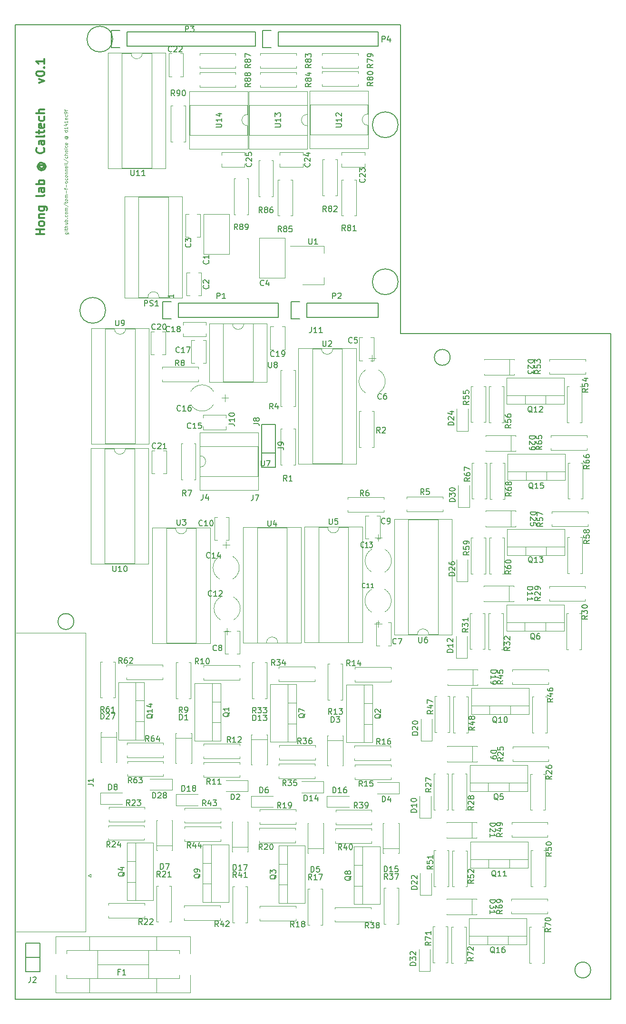
<source format=gto>
G04 This is an RS-274x file exported by *
G04 gerbv version 2.6.0 *
G04 More information is available about gerbv at *
G04 http://gerbv.gpleda.org/ *
G04 --End of header info--*
%MOIN*%
%FSLAX34Y34*%
%IPPOS*%
G04 --Define apertures--*
%ADD10C,0.0118*%
%ADD11C,0.0039*%
%ADD12C,0.0059*%
%ADD13C,0.0047*%
G04 --Start main section--*
G54D10*
G01X0018968Y-010686D02*
G01X0019362Y-010546D01*
G01X0019362Y-010546D02*
G01X0018968Y-010405D01*
G01X0018771Y-010067D02*
G01X0018771Y-010011D01*
G01X0018771Y-010011D02*
G01X0018799Y-009955D01*
G01X0018799Y-009955D02*
G01X0018827Y-009927D01*
G01X0018827Y-009927D02*
G01X0018884Y-009899D01*
G01X0018884Y-009899D02*
G01X0018996Y-009871D01*
G01X0018996Y-009871D02*
G01X0019137Y-009871D01*
G01X0019137Y-009871D02*
G01X0019249Y-009899D01*
G01X0019249Y-009899D02*
G01X0019305Y-009927D01*
G01X0019305Y-009927D02*
G01X0019334Y-009955D01*
G01X0019334Y-009955D02*
G01X0019362Y-010011D01*
G01X0019362Y-010011D02*
G01X0019362Y-010067D01*
G01X0019362Y-010067D02*
G01X0019334Y-010124D01*
G01X0019334Y-010124D02*
G01X0019305Y-010152D01*
G01X0019305Y-010152D02*
G01X0019249Y-010180D01*
G01X0019249Y-010180D02*
G01X0019137Y-010208D01*
G01X0019137Y-010208D02*
G01X0018996Y-010208D01*
G01X0018996Y-010208D02*
G01X0018884Y-010180D01*
G01X0018884Y-010180D02*
G01X0018827Y-010152D01*
G01X0018827Y-010152D02*
G01X0018799Y-010124D01*
G01X0018799Y-010124D02*
G01X0018771Y-010067D01*
G01X0019305Y-009618D02*
G01X0019334Y-009589D01*
G01X0019334Y-009589D02*
G01X0019362Y-009618D01*
G01X0019362Y-009618D02*
G01X0019334Y-009646D01*
G01X0019334Y-009646D02*
G01X0019305Y-009618D01*
G01X0019305Y-009618D02*
G01X0019362Y-009618D01*
G01X0019362Y-009027D02*
G01X0019362Y-009364D01*
G01X0019362Y-009196D02*
G01X0018771Y-009196D01*
G01X0018771Y-009196D02*
G01X0018855Y-009252D01*
G01X0018855Y-009252D02*
G01X0018912Y-009308D01*
G01X0018912Y-009308D02*
G01X0018940Y-009364D01*
G54D11*
G01X0020816Y-021170D02*
G01X0021007Y-021170D01*
G01X0021007Y-021170D02*
G01X0021029Y-021181D01*
G01X0021029Y-021181D02*
G01X0021040Y-021192D01*
G01X0021040Y-021192D02*
G01X0021052Y-021215D01*
G01X0021052Y-021215D02*
G01X0021052Y-021249D01*
G01X0021052Y-021249D02*
G01X0021040Y-021271D01*
G01X0020962Y-021170D02*
G01X0020973Y-021192D01*
G01X0020973Y-021192D02*
G01X0020973Y-021237D01*
G01X0020973Y-021237D02*
G01X0020962Y-021260D01*
G01X0020962Y-021260D02*
G01X0020951Y-021271D01*
G01X0020951Y-021271D02*
G01X0020928Y-021282D01*
G01X0020928Y-021282D02*
G01X0020861Y-021282D01*
G01X0020861Y-021282D02*
G01X0020838Y-021271D01*
G01X0020838Y-021271D02*
G01X0020827Y-021260D01*
G01X0020827Y-021260D02*
G01X0020816Y-021237D01*
G01X0020816Y-021237D02*
G01X0020816Y-021192D01*
G01X0020816Y-021192D02*
G01X0020827Y-021170D01*
G01X0020973Y-021057D02*
G01X0020816Y-021057D01*
G01X0020737Y-021057D02*
G01X0020748Y-021069D01*
G01X0020748Y-021069D02*
G01X0020759Y-021057D01*
G01X0020759Y-021057D02*
G01X0020748Y-021046D01*
G01X0020748Y-021046D02*
G01X0020737Y-021057D01*
G01X0020737Y-021057D02*
G01X0020759Y-021057D01*
G01X0020816Y-020979D02*
G01X0020816Y-020889D01*
G01X0020737Y-020945D02*
G01X0020939Y-020945D01*
G01X0020939Y-020945D02*
G01X0020962Y-020934D01*
G01X0020962Y-020934D02*
G01X0020973Y-020911D01*
G01X0020973Y-020911D02*
G01X0020973Y-020889D01*
G01X0020973Y-020810D02*
G01X0020737Y-020810D01*
G01X0020973Y-020709D02*
G01X0020849Y-020709D01*
G01X0020849Y-020709D02*
G01X0020827Y-020720D01*
G01X0020827Y-020720D02*
G01X0020816Y-020742D01*
G01X0020816Y-020742D02*
G01X0020816Y-020776D01*
G01X0020816Y-020776D02*
G01X0020827Y-020799D01*
G01X0020827Y-020799D02*
G01X0020838Y-020810D01*
G01X0020816Y-020495D02*
G01X0020973Y-020495D01*
G01X0020816Y-020596D02*
G01X0020939Y-020596D01*
G01X0020939Y-020596D02*
G01X0020962Y-020585D01*
G01X0020962Y-020585D02*
G01X0020973Y-020562D01*
G01X0020973Y-020562D02*
G01X0020973Y-020529D01*
G01X0020973Y-020529D02*
G01X0020962Y-020506D01*
G01X0020962Y-020506D02*
G01X0020951Y-020495D01*
G01X0020973Y-020382D02*
G01X0020737Y-020382D01*
G01X0020827Y-020382D02*
G01X0020816Y-020360D01*
G01X0020816Y-020360D02*
G01X0020816Y-020315D01*
G01X0020816Y-020315D02*
G01X0020827Y-020292D01*
G01X0020827Y-020292D02*
G01X0020838Y-020281D01*
G01X0020838Y-020281D02*
G01X0020861Y-020270D01*
G01X0020861Y-020270D02*
G01X0020928Y-020270D01*
G01X0020928Y-020270D02*
G01X0020951Y-020281D01*
G01X0020951Y-020281D02*
G01X0020962Y-020292D01*
G01X0020962Y-020292D02*
G01X0020973Y-020315D01*
G01X0020973Y-020315D02*
G01X0020973Y-020360D01*
G01X0020973Y-020360D02*
G01X0020962Y-020382D01*
G01X0020951Y-020169D02*
G01X0020962Y-020157D01*
G01X0020962Y-020157D02*
G01X0020973Y-020169D01*
G01X0020973Y-020169D02*
G01X0020962Y-020180D01*
G01X0020962Y-020180D02*
G01X0020951Y-020169D01*
G01X0020951Y-020169D02*
G01X0020973Y-020169D01*
G01X0020962Y-019955D02*
G01X0020973Y-019978D01*
G01X0020973Y-019978D02*
G01X0020973Y-020022D01*
G01X0020973Y-020022D02*
G01X0020962Y-020045D01*
G01X0020962Y-020045D02*
G01X0020951Y-020056D01*
G01X0020951Y-020056D02*
G01X0020928Y-020067D01*
G01X0020928Y-020067D02*
G01X0020861Y-020067D01*
G01X0020861Y-020067D02*
G01X0020838Y-020056D01*
G01X0020838Y-020056D02*
G01X0020827Y-020045D01*
G01X0020827Y-020045D02*
G01X0020816Y-020022D01*
G01X0020816Y-020022D02*
G01X0020816Y-019978D01*
G01X0020816Y-019978D02*
G01X0020827Y-019955D01*
G01X0020973Y-019820D02*
G01X0020962Y-019843D01*
G01X0020962Y-019843D02*
G01X0020951Y-019854D01*
G01X0020951Y-019854D02*
G01X0020928Y-019865D01*
G01X0020928Y-019865D02*
G01X0020861Y-019865D01*
G01X0020861Y-019865D02*
G01X0020838Y-019854D01*
G01X0020838Y-019854D02*
G01X0020827Y-019843D01*
G01X0020827Y-019843D02*
G01X0020816Y-019820D01*
G01X0020816Y-019820D02*
G01X0020816Y-019786D01*
G01X0020816Y-019786D02*
G01X0020827Y-019764D01*
G01X0020827Y-019764D02*
G01X0020838Y-019753D01*
G01X0020838Y-019753D02*
G01X0020861Y-019741D01*
G01X0020861Y-019741D02*
G01X0020928Y-019741D01*
G01X0020928Y-019741D02*
G01X0020951Y-019753D01*
G01X0020951Y-019753D02*
G01X0020962Y-019764D01*
G01X0020962Y-019764D02*
G01X0020973Y-019786D01*
G01X0020973Y-019786D02*
G01X0020973Y-019820D01*
G01X0020973Y-019640D02*
G01X0020816Y-019640D01*
G01X0020838Y-019640D02*
G01X0020827Y-019629D01*
G01X0020827Y-019629D02*
G01X0020816Y-019606D01*
G01X0020816Y-019606D02*
G01X0020816Y-019573D01*
G01X0020816Y-019573D02*
G01X0020827Y-019550D01*
G01X0020827Y-019550D02*
G01X0020849Y-019539D01*
G01X0020849Y-019539D02*
G01X0020973Y-019539D01*
G01X0020849Y-019539D02*
G01X0020827Y-019528D01*
G01X0020827Y-019528D02*
G01X0020816Y-019505D01*
G01X0020816Y-019505D02*
G01X0020816Y-019471D01*
G01X0020816Y-019471D02*
G01X0020827Y-019449D01*
G01X0020827Y-019449D02*
G01X0020849Y-019438D01*
G01X0020849Y-019438D02*
G01X0020973Y-019438D01*
G01X0020726Y-019156D02*
G01X0021029Y-019359D01*
G01X0020816Y-019111D02*
G01X0020816Y-019021D01*
G01X0020737Y-019078D02*
G01X0020939Y-019078D01*
G01X0020939Y-019078D02*
G01X0020962Y-019066D01*
G01X0020962Y-019066D02*
G01X0020973Y-019044D01*
G01X0020973Y-019044D02*
G01X0020973Y-019021D01*
G01X0020973Y-018909D02*
G01X0020962Y-018931D01*
G01X0020962Y-018931D02*
G01X0020951Y-018943D01*
G01X0020951Y-018943D02*
G01X0020928Y-018954D01*
G01X0020928Y-018954D02*
G01X0020861Y-018954D01*
G01X0020861Y-018954D02*
G01X0020838Y-018943D01*
G01X0020838Y-018943D02*
G01X0020827Y-018931D01*
G01X0020827Y-018931D02*
G01X0020816Y-018909D01*
G01X0020816Y-018909D02*
G01X0020816Y-018875D01*
G01X0020816Y-018875D02*
G01X0020827Y-018853D01*
G01X0020827Y-018853D02*
G01X0020838Y-018841D01*
G01X0020838Y-018841D02*
G01X0020861Y-018830D01*
G01X0020861Y-018830D02*
G01X0020928Y-018830D01*
G01X0020928Y-018830D02*
G01X0020951Y-018841D01*
G01X0020951Y-018841D02*
G01X0020962Y-018853D01*
G01X0020962Y-018853D02*
G01X0020973Y-018875D01*
G01X0020973Y-018875D02*
G01X0020973Y-018909D01*
G01X0020973Y-018729D02*
G01X0020816Y-018729D01*
G01X0020838Y-018729D02*
G01X0020827Y-018718D01*
G01X0020827Y-018718D02*
G01X0020816Y-018695D01*
G01X0020816Y-018695D02*
G01X0020816Y-018661D01*
G01X0020816Y-018661D02*
G01X0020827Y-018639D01*
G01X0020827Y-018639D02*
G01X0020849Y-018628D01*
G01X0020849Y-018628D02*
G01X0020973Y-018628D01*
G01X0020849Y-018628D02*
G01X0020827Y-018616D01*
G01X0020827Y-018616D02*
G01X0020816Y-018594D01*
G01X0020816Y-018594D02*
G01X0020816Y-018560D01*
G01X0020816Y-018560D02*
G01X0020827Y-018538D01*
G01X0020827Y-018538D02*
G01X0020849Y-018526D01*
G01X0020849Y-018526D02*
G01X0020973Y-018526D01*
G01X0020883Y-018414D02*
G01X0020883Y-018234D01*
G01X0020816Y-018155D02*
G01X0020816Y-018065D01*
G01X0020973Y-018121D02*
G01X0020771Y-018121D01*
G01X0020771Y-018121D02*
G01X0020748Y-018110D01*
G01X0020748Y-018110D02*
G01X0020737Y-018088D01*
G01X0020737Y-018088D02*
G01X0020737Y-018065D01*
G01X0020883Y-017987D02*
G01X0020883Y-017807D01*
G01X0020973Y-017660D02*
G01X0020962Y-017683D01*
G01X0020962Y-017683D02*
G01X0020951Y-017694D01*
G01X0020951Y-017694D02*
G01X0020928Y-017705D01*
G01X0020928Y-017705D02*
G01X0020861Y-017705D01*
G01X0020861Y-017705D02*
G01X0020838Y-017694D01*
G01X0020838Y-017694D02*
G01X0020827Y-017683D01*
G01X0020827Y-017683D02*
G01X0020816Y-017660D01*
G01X0020816Y-017660D02*
G01X0020816Y-017627D01*
G01X0020816Y-017627D02*
G01X0020827Y-017604D01*
G01X0020827Y-017604D02*
G01X0020838Y-017593D01*
G01X0020838Y-017593D02*
G01X0020861Y-017582D01*
G01X0020861Y-017582D02*
G01X0020928Y-017582D01*
G01X0020928Y-017582D02*
G01X0020951Y-017593D01*
G01X0020951Y-017593D02*
G01X0020962Y-017604D01*
G01X0020962Y-017604D02*
G01X0020973Y-017627D01*
G01X0020973Y-017627D02*
G01X0020973Y-017660D01*
G01X0020962Y-017379D02*
G01X0020973Y-017402D01*
G01X0020973Y-017402D02*
G01X0020973Y-017447D01*
G01X0020973Y-017447D02*
G01X0020962Y-017469D01*
G01X0020962Y-017469D02*
G01X0020951Y-017480D01*
G01X0020951Y-017480D02*
G01X0020928Y-017492D01*
G01X0020928Y-017492D02*
G01X0020861Y-017492D01*
G01X0020861Y-017492D02*
G01X0020838Y-017480D01*
G01X0020838Y-017480D02*
G01X0020827Y-017469D01*
G01X0020827Y-017469D02*
G01X0020816Y-017447D01*
G01X0020816Y-017447D02*
G01X0020816Y-017402D01*
G01X0020816Y-017402D02*
G01X0020827Y-017379D01*
G01X0020973Y-017244D02*
G01X0020962Y-017267D01*
G01X0020962Y-017267D02*
G01X0020951Y-017278D01*
G01X0020951Y-017278D02*
G01X0020928Y-017289D01*
G01X0020928Y-017289D02*
G01X0020861Y-017289D01*
G01X0020861Y-017289D02*
G01X0020838Y-017278D01*
G01X0020838Y-017278D02*
G01X0020827Y-017267D01*
G01X0020827Y-017267D02*
G01X0020816Y-017244D01*
G01X0020816Y-017244D02*
G01X0020816Y-017210D01*
G01X0020816Y-017210D02*
G01X0020827Y-017188D01*
G01X0020827Y-017188D02*
G01X0020838Y-017177D01*
G01X0020838Y-017177D02*
G01X0020861Y-017165D01*
G01X0020861Y-017165D02*
G01X0020928Y-017165D01*
G01X0020928Y-017165D02*
G01X0020951Y-017177D01*
G01X0020951Y-017177D02*
G01X0020962Y-017188D01*
G01X0020962Y-017188D02*
G01X0020973Y-017210D01*
G01X0020973Y-017210D02*
G01X0020973Y-017244D01*
G01X0020816Y-017064D02*
G01X0020973Y-017064D01*
G01X0020838Y-017064D02*
G01X0020827Y-017053D01*
G01X0020827Y-017053D02*
G01X0020816Y-017030D01*
G01X0020816Y-017030D02*
G01X0020816Y-016997D01*
G01X0020816Y-016997D02*
G01X0020827Y-016974D01*
G01X0020827Y-016974D02*
G01X0020849Y-016963D01*
G01X0020849Y-016963D02*
G01X0020973Y-016963D01*
G01X0020816Y-016850D02*
G01X0020973Y-016850D01*
G01X0020838Y-016850D02*
G01X0020827Y-016839D01*
G01X0020827Y-016839D02*
G01X0020816Y-016817D01*
G01X0020816Y-016817D02*
G01X0020816Y-016783D01*
G01X0020816Y-016783D02*
G01X0020827Y-016760D01*
G01X0020827Y-016760D02*
G01X0020849Y-016749D01*
G01X0020849Y-016749D02*
G01X0020973Y-016749D01*
G01X0020962Y-016547D02*
G01X0020973Y-016569D01*
G01X0020973Y-016569D02*
G01X0020973Y-016614D01*
G01X0020973Y-016614D02*
G01X0020962Y-016637D01*
G01X0020962Y-016637D02*
G01X0020939Y-016648D01*
G01X0020939Y-016648D02*
G01X0020849Y-016648D01*
G01X0020849Y-016648D02*
G01X0020827Y-016637D01*
G01X0020827Y-016637D02*
G01X0020816Y-016614D01*
G01X0020816Y-016614D02*
G01X0020816Y-016569D01*
G01X0020816Y-016569D02*
G01X0020827Y-016547D01*
G01X0020827Y-016547D02*
G01X0020849Y-016535D01*
G01X0020849Y-016535D02*
G01X0020872Y-016535D01*
G01X0020872Y-016535D02*
G01X0020894Y-016648D01*
G01X0020973Y-016400D02*
G01X0020962Y-016423D01*
G01X0020962Y-016423D02*
G01X0020939Y-016434D01*
G01X0020939Y-016434D02*
G01X0020737Y-016434D01*
G01X0020973Y-016277D02*
G01X0020962Y-016299D01*
G01X0020962Y-016299D02*
G01X0020939Y-016310D01*
G01X0020939Y-016310D02*
G01X0020737Y-016310D01*
G01X0020726Y-016018D02*
G01X0021029Y-016220D01*
G01X0020962Y-015838D02*
G01X0020973Y-015861D01*
G01X0020973Y-015861D02*
G01X0020973Y-015906D01*
G01X0020973Y-015906D02*
G01X0020962Y-015928D01*
G01X0020962Y-015928D02*
G01X0020951Y-015939D01*
G01X0020951Y-015939D02*
G01X0020928Y-015951D01*
G01X0020928Y-015951D02*
G01X0020861Y-015951D01*
G01X0020861Y-015951D02*
G01X0020838Y-015939D01*
G01X0020838Y-015939D02*
G01X0020827Y-015928D01*
G01X0020827Y-015928D02*
G01X0020816Y-015906D01*
G01X0020816Y-015906D02*
G01X0020816Y-015861D01*
G01X0020816Y-015861D02*
G01X0020827Y-015838D01*
G01X0020973Y-015737D02*
G01X0020737Y-015737D01*
G01X0020973Y-015636D02*
G01X0020849Y-015636D01*
G01X0020849Y-015636D02*
G01X0020827Y-015647D01*
G01X0020827Y-015647D02*
G01X0020816Y-015669D01*
G01X0020816Y-015669D02*
G01X0020816Y-015703D01*
G01X0020816Y-015703D02*
G01X0020827Y-015726D01*
G01X0020827Y-015726D02*
G01X0020838Y-015737D01*
G01X0020973Y-015489D02*
G01X0020962Y-015512D01*
G01X0020962Y-015512D02*
G01X0020951Y-015523D01*
G01X0020951Y-015523D02*
G01X0020928Y-015534D01*
G01X0020928Y-015534D02*
G01X0020861Y-015534D01*
G01X0020861Y-015534D02*
G01X0020838Y-015523D01*
G01X0020838Y-015523D02*
G01X0020827Y-015512D01*
G01X0020827Y-015512D02*
G01X0020816Y-015489D01*
G01X0020816Y-015489D02*
G01X0020816Y-015456D01*
G01X0020816Y-015456D02*
G01X0020827Y-015433D01*
G01X0020827Y-015433D02*
G01X0020838Y-015422D01*
G01X0020838Y-015422D02*
G01X0020861Y-015411D01*
G01X0020861Y-015411D02*
G01X0020928Y-015411D01*
G01X0020928Y-015411D02*
G01X0020951Y-015422D01*
G01X0020951Y-015422D02*
G01X0020962Y-015433D01*
G01X0020962Y-015433D02*
G01X0020973Y-015456D01*
G01X0020973Y-015456D02*
G01X0020973Y-015489D01*
G01X0020973Y-015309D02*
G01X0020816Y-015309D01*
G01X0020737Y-015309D02*
G01X0020748Y-015321D01*
G01X0020748Y-015321D02*
G01X0020759Y-015309D01*
G01X0020759Y-015309D02*
G01X0020748Y-015298D01*
G01X0020748Y-015298D02*
G01X0020737Y-015309D01*
G01X0020737Y-015309D02*
G01X0020759Y-015309D01*
G01X0020962Y-015096D02*
G01X0020973Y-015118D01*
G01X0020973Y-015118D02*
G01X0020973Y-015163D01*
G01X0020973Y-015163D02*
G01X0020962Y-015186D01*
G01X0020962Y-015186D02*
G01X0020951Y-015197D01*
G01X0020951Y-015197D02*
G01X0020928Y-015208D01*
G01X0020928Y-015208D02*
G01X0020861Y-015208D01*
G01X0020861Y-015208D02*
G01X0020838Y-015197D01*
G01X0020838Y-015197D02*
G01X0020827Y-015186D01*
G01X0020827Y-015186D02*
G01X0020816Y-015163D01*
G01X0020816Y-015163D02*
G01X0020816Y-015118D01*
G01X0020816Y-015118D02*
G01X0020827Y-015096D01*
G01X0020962Y-014904D02*
G01X0020973Y-014927D01*
G01X0020973Y-014927D02*
G01X0020973Y-014972D01*
G01X0020973Y-014972D02*
G01X0020962Y-014994D01*
G01X0020962Y-014994D02*
G01X0020939Y-015006D01*
G01X0020939Y-015006D02*
G01X0020849Y-015006D01*
G01X0020849Y-015006D02*
G01X0020827Y-014994D01*
G01X0020827Y-014994D02*
G01X0020816Y-014972D01*
G01X0020816Y-014972D02*
G01X0020816Y-014927D01*
G01X0020816Y-014927D02*
G01X0020827Y-014904D01*
G01X0020827Y-014904D02*
G01X0020849Y-014893D01*
G01X0020849Y-014893D02*
G01X0020872Y-014893D01*
G01X0020872Y-014893D02*
G01X0020894Y-015006D01*
G01X0020861Y-014466D02*
G01X0020849Y-014477D01*
G01X0020849Y-014477D02*
G01X0020838Y-014499D01*
G01X0020838Y-014499D02*
G01X0020838Y-014522D01*
G01X0020838Y-014522D02*
G01X0020849Y-014544D01*
G01X0020849Y-014544D02*
G01X0020861Y-014556D01*
G01X0020861Y-014556D02*
G01X0020883Y-014567D01*
G01X0020883Y-014567D02*
G01X0020906Y-014567D01*
G01X0020906Y-014567D02*
G01X0020928Y-014556D01*
G01X0020928Y-014556D02*
G01X0020939Y-014544D01*
G01X0020939Y-014544D02*
G01X0020951Y-014522D01*
G01X0020951Y-014522D02*
G01X0020951Y-014499D01*
G01X0020951Y-014499D02*
G01X0020939Y-014477D01*
G01X0020939Y-014477D02*
G01X0020928Y-014466D01*
G01X0020838Y-014466D02*
G01X0020928Y-014466D01*
G01X0020928Y-014466D02*
G01X0020939Y-014454D01*
G01X0020939Y-014454D02*
G01X0020939Y-014443D01*
G01X0020939Y-014443D02*
G01X0020928Y-014421D01*
G01X0020928Y-014421D02*
G01X0020906Y-014409D01*
G01X0020906Y-014409D02*
G01X0020849Y-014409D01*
G01X0020849Y-014409D02*
G01X0020816Y-014432D01*
G01X0020816Y-014432D02*
G01X0020793Y-014466D01*
G01X0020793Y-014466D02*
G01X0020782Y-014511D01*
G01X0020782Y-014511D02*
G01X0020793Y-014556D01*
G01X0020793Y-014556D02*
G01X0020816Y-014589D01*
G01X0020816Y-014589D02*
G01X0020849Y-014612D01*
G01X0020849Y-014612D02*
G01X0020894Y-014623D01*
G01X0020894Y-014623D02*
G01X0020939Y-014612D01*
G01X0020939Y-014612D02*
G01X0020973Y-014589D01*
G01X0020973Y-014589D02*
G01X0020996Y-014556D01*
G01X0020996Y-014556D02*
G01X0021007Y-014511D01*
G01X0021007Y-014511D02*
G01X0020996Y-014466D01*
G01X0020996Y-014466D02*
G01X0020973Y-014432D01*
G01X0020973Y-014027D02*
G01X0020737Y-014027D01*
G01X0020962Y-014027D02*
G01X0020973Y-014049D01*
G01X0020973Y-014049D02*
G01X0020973Y-014094D01*
G01X0020973Y-014094D02*
G01X0020962Y-014117D01*
G01X0020962Y-014117D02*
G01X0020951Y-014128D01*
G01X0020951Y-014128D02*
G01X0020928Y-014139D01*
G01X0020928Y-014139D02*
G01X0020861Y-014139D01*
G01X0020861Y-014139D02*
G01X0020838Y-014128D01*
G01X0020838Y-014128D02*
G01X0020827Y-014117D01*
G01X0020827Y-014117D02*
G01X0020816Y-014094D01*
G01X0020816Y-014094D02*
G01X0020816Y-014049D01*
G01X0020816Y-014049D02*
G01X0020827Y-014027D01*
G01X0020973Y-013791D02*
G01X0020973Y-013926D01*
G01X0020973Y-013858D02*
G01X0020737Y-013858D01*
G01X0020737Y-013858D02*
G01X0020771Y-013881D01*
G01X0020771Y-013881D02*
G01X0020793Y-013903D01*
G01X0020793Y-013903D02*
G01X0020804Y-013926D01*
G01X0020816Y-013588D02*
G01X0020973Y-013588D01*
G01X0020726Y-013645D02*
G01X0020894Y-013701D01*
G01X0020894Y-013701D02*
G01X0020894Y-013555D01*
G01X0020973Y-013341D02*
G01X0020973Y-013476D01*
G01X0020973Y-013408D02*
G01X0020737Y-013408D01*
G01X0020737Y-013408D02*
G01X0020771Y-013431D01*
G01X0020771Y-013431D02*
G01X0020793Y-013453D01*
G01X0020793Y-013453D02*
G01X0020804Y-013476D01*
G01X0020962Y-013150D02*
G01X0020973Y-013172D01*
G01X0020973Y-013172D02*
G01X0020973Y-013217D01*
G01X0020973Y-013217D02*
G01X0020962Y-013240D01*
G01X0020962Y-013240D02*
G01X0020939Y-013251D01*
G01X0020939Y-013251D02*
G01X0020849Y-013251D01*
G01X0020849Y-013251D02*
G01X0020827Y-013240D01*
G01X0020827Y-013240D02*
G01X0020816Y-013217D01*
G01X0020816Y-013217D02*
G01X0020816Y-013172D01*
G01X0020816Y-013172D02*
G01X0020827Y-013150D01*
G01X0020827Y-013150D02*
G01X0020849Y-013138D01*
G01X0020849Y-013138D02*
G01X0020872Y-013138D01*
G01X0020872Y-013138D02*
G01X0020894Y-013251D01*
G01X0020962Y-012936D02*
G01X0020973Y-012958D01*
G01X0020973Y-012958D02*
G01X0020973Y-013003D01*
G01X0020973Y-013003D02*
G01X0020962Y-013026D01*
G01X0020962Y-013026D02*
G01X0020951Y-013037D01*
G01X0020951Y-013037D02*
G01X0020928Y-013048D01*
G01X0020928Y-013048D02*
G01X0020861Y-013048D01*
G01X0020861Y-013048D02*
G01X0020838Y-013037D01*
G01X0020838Y-013037D02*
G01X0020827Y-013026D01*
G01X0020827Y-013026D02*
G01X0020816Y-013003D01*
G01X0020816Y-013003D02*
G01X0020816Y-012958D01*
G01X0020816Y-012958D02*
G01X0020827Y-012936D01*
G01X0020973Y-012823D02*
G01X0020973Y-012778D01*
G01X0020973Y-012778D02*
G01X0020962Y-012756D01*
G01X0020962Y-012756D02*
G01X0020951Y-012745D01*
G01X0020951Y-012745D02*
G01X0020917Y-012722D01*
G01X0020917Y-012722D02*
G01X0020872Y-012711D01*
G01X0020872Y-012711D02*
G01X0020782Y-012711D01*
G01X0020782Y-012711D02*
G01X0020759Y-012722D01*
G01X0020759Y-012722D02*
G01X0020748Y-012733D01*
G01X0020748Y-012733D02*
G01X0020737Y-012756D01*
G01X0020737Y-012756D02*
G01X0020737Y-012801D01*
G01X0020737Y-012801D02*
G01X0020748Y-012823D01*
G01X0020748Y-012823D02*
G01X0020759Y-012835D01*
G01X0020759Y-012835D02*
G01X0020782Y-012846D01*
G01X0020782Y-012846D02*
G01X0020838Y-012846D01*
G01X0020838Y-012846D02*
G01X0020861Y-012835D01*
G01X0020861Y-012835D02*
G01X0020872Y-012823D01*
G01X0020872Y-012823D02*
G01X0020883Y-012801D01*
G01X0020883Y-012801D02*
G01X0020883Y-012756D01*
G01X0020883Y-012756D02*
G01X0020872Y-012733D01*
G01X0020872Y-012733D02*
G01X0020861Y-012722D01*
G01X0020861Y-012722D02*
G01X0020838Y-012711D01*
G01X0020816Y-012643D02*
G01X0020816Y-012553D01*
G01X0020973Y-012610D02*
G01X0020771Y-012610D01*
G01X0020771Y-012610D02*
G01X0020748Y-012598D01*
G01X0020748Y-012598D02*
G01X0020737Y-012576D01*
G01X0020737Y-012576D02*
G01X0020737Y-012553D01*
G54D10*
G01X0019362Y-021302D02*
G01X0018771Y-021302D01*
G01X0019052Y-021302D02*
G01X0019052Y-020965D01*
G01X0019362Y-020965D02*
G01X0018771Y-020965D01*
G01X0019362Y-020599D02*
G01X0019334Y-020655D01*
G01X0019334Y-020655D02*
G01X0019305Y-020683D01*
G01X0019305Y-020683D02*
G01X0019249Y-020711D01*
G01X0019249Y-020711D02*
G01X0019080Y-020711D01*
G01X0019080Y-020711D02*
G01X0019024Y-020683D01*
G01X0019024Y-020683D02*
G01X0018996Y-020655D01*
G01X0018996Y-020655D02*
G01X0018968Y-020599D01*
G01X0018968Y-020599D02*
G01X0018968Y-020515D01*
G01X0018968Y-020515D02*
G01X0018996Y-020458D01*
G01X0018996Y-020458D02*
G01X0019024Y-020430D01*
G01X0019024Y-020430D02*
G01X0019080Y-020402D01*
G01X0019080Y-020402D02*
G01X0019249Y-020402D01*
G01X0019249Y-020402D02*
G01X0019305Y-020430D01*
G01X0019305Y-020430D02*
G01X0019334Y-020458D01*
G01X0019334Y-020458D02*
G01X0019362Y-020515D01*
G01X0019362Y-020515D02*
G01X0019362Y-020599D01*
G01X0018968Y-020149D02*
G01X0019362Y-020149D01*
G01X0019024Y-020149D02*
G01X0018996Y-020121D01*
G01X0018996Y-020121D02*
G01X0018968Y-020065D01*
G01X0018968Y-020065D02*
G01X0018968Y-019980D01*
G01X0018968Y-019980D02*
G01X0018996Y-019924D01*
G01X0018996Y-019924D02*
G01X0019052Y-019896D01*
G01X0019052Y-019896D02*
G01X0019362Y-019896D01*
G01X0018968Y-019362D02*
G01X0019446Y-019362D01*
G01X0019446Y-019362D02*
G01X0019502Y-019390D01*
G01X0019502Y-019390D02*
G01X0019530Y-019418D01*
G01X0019530Y-019418D02*
G01X0019558Y-019474D01*
G01X0019558Y-019474D02*
G01X0019558Y-019558D01*
G01X0019558Y-019558D02*
G01X0019530Y-019615D01*
G01X0019334Y-019362D02*
G01X0019362Y-019418D01*
G01X0019362Y-019418D02*
G01X0019362Y-019530D01*
G01X0019362Y-019530D02*
G01X0019334Y-019587D01*
G01X0019334Y-019587D02*
G01X0019305Y-019615D01*
G01X0019305Y-019615D02*
G01X0019249Y-019643D01*
G01X0019249Y-019643D02*
G01X0019080Y-019643D01*
G01X0019080Y-019643D02*
G01X0019024Y-019615D01*
G01X0019024Y-019615D02*
G01X0018996Y-019587D01*
G01X0018996Y-019587D02*
G01X0018968Y-019530D01*
G01X0018968Y-019530D02*
G01X0018968Y-019418D01*
G01X0018968Y-019418D02*
G01X0018996Y-019362D01*
G01X0019362Y-018546D02*
G01X0019334Y-018602D01*
G01X0019334Y-018602D02*
G01X0019277Y-018630D01*
G01X0019277Y-018630D02*
G01X0018771Y-018630D01*
G01X0019362Y-018068D02*
G01X0019052Y-018068D01*
G01X0019052Y-018068D02*
G01X0018996Y-018096D01*
G01X0018996Y-018096D02*
G01X0018968Y-018152D01*
G01X0018968Y-018152D02*
G01X0018968Y-018265D01*
G01X0018968Y-018265D02*
G01X0018996Y-018321D01*
G01X0019334Y-018068D02*
G01X0019362Y-018124D01*
G01X0019362Y-018124D02*
G01X0019362Y-018265D01*
G01X0019362Y-018265D02*
G01X0019334Y-018321D01*
G01X0019334Y-018321D02*
G01X0019277Y-018349D01*
G01X0019277Y-018349D02*
G01X0019221Y-018349D01*
G01X0019221Y-018349D02*
G01X0019165Y-018321D01*
G01X0019165Y-018321D02*
G01X0019137Y-018265D01*
G01X0019137Y-018265D02*
G01X0019137Y-018124D01*
G01X0019137Y-018124D02*
G01X0019109Y-018068D01*
G01X0019362Y-017787D02*
G01X0018771Y-017787D01*
G01X0018996Y-017787D02*
G01X0018968Y-017731D01*
G01X0018968Y-017731D02*
G01X0018968Y-017618D01*
G01X0018968Y-017618D02*
G01X0018996Y-017562D01*
G01X0018996Y-017562D02*
G01X0019024Y-017534D01*
G01X0019024Y-017534D02*
G01X0019080Y-017506D01*
G01X0019080Y-017506D02*
G01X0019249Y-017506D01*
G01X0019249Y-017506D02*
G01X0019305Y-017534D01*
G01X0019305Y-017534D02*
G01X0019334Y-017562D01*
G01X0019334Y-017562D02*
G01X0019362Y-017618D01*
G01X0019362Y-017618D02*
G01X0019362Y-017731D01*
G01X0019362Y-017731D02*
G01X0019334Y-017787D01*
G01X0019080Y-016437D02*
G01X0019052Y-016465D01*
G01X0019052Y-016465D02*
G01X0019024Y-016521D01*
G01X0019024Y-016521D02*
G01X0019024Y-016578D01*
G01X0019024Y-016578D02*
G01X0019052Y-016634D01*
G01X0019052Y-016634D02*
G01X0019080Y-016662D01*
G01X0019080Y-016662D02*
G01X0019137Y-016690D01*
G01X0019137Y-016690D02*
G01X0019193Y-016690D01*
G01X0019193Y-016690D02*
G01X0019249Y-016662D01*
G01X0019249Y-016662D02*
G01X0019277Y-016634D01*
G01X0019277Y-016634D02*
G01X0019305Y-016578D01*
G01X0019305Y-016578D02*
G01X0019305Y-016521D01*
G01X0019305Y-016521D02*
G01X0019277Y-016465D01*
G01X0019277Y-016465D02*
G01X0019249Y-016437D01*
G01X0019024Y-016437D02*
G01X0019249Y-016437D01*
G01X0019249Y-016437D02*
G01X0019277Y-016409D01*
G01X0019277Y-016409D02*
G01X0019277Y-016381D01*
G01X0019277Y-016381D02*
G01X0019249Y-016325D01*
G01X0019249Y-016325D02*
G01X0019193Y-016296D01*
G01X0019193Y-016296D02*
G01X0019052Y-016296D01*
G01X0019052Y-016296D02*
G01X0018968Y-016353D01*
G01X0018968Y-016353D02*
G01X0018912Y-016437D01*
G01X0018912Y-016437D02*
G01X0018884Y-016549D01*
G01X0018884Y-016549D02*
G01X0018912Y-016662D01*
G01X0018912Y-016662D02*
G01X0018968Y-016746D01*
G01X0018968Y-016746D02*
G01X0019052Y-016803D01*
G01X0019052Y-016803D02*
G01X0019165Y-016831D01*
G01X0019165Y-016831D02*
G01X0019277Y-016803D01*
G01X0019277Y-016803D02*
G01X0019362Y-016746D01*
G01X0019362Y-016746D02*
G01X0019418Y-016662D01*
G01X0019418Y-016662D02*
G01X0019446Y-016549D01*
G01X0019446Y-016549D02*
G01X0019418Y-016437D01*
G01X0019418Y-016437D02*
G01X0019362Y-016353D01*
G01X0019305Y-015256D02*
G01X0019334Y-015284D01*
G01X0019334Y-015284D02*
G01X0019362Y-015368D01*
G01X0019362Y-015368D02*
G01X0019362Y-015425D01*
G01X0019362Y-015425D02*
G01X0019334Y-015509D01*
G01X0019334Y-015509D02*
G01X0019277Y-015565D01*
G01X0019277Y-015565D02*
G01X0019221Y-015593D01*
G01X0019221Y-015593D02*
G01X0019109Y-015621D01*
G01X0019109Y-015621D02*
G01X0019024Y-015621D01*
G01X0019024Y-015621D02*
G01X0018912Y-015593D01*
G01X0018912Y-015593D02*
G01X0018855Y-015565D01*
G01X0018855Y-015565D02*
G01X0018799Y-015509D01*
G01X0018799Y-015509D02*
G01X0018771Y-015425D01*
G01X0018771Y-015425D02*
G01X0018771Y-015368D01*
G01X0018771Y-015368D02*
G01X0018799Y-015284D01*
G01X0018799Y-015284D02*
G01X0018827Y-015256D01*
G01X0019362Y-014750D02*
G01X0019052Y-014750D01*
G01X0019052Y-014750D02*
G01X0018996Y-014778D01*
G01X0018996Y-014778D02*
G01X0018968Y-014834D01*
G01X0018968Y-014834D02*
G01X0018968Y-014947D01*
G01X0018968Y-014947D02*
G01X0018996Y-015003D01*
G01X0019334Y-014750D02*
G01X0019362Y-014806D01*
G01X0019362Y-014806D02*
G01X0019362Y-014947D01*
G01X0019362Y-014947D02*
G01X0019334Y-015003D01*
G01X0019334Y-015003D02*
G01X0019277Y-015031D01*
G01X0019277Y-015031D02*
G01X0019221Y-015031D01*
G01X0019221Y-015031D02*
G01X0019165Y-015003D01*
G01X0019165Y-015003D02*
G01X0019137Y-014947D01*
G01X0019137Y-014947D02*
G01X0019137Y-014806D01*
G01X0019137Y-014806D02*
G01X0019109Y-014750D01*
G01X0019362Y-014384D02*
G01X0019334Y-014440D01*
G01X0019334Y-014440D02*
G01X0019277Y-014469D01*
G01X0019277Y-014469D02*
G01X0018771Y-014469D01*
G01X0018968Y-014244D02*
G01X0018968Y-014019D01*
G01X0018771Y-014159D02*
G01X0019277Y-014159D01*
G01X0019277Y-014159D02*
G01X0019334Y-014131D01*
G01X0019334Y-014131D02*
G01X0019362Y-014075D01*
G01X0019362Y-014075D02*
G01X0019362Y-014019D01*
G01X0019334Y-013597D02*
G01X0019362Y-013653D01*
G01X0019362Y-013653D02*
G01X0019362Y-013765D01*
G01X0019362Y-013765D02*
G01X0019334Y-013822D01*
G01X0019334Y-013822D02*
G01X0019277Y-013850D01*
G01X0019277Y-013850D02*
G01X0019052Y-013850D01*
G01X0019052Y-013850D02*
G01X0018996Y-013822D01*
G01X0018996Y-013822D02*
G01X0018968Y-013765D01*
G01X0018968Y-013765D02*
G01X0018968Y-013653D01*
G01X0018968Y-013653D02*
G01X0018996Y-013597D01*
G01X0018996Y-013597D02*
G01X0019052Y-013569D01*
G01X0019052Y-013569D02*
G01X0019109Y-013569D01*
G01X0019109Y-013569D02*
G01X0019165Y-013850D01*
G01X0019334Y-013062D02*
G01X0019362Y-013119D01*
G01X0019362Y-013119D02*
G01X0019362Y-013231D01*
G01X0019362Y-013231D02*
G01X0019334Y-013287D01*
G01X0019334Y-013287D02*
G01X0019305Y-013316D01*
G01X0019305Y-013316D02*
G01X0019249Y-013344D01*
G01X0019249Y-013344D02*
G01X0019080Y-013344D01*
G01X0019080Y-013344D02*
G01X0019024Y-013316D01*
G01X0019024Y-013316D02*
G01X0018996Y-013287D01*
G01X0018996Y-013287D02*
G01X0018968Y-013231D01*
G01X0018968Y-013231D02*
G01X0018968Y-013119D01*
G01X0018968Y-013119D02*
G01X0018996Y-013062D01*
G01X0019362Y-012809D02*
G01X0018771Y-012809D01*
G01X0019362Y-012556D02*
G01X0019052Y-012556D01*
G01X0019052Y-012556D02*
G01X0018996Y-012584D01*
G01X0018996Y-012584D02*
G01X0018968Y-012641D01*
G01X0018968Y-012641D02*
G01X0018968Y-012725D01*
G01X0018968Y-012725D02*
G01X0018996Y-012781D01*
G01X0018996Y-012781D02*
G01X0019024Y-012809D01*
G54D12*
G01X0021423Y-048425D02*
G75*
G03X0021423Y-048425I-000557J0000000D01*
G01X0047801Y-029921D02*
G75*
G03X0047801Y-029921I-000557J0000000D01*
G01X0057643Y-072835D02*
G75*
G03X0057643Y-072835I-000557J0000000D01*
G01X0059055Y-028268D02*
G01X0059055Y-074882D01*
G01X0044331Y-028268D02*
G01X0059055Y-028268D01*
G01X0017323Y-074882D02*
G01X0017323Y-006614D01*
G01X0044331Y-028268D02*
G01X0044331Y-006614D01*
G01X0044331Y-006614D02*
G01X0017323Y-006614D01*
G01X0017323Y-074882D02*
G01X0059055Y-074882D01*
G01X0028421Y-025512D02*
G01X0028421Y-025737D01*
G01X0028421Y-025624D02*
G01X0028028Y-025624D01*
G01X0028028Y-025624D02*
G01X0028084Y-025662D01*
G01X0028084Y-025662D02*
G01X0028121Y-025699D01*
G01X0028121Y-025699D02*
G01X0028140Y-025737D01*
G01X0035743Y-008124D02*
G01X0042743Y-008124D01*
G01X0042743Y-008124D02*
G01X0042743Y-007124D01*
G01X0042743Y-007124D02*
G01X0035743Y-007124D01*
G01X0034633Y-008234D02*
G01X0035243Y-008234D01*
G01X0035743Y-008124D02*
G01X0035743Y-007124D01*
G01X0035243Y-007014D02*
G01X0034633Y-007014D01*
G01X0034633Y-007014D02*
G01X0034633Y-008234D01*
G54D13*
G01X0026224Y-008610D02*
G75*
G02X0025437Y-008610I-000394J0000000D01*
G01X0025437Y-008610D02*
G01X0024787Y-008610D01*
G01X0024787Y-008610D02*
G01X0024787Y-016657D01*
G01X0024787Y-016657D02*
G01X0026874Y-016657D01*
G01X0026874Y-016657D02*
G01X0026874Y-008610D01*
G01X0026874Y-008610D02*
G01X0026224Y-008610D01*
G01X0023807Y-008587D02*
G01X0023807Y-016681D01*
G01X0023807Y-016681D02*
G01X0027854Y-016681D01*
G01X0027854Y-016681D02*
G01X0027854Y-008587D01*
G01X0027854Y-008587D02*
G01X0023807Y-008587D01*
G01X0043221Y-044959D02*
G75*
G03X0043220Y-043368I-000465J0000795D01*
G01X0042291Y-044959D02*
G75*
G02X0042291Y-043368I0000465J0000795D01*
G01X0042756Y-042313D02*
G01X0042756Y-042785D01*
G01X0043012Y-042549D02*
G01X0042500Y-042549D01*
G01X0045496Y-049336D02*
G75*
G02X0046284Y-049336I0000394J0000000D01*
G01X0046284Y-049336D02*
G01X0046933Y-049336D01*
G01X0046933Y-049336D02*
G01X0046933Y-041289D01*
G01X0046933Y-041289D02*
G01X0044847Y-041289D01*
G01X0044847Y-041289D02*
G01X0044847Y-049336D01*
G01X0044847Y-049336D02*
G01X0045496Y-049336D01*
G01X0047914Y-049360D02*
G01X0047914Y-041265D01*
G01X0047914Y-041265D02*
G01X0043867Y-041265D01*
G01X0043867Y-041265D02*
G01X0043867Y-049360D01*
G01X0043867Y-049360D02*
G01X0047914Y-049360D01*
G01X0032352Y-043041D02*
G01X0031841Y-043041D01*
G01X0032096Y-042805D02*
G01X0032096Y-043278D01*
G01X0031631Y-045451D02*
G75*
G02X0031632Y-043860I0000465J0000795D01*
G01X0032561Y-045451D02*
G75*
G03X0032561Y-043860I-000465J0000795D01*
G01X0037767Y-013691D02*
G75*
G02X0037767Y-012904I0000000J0000394D01*
G01X0037767Y-012904D02*
G01X0037767Y-012254D01*
G01X0037767Y-012254D02*
G01X0033720Y-012254D01*
G01X0033720Y-012254D02*
G01X0033720Y-014341D01*
G01X0033720Y-014341D02*
G01X0037767Y-014341D01*
G01X0037767Y-014341D02*
G01X0037767Y-013691D01*
G01X0037791Y-011274D02*
G01X0033696Y-011274D01*
G01X0033696Y-011274D02*
G01X0033696Y-015321D01*
G01X0033696Y-015321D02*
G01X0037791Y-015321D01*
G01X0037791Y-015321D02*
G01X0037791Y-011274D01*
G01X0035862Y-015768D02*
G01X0035862Y-015547D01*
G01X0035862Y-016579D02*
G01X0035862Y-016358D01*
G01X0037484Y-015768D02*
G01X0037484Y-015547D01*
G01X0037484Y-016579D02*
G01X0037484Y-016358D01*
G01X0037484Y-015547D02*
G01X0035862Y-015547D01*
G01X0037484Y-016579D02*
G01X0035862Y-016579D01*
G54D12*
G01X0028743Y-027124D02*
G01X0035743Y-027124D01*
G01X0035743Y-027124D02*
G01X0035743Y-026124D01*
G01X0035743Y-026124D02*
G01X0028743Y-026124D01*
G01X0027633Y-027234D02*
G01X0028243Y-027234D01*
G01X0028743Y-027124D02*
G01X0028743Y-026124D01*
G01X0028243Y-026014D02*
G01X0027633Y-026014D01*
G01X0027633Y-026014D02*
G01X0027633Y-027234D01*
G01X0037743Y-027124D02*
G01X0042743Y-027124D01*
G01X0042743Y-027124D02*
G01X0042743Y-026124D01*
G01X0042743Y-026124D02*
G01X0037743Y-026124D01*
G01X0036633Y-027234D02*
G01X0037243Y-027234D01*
G01X0037743Y-027124D02*
G01X0037743Y-026124D01*
G01X0037243Y-026014D02*
G01X0036633Y-026014D01*
G01X0036633Y-026014D02*
G01X0036633Y-027234D01*
G01X0025143Y-008124D02*
G01X0034143Y-008124D01*
G01X0034143Y-008124D02*
G01X0034143Y-007124D01*
G01X0034143Y-007124D02*
G01X0025143Y-007124D01*
G01X0024033Y-008234D02*
G01X0024643Y-008234D01*
G01X0025143Y-008124D02*
G01X0025143Y-007124D01*
G01X0024643Y-007014D02*
G01X0024033Y-007014D01*
G01X0024033Y-007014D02*
G01X0024033Y-008234D01*
G01X0023643Y-026624D02*
G75*
G03X0023643Y-026624I-000900J0000000D01*
G01X0044143Y-024624D02*
G75*
G03X0044143Y-024624I-000900J0000000D01*
G01X0024143Y-007624D02*
G75*
G03X0024143Y-007624I-000900J0000000D01*
G01X0044143Y-013624D02*
G75*
G03X0044143Y-013624I-000900J0000000D01*
G54D13*
G01X0029587Y-074409D02*
G01X0029587Y-073189D01*
G01X0020138Y-074409D02*
G01X0029587Y-074409D01*
G01X0020138Y-070472D02*
G01X0020138Y-071693D01*
G01X0029587Y-070472D02*
G01X0020138Y-070472D01*
G01X0029587Y-071693D02*
G01X0029587Y-070472D01*
G01X0020138Y-073189D02*
G01X0020138Y-074409D01*
G01X0028799Y-073425D02*
G01X0028799Y-073189D01*
G01X0020925Y-073425D02*
G01X0028799Y-073425D01*
G01X0020925Y-071457D02*
G01X0020925Y-071693D01*
G01X0028799Y-071457D02*
G01X0020925Y-071457D01*
G01X0028799Y-071693D02*
G01X0028799Y-071457D01*
G01X0020925Y-073189D02*
G01X0020925Y-073425D01*
G01X0023091Y-073425D02*
G01X0023091Y-071457D01*
G01X0026634Y-073425D02*
G01X0026634Y-071457D01*
G01X0026634Y-072441D02*
G01X0023091Y-072441D01*
G01X0022500Y-074409D02*
G01X0022500Y-073425D01*
G01X0022500Y-070472D02*
G01X0022500Y-071457D01*
G01X0027224Y-070472D02*
G01X0027224Y-071457D01*
G01X0027224Y-073425D02*
G01X0027224Y-074409D01*
G01X0030508Y-022701D02*
G01X0030508Y-019898D01*
G01X0032327Y-022701D02*
G01X0032327Y-019898D01*
G01X0030508Y-022701D02*
G01X0032327Y-022701D01*
G01X0030508Y-019898D02*
G01X0032327Y-019898D01*
G01X0030138Y-023972D02*
G01X0030358Y-023972D01*
G01X0029327Y-023972D02*
G01X0029547Y-023972D01*
G01X0030138Y-025594D02*
G01X0030358Y-025594D01*
G01X0029327Y-025594D02*
G01X0029547Y-025594D01*
G01X0030358Y-025594D02*
G01X0030358Y-023972D01*
G01X0029327Y-025594D02*
G01X0029327Y-023972D01*
G01X0029248Y-021500D02*
G01X0029248Y-019878D01*
G01X0030280Y-021500D02*
G01X0030280Y-019878D01*
G01X0029248Y-021500D02*
G01X0029469Y-021500D01*
G01X0030059Y-021500D02*
G01X0030280Y-021500D01*
G01X0029248Y-019878D02*
G01X0029469Y-019878D01*
G01X0030059Y-019878D02*
G01X0030280Y-019878D01*
G01X0034409Y-021557D02*
G01X0036228Y-021557D01*
G01X0034409Y-024360D02*
G01X0036228Y-024360D01*
G01X0036228Y-024360D02*
G01X0036228Y-021557D01*
G01X0034409Y-024360D02*
G01X0034409Y-021557D01*
G01X0024980Y-025744D02*
G01X0029028Y-025744D01*
G01X0024980Y-018650D02*
G01X0024980Y-025744D01*
G01X0029028Y-018650D02*
G01X0024980Y-018650D01*
G01X0029028Y-025744D02*
G01X0029028Y-018650D01*
G01X0025961Y-025720D02*
G01X0026610Y-025720D01*
G01X0025961Y-018673D02*
G01X0025961Y-025720D01*
G01X0028047Y-018673D02*
G01X0025961Y-018673D01*
G01X0028047Y-025720D02*
G01X0028047Y-018673D01*
G01X0027398Y-025720D02*
G01X0028047Y-025720D01*
G01X0026610Y-025720D02*
G75*
G02X0027398Y-025720I0000394J0000000D01*
G01X0036575Y-022122D02*
G01X0038941Y-022122D01*
G01X0037461Y-024807D02*
G01X0038941Y-024807D01*
G01X0038941Y-022122D02*
G01X0038941Y-022618D01*
G01X0038941Y-024807D02*
G01X0038941Y-024311D01*
G01X0041815Y-016579D02*
G01X0040193Y-016579D01*
G01X0041815Y-015547D02*
G01X0040193Y-015547D01*
G01X0041815Y-016579D02*
G01X0041815Y-016358D01*
G01X0041815Y-015768D02*
G01X0041815Y-015547D01*
G01X0040193Y-016579D02*
G01X0040193Y-016358D01*
G01X0040193Y-015768D02*
G01X0040193Y-015547D01*
G01X0031768Y-015768D02*
G01X0031768Y-015547D01*
G01X0031768Y-016579D02*
G01X0031768Y-016358D01*
G01X0033390Y-015768D02*
G01X0033390Y-015547D01*
G01X0033390Y-016579D02*
G01X0033390Y-016358D01*
G01X0033390Y-015547D02*
G01X0031768Y-015547D01*
G01X0033390Y-016579D02*
G01X0031768Y-016579D01*
G01X0026682Y-027882D02*
G01X0022635Y-027882D01*
G01X0026682Y-035977D02*
G01X0026682Y-027882D01*
G01X0022635Y-035977D02*
G01X0026682Y-035977D01*
G01X0022635Y-027882D02*
G01X0022635Y-035977D01*
G01X0025702Y-027906D02*
G01X0025052Y-027906D01*
G01X0025702Y-035953D02*
G01X0025702Y-027906D01*
G01X0023615Y-035953D02*
G01X0025702Y-035953D01*
G01X0023615Y-027906D02*
G01X0023615Y-035953D01*
G01X0024265Y-027906D02*
G01X0023615Y-027906D01*
G01X0025052Y-027906D02*
G75*
G02X0024265Y-027906I-000394J0000000D01*
G01X0025035Y-036313D02*
G75*
G02X0024247Y-036313I-000394J0000000D01*
G01X0024247Y-036313D02*
G01X0023598Y-036313D01*
G01X0023598Y-036313D02*
G01X0023598Y-044360D01*
G01X0023598Y-044360D02*
G01X0025684Y-044360D01*
G01X0025684Y-044360D02*
G01X0025684Y-036313D01*
G01X0025684Y-036313D02*
G01X0025035Y-036313D01*
G01X0022617Y-036289D02*
G01X0022617Y-044384D01*
G01X0022617Y-044384D02*
G01X0026665Y-044384D01*
G01X0026665Y-044384D02*
G01X0026665Y-036289D01*
G01X0026665Y-036289D02*
G01X0022617Y-036289D01*
G01X0042028Y-013661D02*
G75*
G02X0042028Y-012874I0000000J0000394D01*
G01X0042028Y-012874D02*
G01X0042028Y-012224D01*
G01X0042028Y-012224D02*
G01X0037980Y-012224D01*
G01X0037980Y-012224D02*
G01X0037980Y-014311D01*
G01X0037980Y-014311D02*
G01X0042028Y-014311D01*
G01X0042028Y-014311D02*
G01X0042028Y-013661D01*
G01X0042051Y-011244D02*
G01X0037957Y-011244D01*
G01X0037957Y-011244D02*
G01X0037957Y-015291D01*
G01X0037957Y-015291D02*
G01X0042051Y-015291D01*
G01X0042051Y-015291D02*
G01X0042051Y-011244D01*
G01X0033594Y-013691D02*
G75*
G02X0033594Y-012904I0000000J0000394D01*
G01X0033594Y-012904D02*
G01X0033594Y-012254D01*
G01X0033594Y-012254D02*
G01X0029546Y-012254D01*
G01X0029546Y-012254D02*
G01X0029546Y-014341D01*
G01X0029546Y-014341D02*
G01X0033594Y-014341D01*
G01X0033594Y-014341D02*
G01X0033594Y-013691D01*
G01X0033617Y-011274D02*
G01X0029523Y-011274D01*
G01X0029523Y-011274D02*
G01X0029523Y-015321D01*
G01X0029523Y-015321D02*
G01X0033617Y-015321D01*
G01X0033617Y-015321D02*
G01X0033617Y-011274D01*
G01X0022430Y-066230D02*
G01X0022600Y-066132D01*
G01X0022600Y-066329D02*
G01X0022430Y-066230D01*
G01X0022600Y-066132D02*
G01X0022600Y-066329D01*
G01X0022248Y-070163D02*
G01X0017390Y-070163D01*
G01X0022248Y-049211D02*
G01X0022248Y-070163D01*
G01X0017390Y-049211D02*
G01X0022248Y-049211D01*
G01X0042224Y-028530D02*
G01X0042445Y-028530D01*
G01X0041413Y-028530D02*
G01X0041634Y-028530D01*
G01X0042224Y-030152D02*
G01X0042445Y-030152D01*
G01X0041413Y-030152D02*
G01X0041634Y-030152D01*
G01X0042445Y-030152D02*
G01X0042445Y-028530D01*
G01X0041413Y-030152D02*
G01X0041413Y-028530D01*
G01X0042579Y-029990D02*
G01X0042067Y-029990D01*
G01X0042323Y-029754D02*
G01X0042323Y-030226D01*
G01X0041858Y-032400D02*
G75*
G02X0041858Y-030809I0000465J0000795D01*
G01X0042788Y-032400D02*
G75*
G03X0042787Y-030809I-000465J0000795D01*
G01X0043654Y-048494D02*
G01X0043654Y-050116D01*
G01X0042622Y-048494D02*
G01X0042622Y-050116D01*
G01X0043654Y-048494D02*
G01X0043433Y-048494D01*
G01X0042843Y-048494D02*
G01X0042622Y-048494D01*
G01X0043654Y-050116D02*
G01X0043433Y-050116D01*
G01X0042843Y-050116D02*
G01X0042622Y-050116D01*
G01X0033055Y-049081D02*
G01X0033055Y-050703D01*
G01X0032024Y-049081D02*
G01X0032024Y-050703D01*
G01X0033055Y-049081D02*
G01X0032835Y-049081D01*
G01X0032244Y-049081D02*
G01X0032024Y-049081D01*
G01X0033055Y-050703D02*
G01X0032835Y-050703D01*
G01X0032244Y-050703D02*
G01X0032024Y-050703D01*
G01X0042657Y-041010D02*
G01X0042878Y-041010D01*
G01X0041846Y-041010D02*
G01X0042067Y-041010D01*
G01X0042657Y-042632D02*
G01X0042878Y-042632D01*
G01X0041846Y-042632D02*
G01X0042067Y-042632D01*
G01X0042878Y-042632D02*
G01X0042878Y-041010D01*
G01X0041846Y-042632D02*
G01X0041846Y-041010D01*
G01X0032077Y-041108D02*
G01X0032297Y-041108D01*
G01X0031266Y-041108D02*
G01X0031486Y-041108D01*
G01X0032077Y-042730D02*
G01X0032297Y-042730D01*
G01X0031266Y-042730D02*
G01X0031486Y-042730D01*
G01X0032297Y-042730D02*
G01X0032297Y-041108D01*
G01X0031266Y-042730D02*
G01X0031266Y-041108D01*
G01X0042281Y-046173D02*
G75*
G03X0042281Y-047764I0000465J-000795D01*
G01X0043211Y-046173D02*
G75*
G02X0043211Y-047764I-000465J-000795D01*
G01X0042746Y-048819D02*
G01X0042746Y-048346D01*
G01X0042490Y-048583D02*
G01X0043002Y-048583D01*
G01X0031907Y-049127D02*
G01X0032419Y-049127D01*
G01X0032163Y-049363D02*
G01X0032163Y-048891D01*
G01X0032628Y-046717D02*
G75*
G02X0032628Y-048308I-000465J-000795D01*
G01X0031698Y-046717D02*
G75*
G03X0031699Y-048308I0000465J-000795D01*
G01X0030469Y-034163D02*
G01X0030469Y-033943D01*
G01X0030469Y-034974D02*
G01X0030469Y-034754D01*
G01X0032091Y-034163D02*
G01X0032091Y-033943D01*
G01X0032091Y-034974D02*
G01X0032091Y-034754D01*
G01X0032091Y-033943D02*
G01X0030469Y-033943D01*
G01X0032091Y-034974D02*
G01X0030469Y-034974D01*
G01X0029618Y-033231D02*
G75*
G03X0031209Y-033230I0000795J0000465D01*
G01X0029618Y-032301D02*
G75*
G02X0031209Y-032301I0000795J-000465D01*
G01X0032264Y-032766D02*
G01X0031791Y-032766D01*
G01X0032028Y-033022D02*
G01X0032028Y-032510D01*
G01X0029882Y-030329D02*
G01X0029661Y-030329D01*
G01X0030693Y-030329D02*
G01X0030472Y-030329D01*
G01X0029882Y-028707D02*
G01X0029661Y-028707D01*
G01X0030693Y-028707D02*
G01X0030472Y-028707D01*
G01X0029661Y-028707D02*
G01X0029661Y-030329D01*
G01X0030693Y-028707D02*
G01X0030693Y-030329D01*
G01X0030693Y-028469D02*
G01X0029071Y-028469D01*
G01X0030693Y-027437D02*
G01X0029071Y-027437D01*
G01X0030693Y-028469D02*
G01X0030693Y-028248D01*
G01X0030693Y-027657D02*
G01X0030693Y-027437D01*
G01X0029071Y-028469D02*
G01X0029071Y-028248D01*
G01X0029071Y-027657D02*
G01X0029071Y-027437D01*
G01X0035193Y-029374D02*
G01X0035193Y-027752D01*
G01X0036224Y-029374D02*
G01X0036224Y-027752D01*
G01X0035193Y-029374D02*
G01X0035413Y-029374D01*
G01X0036004Y-029374D02*
G01X0036224Y-029374D01*
G01X0035193Y-027752D02*
G01X0035413Y-027752D01*
G01X0036004Y-027752D02*
G01X0036224Y-027752D01*
G01X0027848Y-028110D02*
G01X0027848Y-029733D01*
G01X0026816Y-028110D02*
G01X0026816Y-029733D01*
G01X0027848Y-028110D02*
G01X0027627Y-028110D01*
G01X0027037Y-028110D02*
G01X0026816Y-028110D01*
G01X0027848Y-029733D02*
G01X0027627Y-029733D01*
G01X0027037Y-029733D02*
G01X0026816Y-029733D01*
G01X0027098Y-038061D02*
G01X0026877Y-038061D01*
G01X0027909Y-038061D02*
G01X0027688Y-038061D01*
G01X0027098Y-036439D02*
G01X0026877Y-036439D01*
G01X0027909Y-036439D02*
G01X0027688Y-036439D01*
G01X0026877Y-036439D02*
G01X0026877Y-038061D01*
G01X0027909Y-036439D02*
G01X0027909Y-038061D01*
G01X0028067Y-010240D02*
G01X0028067Y-008618D01*
G01X0029098Y-010240D02*
G01X0029098Y-008618D01*
G01X0028067Y-010240D02*
G01X0028287Y-010240D01*
G01X0028878Y-010240D02*
G01X0029098Y-010240D01*
G01X0028067Y-008618D02*
G01X0028287Y-008618D01*
G01X0028878Y-008618D02*
G01X0029098Y-008618D01*
G01X0029666Y-056586D02*
G01X0028556Y-056586D01*
G01X0028556Y-058350D02*
G01X0028607Y-058350D01*
G01X0028556Y-056256D02*
G01X0028556Y-058350D01*
G01X0028607Y-056256D02*
G01X0028556Y-056256D01*
G01X0029666Y-058350D02*
G01X0029615Y-058350D01*
G01X0029666Y-056256D02*
G01X0029666Y-058350D01*
G01X0029615Y-056256D02*
G01X0029666Y-056256D01*
G01X0040244Y-056435D02*
G01X0040295Y-056435D01*
G01X0040295Y-056435D02*
G01X0040295Y-058529D01*
G01X0040295Y-058529D02*
G01X0040244Y-058529D01*
G01X0039236Y-056435D02*
G01X0039185Y-056435D01*
G01X0039185Y-056435D02*
G01X0039185Y-058529D01*
G01X0039185Y-058529D02*
G01X0039236Y-058529D01*
G01X0040295Y-056765D02*
G01X0039185Y-056765D01*
G01X0037810Y-064326D02*
G01X0038920Y-064326D01*
G01X0038920Y-062562D02*
G01X0038869Y-062562D01*
G01X0038920Y-064657D02*
G01X0038920Y-062562D01*
G01X0038869Y-064657D02*
G01X0038920Y-064657D01*
G01X0037810Y-062562D02*
G01X0037861Y-062562D01*
G01X0037810Y-064657D02*
G01X0037810Y-062562D01*
G01X0037861Y-064657D02*
G01X0037810Y-064657D01*
G01X0027219Y-064129D02*
G01X0028329Y-064129D01*
G01X0028329Y-062365D02*
G01X0028278Y-062365D01*
G01X0028329Y-064460D02*
G01X0028329Y-062365D01*
G01X0028278Y-064460D02*
G01X0028329Y-064460D01*
G01X0027219Y-062365D02*
G01X0027270Y-062365D01*
G01X0027219Y-064460D02*
G01X0027219Y-062365D01*
G01X0027270Y-064460D02*
G01X0027219Y-064460D01*
G01X0049356Y-058261D02*
G01X0049356Y-057151D01*
G01X0047593Y-057151D02*
G01X0047593Y-057202D01*
G01X0049687Y-057151D02*
G01X0047593Y-057151D01*
G01X0049687Y-057202D02*
G01X0049687Y-057151D01*
G01X0047593Y-058261D02*
G01X0047593Y-058210D01*
G01X0049687Y-058261D02*
G01X0047593Y-058261D01*
G01X0049687Y-058210D02*
G01X0049687Y-058261D01*
G01X0052237Y-046983D02*
G01X0052237Y-047035D01*
G01X0052237Y-047035D02*
G01X0050143Y-047035D01*
G01X0050143Y-047035D02*
G01X0050143Y-046983D01*
G01X0052237Y-045976D02*
G01X0052237Y-045924D01*
G01X0052237Y-045924D02*
G01X0050143Y-045924D01*
G01X0050143Y-045924D02*
G01X0050143Y-045976D01*
G01X0051907Y-047035D02*
G01X0051907Y-045924D01*
G01X0034975Y-056681D02*
G01X0033865Y-056681D01*
G01X0033865Y-058445D02*
G01X0033916Y-058445D01*
G01X0033865Y-056350D02*
G01X0033865Y-058445D01*
G01X0033916Y-056350D02*
G01X0033865Y-056350D01*
G01X0034975Y-058445D02*
G01X0034924Y-058445D01*
G01X0034975Y-056350D02*
G01X0034975Y-058445D01*
G01X0034924Y-056350D02*
G01X0034975Y-056350D01*
G01X0043098Y-064330D02*
G01X0044209Y-064330D01*
G01X0044209Y-062567D02*
G01X0044157Y-062567D01*
G01X0044209Y-064661D02*
G01X0044209Y-062567D01*
G01X0044157Y-064661D02*
G01X0044209Y-064661D01*
G01X0043098Y-062567D02*
G01X0043150Y-062567D01*
G01X0043098Y-064661D02*
G01X0043098Y-062567D01*
G01X0043150Y-064661D02*
G01X0043098Y-064661D01*
G01X0032565Y-064557D02*
G01X0032514Y-064557D01*
G01X0032514Y-064557D02*
G01X0032514Y-062463D01*
G01X0032514Y-062463D02*
G01X0032565Y-062463D01*
G01X0033573Y-064557D02*
G01X0033624Y-064557D01*
G01X0033624Y-064557D02*
G01X0033624Y-062463D01*
G01X0033624Y-062463D02*
G01X0033573Y-062463D01*
G01X0032514Y-064226D02*
G01X0033624Y-064226D01*
G01X0049714Y-052830D02*
G01X0049714Y-052881D01*
G01X0049714Y-052881D02*
G01X0047620Y-052881D01*
G01X0047620Y-052881D02*
G01X0047620Y-052830D01*
G01X0049714Y-051822D02*
G01X0049714Y-051771D01*
G01X0049714Y-051771D02*
G01X0047620Y-051771D01*
G01X0047620Y-051771D02*
G01X0047620Y-051822D01*
G01X0049383Y-052881D02*
G01X0049383Y-051771D01*
G01X0049651Y-063539D02*
G01X0049651Y-063590D01*
G01X0049651Y-063590D02*
G01X0047557Y-063590D01*
G01X0047557Y-063590D02*
G01X0047557Y-063539D01*
G01X0049651Y-062531D02*
G01X0049651Y-062480D01*
G01X0049651Y-062480D02*
G01X0047557Y-062480D01*
G01X0047557Y-062480D02*
G01X0047557Y-062531D01*
G01X0049320Y-063590D02*
G01X0049320Y-062480D01*
G01X0051959Y-031154D02*
G01X0051959Y-030044D01*
G01X0050195Y-030044D02*
G01X0050195Y-030095D01*
G01X0052290Y-030044D02*
G01X0050195Y-030044D01*
G01X0052290Y-030095D02*
G01X0052290Y-030044D01*
G01X0050195Y-031154D02*
G01X0050195Y-031103D01*
G01X0052290Y-031154D02*
G01X0050195Y-031154D01*
G01X0052290Y-031103D02*
G01X0052290Y-031154D01*
G01X0052392Y-041726D02*
G01X0052392Y-041778D01*
G01X0052392Y-041778D02*
G01X0050297Y-041778D01*
G01X0050297Y-041778D02*
G01X0050297Y-041726D01*
G01X0052392Y-040719D02*
G01X0052392Y-040667D01*
G01X0052392Y-040667D02*
G01X0050297Y-040667D01*
G01X0050297Y-040667D02*
G01X0050297Y-040719D01*
G01X0052061Y-041778D02*
G01X0052061Y-040667D01*
G01X0024375Y-056189D02*
G01X0024426Y-056189D01*
G01X0024426Y-056189D02*
G01X0024426Y-058284D01*
G01X0024426Y-058284D02*
G01X0024375Y-058284D01*
G01X0023367Y-056189D02*
G01X0023316Y-056189D01*
G01X0023316Y-056189D02*
G01X0023316Y-058284D01*
G01X0023316Y-058284D02*
G01X0023367Y-058284D01*
G01X0024426Y-056520D02*
G01X0023316Y-056520D01*
G01X0052385Y-036450D02*
G01X0052385Y-036501D01*
G01X0052385Y-036501D02*
G01X0050290Y-036501D01*
G01X0050290Y-036501D02*
G01X0050290Y-036450D01*
G01X0052385Y-035442D02*
G01X0052385Y-035391D01*
G01X0052385Y-035391D02*
G01X0050290Y-035391D01*
G01X0050290Y-035391D02*
G01X0050290Y-035442D01*
G01X0052054Y-036501D02*
G01X0052054Y-035391D01*
G01X0049635Y-068906D02*
G01X0049635Y-068957D01*
G01X0049635Y-068957D02*
G01X0047541Y-068957D01*
G01X0047541Y-068957D02*
G01X0047541Y-068906D01*
G01X0049635Y-067898D02*
G01X0049635Y-067847D01*
G01X0049635Y-067847D02*
G01X0047541Y-067847D01*
G01X0047541Y-067847D02*
G01X0047541Y-067898D01*
G01X0049305Y-068957D02*
G01X0049305Y-067847D01*
G01X0031718Y-052750D02*
G01X0031718Y-056781D01*
G01X0029891Y-052750D02*
G01X0029891Y-056781D01*
G01X0031718Y-052750D02*
G01X0029891Y-052750D01*
G01X0031718Y-056781D02*
G01X0029891Y-056781D01*
G01X0031124Y-052750D02*
G01X0031124Y-056781D01*
G01X0031718Y-054037D02*
G01X0031124Y-054037D01*
G01X0031718Y-055494D02*
G01X0031124Y-055494D01*
G01X0042339Y-055608D02*
G01X0041744Y-055608D01*
G01X0042339Y-054151D02*
G01X0041744Y-054151D01*
G01X0041744Y-052864D02*
G01X0041744Y-056895D01*
G01X0042339Y-056895D02*
G01X0040511Y-056895D01*
G01X0042339Y-052864D02*
G01X0040511Y-052864D01*
G01X0040511Y-052864D02*
G01X0040511Y-056895D01*
G01X0042339Y-052864D02*
G01X0042339Y-056895D01*
G01X0035781Y-068155D02*
G01X0035781Y-064123D01*
G01X0037608Y-068155D02*
G01X0037608Y-064123D01*
G01X0035781Y-068155D02*
G01X0037608Y-068155D01*
G01X0035781Y-064123D02*
G01X0037608Y-064123D01*
G01X0036376Y-068155D02*
G01X0036376Y-064123D01*
G01X0035781Y-066867D02*
G01X0036376Y-066867D01*
G01X0035781Y-065410D02*
G01X0036376Y-065410D01*
G01X0025155Y-065217D02*
G01X0025750Y-065217D01*
G01X0025155Y-066674D02*
G01X0025750Y-066674D01*
G01X0025750Y-067962D02*
G01X0025750Y-063930D01*
G01X0025155Y-063930D02*
G01X0026982Y-063930D01*
G01X0025155Y-067962D02*
G01X0026982Y-067962D01*
G01X0026982Y-067962D02*
G01X0026982Y-063930D01*
G01X0025155Y-067962D02*
G01X0025155Y-063930D01*
G01X0050460Y-060317D02*
G01X0050460Y-059723D01*
G01X0051917Y-060317D02*
G01X0051917Y-059723D01*
G01X0053205Y-059723D02*
G01X0049173Y-059723D01*
G01X0049173Y-060317D02*
G01X0049173Y-058490D01*
G01X0053205Y-060317D02*
G01X0053205Y-058490D01*
G01X0053205Y-058490D02*
G01X0049173Y-058490D01*
G01X0053205Y-060317D02*
G01X0049173Y-060317D01*
G01X0053026Y-049087D02*
G01X0053026Y-048492D01*
G01X0054483Y-049087D02*
G01X0054483Y-048492D01*
G01X0055771Y-048492D02*
G01X0051739Y-048492D01*
G01X0051739Y-049087D02*
G01X0051739Y-047259D01*
G01X0055771Y-049087D02*
G01X0055771Y-047259D01*
G01X0055771Y-047259D02*
G01X0051739Y-047259D01*
G01X0055771Y-049087D02*
G01X0051739Y-049087D01*
G01X0037016Y-052829D02*
G01X0037016Y-056860D01*
G01X0035189Y-052829D02*
G01X0035189Y-056860D01*
G01X0037016Y-052829D02*
G01X0035189Y-052829D01*
G01X0037016Y-056860D02*
G01X0035189Y-056860D01*
G01X0036421Y-052829D02*
G01X0036421Y-056860D01*
G01X0037016Y-054116D02*
G01X0036421Y-054116D01*
G01X0037016Y-055573D02*
G01X0036421Y-055573D01*
G01X0041039Y-065489D02*
G01X0041633Y-065489D01*
G01X0041039Y-066946D02*
G01X0041633Y-066946D01*
G01X0041633Y-068234D02*
G01X0041633Y-064202D01*
G01X0041039Y-064202D02*
G01X0042866Y-064202D01*
G01X0041039Y-068234D02*
G01X0042866Y-068234D01*
G01X0042866Y-068234D02*
G01X0042866Y-064202D01*
G01X0041039Y-068234D02*
G01X0041039Y-064202D01*
G01X0030462Y-068087D02*
G01X0030462Y-064055D01*
G01X0032289Y-068087D02*
G01X0032289Y-064055D01*
G01X0030462Y-068087D02*
G01X0032289Y-068087D01*
G01X0030462Y-064055D02*
G01X0032289Y-064055D01*
G01X0031056Y-068087D02*
G01X0031056Y-064055D01*
G01X0030462Y-066799D02*
G01X0031056Y-066799D01*
G01X0030462Y-065342D02*
G01X0031056Y-065342D01*
G01X0053305Y-054924D02*
G01X0049273Y-054924D01*
G01X0053305Y-053097D02*
G01X0049273Y-053097D01*
G01X0053305Y-054924D02*
G01X0053305Y-053097D01*
G01X0049273Y-054924D02*
G01X0049273Y-053097D01*
G01X0053305Y-054330D02*
G01X0049273Y-054330D01*
G01X0052017Y-054924D02*
G01X0052017Y-054330D01*
G01X0050560Y-054924D02*
G01X0050560Y-054330D01*
G01X0053242Y-065693D02*
G01X0049210Y-065693D01*
G01X0053242Y-063865D02*
G01X0049210Y-063865D01*
G01X0053242Y-065693D02*
G01X0053242Y-063865D01*
G01X0049210Y-065693D02*
G01X0049210Y-063865D01*
G01X0053242Y-065098D02*
G01X0049210Y-065098D01*
G01X0051954Y-065693D02*
G01X0051954Y-065098D01*
G01X0050497Y-065693D02*
G01X0050497Y-065098D01*
G01X0053037Y-033178D02*
G01X0053037Y-032583D01*
G01X0054494Y-033178D02*
G01X0054494Y-032583D01*
G01X0055782Y-032583D02*
G01X0051750Y-032583D01*
G01X0051750Y-033178D02*
G01X0051750Y-031351D01*
G01X0055782Y-033178D02*
G01X0055782Y-031351D01*
G01X0055782Y-031351D02*
G01X0051750Y-031351D01*
G01X0055782Y-033178D02*
G01X0051750Y-033178D01*
G01X0053070Y-043770D02*
G01X0053070Y-043176D01*
G01X0054528Y-043770D02*
G01X0054528Y-043176D01*
G01X0055815Y-043176D02*
G01X0051783Y-043176D01*
G01X0051783Y-043770D02*
G01X0051783Y-041943D01*
G01X0055815Y-043770D02*
G01X0055815Y-041943D01*
G01X0055815Y-041943D02*
G01X0051783Y-041943D01*
G01X0055815Y-043770D02*
G01X0051783Y-043770D01*
G01X0026359Y-052674D02*
G01X0026359Y-056705D01*
G01X0024532Y-052674D02*
G01X0024532Y-056705D01*
G01X0026359Y-052674D02*
G01X0024532Y-052674D01*
G01X0026359Y-056705D02*
G01X0024532Y-056705D01*
G01X0025765Y-052674D02*
G01X0025765Y-056705D01*
G01X0026359Y-053961D02*
G01X0025765Y-053961D01*
G01X0026359Y-055418D02*
G01X0025765Y-055418D01*
G01X0053099Y-038526D02*
G01X0053099Y-037931D01*
G01X0054556Y-038526D02*
G01X0054556Y-037931D01*
G01X0055843Y-037931D02*
G01X0051812Y-037931D01*
G01X0051812Y-038526D02*
G01X0051812Y-036699D01*
G01X0055843Y-038526D02*
G01X0055843Y-036699D01*
G01X0055843Y-036699D02*
G01X0051812Y-036699D01*
G01X0055843Y-038526D02*
G01X0051812Y-038526D01*
G01X0050403Y-071040D02*
G01X0050403Y-070445D01*
G01X0051860Y-071040D02*
G01X0051860Y-070445D01*
G01X0053147Y-070445D02*
G01X0049116Y-070445D01*
G01X0049116Y-071040D02*
G01X0049116Y-069213D01*
G01X0053147Y-071040D02*
G01X0053147Y-069213D01*
G01X0053147Y-069213D02*
G01X0049116Y-069213D01*
G01X0053147Y-071040D02*
G01X0049116Y-071040D01*
G01X0036803Y-034931D02*
G01X0036933Y-034931D01*
G01X0036933Y-034931D02*
G01X0036933Y-037459D01*
G01X0036933Y-037459D02*
G01X0036803Y-037459D01*
G01X0036031Y-034931D02*
G01X0035902Y-034931D01*
G01X0035902Y-034931D02*
G01X0035902Y-037459D01*
G01X0035902Y-037459D02*
G01X0036031Y-037459D01*
G01X0041413Y-036219D02*
G01X0041543Y-036219D01*
G01X0041413Y-033691D02*
G01X0041413Y-036219D01*
G01X0041543Y-033691D02*
G01X0041413Y-033691D01*
G01X0042445Y-036219D02*
G01X0042315Y-036219D01*
G01X0042445Y-033691D02*
G01X0042445Y-036219D01*
G01X0042315Y-033691D02*
G01X0042445Y-033691D01*
G01X0036803Y-030817D02*
G01X0036933Y-030817D01*
G01X0036933Y-030817D02*
G01X0036933Y-033344D01*
G01X0036933Y-033344D02*
G01X0036803Y-033344D01*
G01X0036031Y-030817D02*
G01X0035902Y-030817D01*
G01X0035902Y-030817D02*
G01X0035902Y-033344D01*
G01X0035902Y-033344D02*
G01X0036031Y-033344D01*
G01X0044744Y-039831D02*
G01X0044744Y-039701D01*
G01X0044744Y-039701D02*
G01X0047272Y-039701D01*
G01X0047272Y-039701D02*
G01X0047272Y-039831D01*
G01X0044744Y-040602D02*
G01X0044744Y-040732D01*
G01X0044744Y-040732D02*
G01X0047272Y-040732D01*
G01X0047272Y-040732D02*
G01X0047272Y-040602D01*
G01X0040612Y-039711D02*
G01X0040612Y-039841D01*
G01X0043140Y-039711D02*
G01X0040612Y-039711D01*
G01X0043140Y-039841D02*
G01X0043140Y-039711D01*
G01X0040612Y-040742D02*
G01X0040612Y-040612D01*
G01X0043140Y-040742D02*
G01X0040612Y-040742D01*
G01X0043140Y-040612D02*
G01X0043140Y-040742D01*
G01X0029063Y-038474D02*
G01X0028933Y-038474D01*
G01X0028933Y-038474D02*
G01X0028933Y-035947D01*
G01X0028933Y-035947D02*
G01X0029063Y-035947D01*
G01X0029835Y-038474D02*
G01X0029965Y-038474D01*
G01X0029965Y-038474D02*
G01X0029965Y-035947D01*
G01X0029965Y-035947D02*
G01X0029835Y-035947D01*
G01X0027628Y-030707D02*
G01X0027628Y-030577D01*
G01X0027628Y-030577D02*
G01X0030156Y-030577D01*
G01X0030156Y-030577D02*
G01X0030156Y-030707D01*
G01X0027628Y-031478D02*
G01X0027628Y-031608D01*
G01X0027628Y-031608D02*
G01X0030156Y-031608D01*
G01X0030156Y-031608D02*
G01X0030156Y-031478D01*
G01X0028706Y-053815D02*
G01X0028576Y-053815D01*
G01X0028576Y-053815D02*
G01X0028576Y-051287D01*
G01X0028576Y-051287D02*
G01X0028706Y-051287D01*
G01X0029477Y-053815D02*
G01X0029607Y-053815D01*
G01X0029607Y-053815D02*
G01X0029607Y-051287D01*
G01X0029607Y-051287D02*
G01X0029477Y-051287D01*
G01X0033036Y-052519D02*
G01X0033036Y-052389D01*
G01X0030509Y-052519D02*
G01X0033036Y-052519D01*
G01X0030509Y-052389D02*
G01X0030509Y-052519D01*
G01X0033036Y-051488D02*
G01X0033036Y-051618D01*
G01X0030509Y-051488D02*
G01X0033036Y-051488D01*
G01X0030509Y-051618D02*
G01X0030509Y-051488D01*
G01X0030509Y-058429D02*
G01X0030509Y-058299D01*
G01X0030509Y-058299D02*
G01X0033036Y-058299D01*
G01X0033036Y-058299D02*
G01X0033036Y-058429D01*
G01X0030509Y-059200D02*
G01X0030509Y-059330D01*
G01X0030509Y-059330D02*
G01X0033036Y-059330D01*
G01X0033036Y-059330D02*
G01X0033036Y-059200D01*
G01X0030521Y-057000D02*
G01X0030521Y-057130D01*
G01X0033048Y-057000D02*
G01X0030521Y-057000D01*
G01X0033048Y-057130D02*
G01X0033048Y-057000D01*
G01X0030521Y-058031D02*
G01X0030521Y-057901D01*
G01X0033048Y-058031D02*
G01X0030521Y-058031D01*
G01X0033048Y-057901D02*
G01X0033048Y-058031D01*
G01X0040243Y-051378D02*
G01X0040113Y-051378D01*
G01X0040243Y-053905D02*
G01X0040243Y-051378D01*
G01X0040113Y-053905D02*
G01X0040243Y-053905D01*
G01X0039212Y-051378D02*
G01X0039342Y-051378D01*
G01X0039212Y-053905D02*
G01X0039212Y-051378D01*
G01X0039342Y-053905D02*
G01X0039212Y-053905D01*
G01X0043653Y-052649D02*
G01X0043653Y-052519D01*
G01X0041125Y-052649D02*
G01X0043653Y-052649D01*
G01X0041125Y-052519D02*
G01X0041125Y-052649D01*
G01X0043653Y-051618D02*
G01X0043653Y-051748D01*
G01X0041125Y-051618D02*
G01X0043653Y-051618D01*
G01X0041125Y-051748D02*
G01X0041125Y-051618D01*
G01X0043633Y-059480D02*
G01X0043633Y-059350D01*
G01X0041106Y-059480D02*
G01X0043633Y-059480D01*
G01X0041106Y-059350D02*
G01X0041106Y-059480D01*
G01X0043633Y-058448D02*
G01X0043633Y-058578D01*
G01X0041106Y-058448D02*
G01X0043633Y-058448D01*
G01X0041106Y-058578D02*
G01X0041106Y-058448D01*
G01X0043625Y-058031D02*
G01X0043625Y-058161D01*
G01X0043625Y-058161D02*
G01X0041098Y-058161D01*
G01X0041098Y-058161D02*
G01X0041098Y-058031D01*
G01X0043625Y-057259D02*
G01X0043625Y-057130D01*
G01X0043625Y-057130D02*
G01X0041098Y-057130D01*
G01X0041098Y-057130D02*
G01X0041098Y-057259D01*
G01X0038731Y-067157D02*
G01X0038861Y-067157D01*
G01X0038861Y-067157D02*
G01X0038861Y-069684D01*
G01X0038861Y-069684D02*
G01X0038731Y-069684D01*
G01X0037959Y-067157D02*
G01X0037829Y-067157D01*
G01X0037829Y-067157D02*
G01X0037829Y-069684D01*
G01X0037829Y-069684D02*
G01X0037959Y-069684D01*
G01X0034459Y-068354D02*
G01X0034459Y-068483D01*
G01X0036987Y-068354D02*
G01X0034459Y-068354D01*
G01X0036987Y-068483D02*
G01X0036987Y-068354D01*
G01X0034459Y-069385D02*
G01X0034459Y-069255D01*
G01X0036987Y-069385D02*
G01X0034459Y-069385D01*
G01X0036987Y-069255D02*
G01X0036987Y-069385D01*
G01X0036987Y-062503D02*
G01X0036987Y-062633D01*
G01X0036987Y-062633D02*
G01X0034459Y-062633D01*
G01X0034459Y-062633D02*
G01X0034459Y-062503D01*
G01X0036987Y-061731D02*
G01X0036987Y-061602D01*
G01X0036987Y-061602D02*
G01X0034459Y-061602D01*
G01X0034459Y-061602D02*
G01X0034459Y-061731D01*
G01X0036955Y-063932D02*
G01X0036955Y-063802D01*
G01X0034428Y-063932D02*
G01X0036955Y-063932D01*
G01X0034428Y-063802D02*
G01X0034428Y-063932D01*
G01X0036955Y-062901D02*
G01X0036955Y-063031D01*
G01X0034428Y-062901D02*
G01X0036955Y-062901D01*
G01X0034428Y-063031D02*
G01X0034428Y-062901D01*
G01X0027219Y-069468D02*
G01X0027349Y-069468D01*
G01X0027219Y-066940D02*
G01X0027219Y-069468D01*
G01X0027349Y-066940D02*
G01X0027219Y-066940D01*
G01X0028251Y-069468D02*
G01X0028121Y-069468D01*
G01X0028251Y-066940D02*
G01X0028251Y-069468D01*
G01X0028121Y-066940D02*
G01X0028251Y-066940D01*
G01X0026377Y-069058D02*
G01X0026377Y-069188D01*
G01X0026377Y-069188D02*
G01X0023849Y-069188D01*
G01X0023849Y-069188D02*
G01X0023849Y-069058D01*
G01X0026377Y-068287D02*
G01X0026377Y-068157D01*
G01X0026377Y-068157D02*
G01X0023849Y-068157D01*
G01X0023849Y-068157D02*
G01X0023849Y-068287D01*
G01X0026396Y-062326D02*
G01X0026396Y-062456D01*
G01X0026396Y-062456D02*
G01X0023869Y-062456D01*
G01X0023869Y-062456D02*
G01X0023869Y-062326D01*
G01X0026396Y-061554D02*
G01X0026396Y-061424D01*
G01X0026396Y-061424D02*
G01X0023869Y-061424D01*
G01X0023869Y-061424D02*
G01X0023869Y-061554D01*
G01X0026365Y-063735D02*
G01X0026365Y-063606D01*
G01X0023837Y-063735D02*
G01X0026365Y-063735D01*
G01X0023837Y-063606D02*
G01X0023837Y-063735D01*
G01X0026365Y-062704D02*
G01X0026365Y-062834D01*
G01X0023837Y-062704D02*
G01X0026365Y-062704D01*
G01X0023837Y-062834D02*
G01X0023837Y-062704D01*
G01X0052167Y-057320D02*
G01X0052167Y-057191D01*
G01X0052167Y-057191D02*
G01X0054695Y-057191D01*
G01X0054695Y-057191D02*
G01X0054695Y-057320D01*
G01X0052167Y-058092D02*
G01X0052167Y-058222D01*
G01X0052167Y-058222D02*
G01X0054695Y-058222D01*
G01X0054695Y-058222D02*
G01X0054695Y-058092D01*
G01X0053423Y-061631D02*
G01X0053553Y-061631D01*
G01X0053423Y-059104D02*
G01X0053423Y-061631D01*
G01X0053553Y-059104D02*
G01X0053423Y-059104D01*
G01X0054455Y-061631D02*
G01X0054325Y-061631D01*
G01X0054455Y-059104D02*
G01X0054455Y-061631D01*
G01X0054325Y-059104D02*
G01X0054455Y-059104D01*
G01X0047533Y-059084D02*
G01X0047663Y-059084D01*
G01X0047663Y-059084D02*
G01X0047663Y-061612D01*
G01X0047663Y-061612D02*
G01X0047533Y-061612D01*
G01X0046762Y-059084D02*
G01X0046632Y-059084D01*
G01X0046632Y-059084D02*
G01X0046632Y-061612D01*
G01X0046632Y-061612D02*
G01X0046762Y-061612D01*
G01X0048061Y-061624D02*
G01X0047931Y-061624D01*
G01X0047931Y-061624D02*
G01X0047931Y-059096D01*
G01X0047931Y-059096D02*
G01X0048061Y-059096D01*
G01X0048833Y-061624D02*
G01X0048963Y-061624D01*
G01X0048963Y-061624D02*
G01X0048963Y-059096D01*
G01X0048963Y-059096D02*
G01X0048833Y-059096D01*
G01X0057265Y-046995D02*
G01X0057265Y-046865D01*
G01X0054737Y-046995D02*
G01X0057265Y-046995D01*
G01X0054737Y-046865D02*
G01X0054737Y-046995D01*
G01X0057265Y-045964D02*
G01X0057265Y-046094D01*
G01X0054737Y-045964D02*
G01X0057265Y-045964D01*
G01X0054737Y-046094D02*
G01X0054737Y-045964D01*
G01X0056856Y-047857D02*
G01X0056985Y-047857D01*
G01X0056985Y-047857D02*
G01X0056985Y-050385D01*
G01X0056985Y-050385D02*
G01X0056856Y-050385D01*
G01X0056084Y-047857D02*
G01X0055954Y-047857D01*
G01X0055954Y-047857D02*
G01X0055954Y-050385D01*
G01X0055954Y-050385D02*
G01X0056084Y-050385D01*
G01X0050084Y-047838D02*
G01X0050214Y-047838D01*
G01X0050214Y-047838D02*
G01X0050214Y-050365D01*
G01X0050214Y-050365D02*
G01X0050084Y-050365D01*
G01X0049312Y-047838D02*
G01X0049182Y-047838D01*
G01X0049182Y-047838D02*
G01X0049182Y-050365D01*
G01X0049182Y-050365D02*
G01X0049312Y-050365D01*
G01X0051513Y-047850D02*
G01X0051383Y-047850D01*
G01X0051513Y-050377D02*
G01X0051513Y-047850D01*
G01X0051383Y-050377D02*
G01X0051513Y-050377D01*
G01X0050481Y-047850D02*
G01X0050611Y-047850D01*
G01X0050481Y-050377D02*
G01X0050481Y-047850D01*
G01X0050611Y-050377D02*
G01X0050481Y-050377D01*
G01X0034956Y-051303D02*
G01X0034826Y-051303D01*
G01X0034956Y-053831D02*
G01X0034956Y-051303D01*
G01X0034826Y-053831D02*
G01X0034956Y-053831D01*
G01X0033924Y-051303D02*
G01X0034054Y-051303D01*
G01X0033924Y-053831D02*
G01X0033924Y-051303D01*
G01X0034054Y-053831D02*
G01X0033924Y-053831D01*
G01X0035798Y-051713D02*
G01X0035798Y-051583D01*
G01X0035798Y-051583D02*
G01X0038326Y-051583D01*
G01X0038326Y-051583D02*
G01X0038326Y-051713D01*
G01X0035798Y-052484D02*
G01X0035798Y-052614D01*
G01X0035798Y-052614D02*
G01X0038326Y-052614D01*
G01X0038326Y-052614D02*
G01X0038326Y-052484D01*
G01X0035798Y-058524D02*
G01X0035798Y-058394D01*
G01X0035798Y-058394D02*
G01X0038326Y-058394D01*
G01X0038326Y-058394D02*
G01X0038326Y-058524D01*
G01X0035798Y-059295D02*
G01X0035798Y-059425D01*
G01X0035798Y-059425D02*
G01X0038326Y-059425D01*
G01X0038326Y-059425D02*
G01X0038326Y-059295D01*
G01X0035810Y-057075D02*
G01X0035810Y-057205D01*
G01X0038338Y-057075D02*
G01X0035810Y-057075D01*
G01X0038338Y-057205D02*
G01X0038338Y-057075D01*
G01X0035810Y-058106D02*
G01X0035810Y-057976D01*
G01X0038338Y-058106D02*
G01X0035810Y-058106D01*
G01X0038338Y-057976D02*
G01X0038338Y-058106D01*
G01X0043138Y-069630D02*
G01X0043268Y-069630D01*
G01X0043138Y-067102D02*
G01X0043138Y-069630D01*
G01X0043268Y-067102D02*
G01X0043138Y-067102D01*
G01X0044169Y-069630D02*
G01X0044039Y-069630D01*
G01X0044169Y-067102D02*
G01X0044169Y-069630D01*
G01X0044039Y-067102D02*
G01X0044169Y-067102D01*
G01X0042256Y-069338D02*
G01X0042256Y-069468D01*
G01X0042256Y-069468D02*
G01X0039728Y-069468D01*
G01X0039728Y-069468D02*
G01X0039728Y-069338D01*
G01X0042256Y-068567D02*
G01X0042256Y-068437D01*
G01X0042256Y-068437D02*
G01X0039728Y-068437D01*
G01X0039728Y-068437D02*
G01X0039728Y-068567D01*
G01X0042295Y-062527D02*
G01X0042295Y-062657D01*
G01X0042295Y-062657D02*
G01X0039768Y-062657D01*
G01X0039768Y-062657D02*
G01X0039768Y-062527D01*
G01X0042295Y-061756D02*
G01X0042295Y-061626D01*
G01X0042295Y-061626D02*
G01X0039768Y-061626D01*
G01X0039768Y-061626D02*
G01X0039768Y-061756D01*
G01X0039756Y-063055D02*
G01X0039756Y-062925D01*
G01X0039756Y-062925D02*
G01X0042283Y-062925D01*
G01X0042283Y-062925D02*
G01X0042283Y-063055D01*
G01X0039756Y-063826D02*
G01X0039756Y-063956D01*
G01X0039756Y-063956D02*
G01X0042283Y-063956D01*
G01X0042283Y-063956D02*
G01X0042283Y-063826D01*
G01X0032553Y-069526D02*
G01X0032683Y-069526D01*
G01X0032553Y-066998D02*
G01X0032553Y-069526D01*
G01X0032683Y-066998D02*
G01X0032553Y-066998D01*
G01X0033585Y-069526D02*
G01X0033455Y-069526D01*
G01X0033585Y-066998D02*
G01X0033585Y-069526D01*
G01X0033455Y-066998D02*
G01X0033585Y-066998D01*
G01X0031691Y-069215D02*
G01X0031691Y-069344D01*
G01X0031691Y-069344D02*
G01X0029164Y-069344D01*
G01X0029164Y-069344D02*
G01X0029164Y-069215D01*
G01X0031691Y-068443D02*
G01X0031691Y-068313D01*
G01X0031691Y-068313D02*
G01X0029164Y-068313D01*
G01X0029164Y-068313D02*
G01X0029164Y-068443D01*
G01X0029183Y-061502D02*
G01X0029183Y-061632D01*
G01X0031711Y-061502D02*
G01X0029183Y-061502D01*
G01X0031711Y-061632D02*
G01X0031711Y-061502D01*
G01X0029183Y-062533D02*
G01X0029183Y-062404D01*
G01X0031711Y-062533D02*
G01X0029183Y-062533D01*
G01X0031711Y-062404D02*
G01X0031711Y-062533D01*
G01X0029172Y-062931D02*
G01X0029172Y-062801D01*
G01X0029172Y-062801D02*
G01X0031699Y-062801D01*
G01X0031699Y-062801D02*
G01X0031699Y-062931D01*
G01X0029172Y-063703D02*
G01X0029172Y-063833D01*
G01X0029172Y-063833D02*
G01X0031699Y-063833D01*
G01X0031699Y-063833D02*
G01X0031699Y-063703D01*
G01X0054689Y-052825D02*
G01X0054689Y-052695D01*
G01X0052161Y-052825D02*
G01X0054689Y-052825D01*
G01X0052161Y-052695D02*
G01X0052161Y-052825D01*
G01X0054689Y-051793D02*
G01X0054689Y-051923D01*
G01X0052161Y-051793D02*
G01X0054689Y-051793D01*
G01X0052161Y-051923D02*
G01X0052161Y-051793D01*
G01X0054437Y-053687D02*
G01X0054567Y-053687D01*
G01X0054567Y-053687D02*
G01X0054567Y-056215D01*
G01X0054567Y-056215D02*
G01X0054437Y-056215D01*
G01X0053665Y-053687D02*
G01X0053535Y-053687D01*
G01X0053535Y-053687D02*
G01X0053535Y-056215D01*
G01X0053535Y-056215D02*
G01X0053665Y-056215D01*
G01X0046724Y-056195D02*
G01X0046854Y-056195D01*
G01X0046724Y-053667D02*
G01X0046724Y-056195D01*
G01X0046854Y-053667D02*
G01X0046724Y-053667D01*
G01X0047756Y-056195D02*
G01X0047626Y-056195D01*
G01X0047756Y-053667D02*
G01X0047756Y-056195D01*
G01X0047626Y-053667D02*
G01X0047756Y-053667D01*
G01X0049055Y-053699D02*
G01X0048925Y-053699D01*
G01X0049055Y-056226D02*
G01X0049055Y-053699D01*
G01X0048925Y-056226D02*
G01X0049055Y-056226D01*
G01X0048023Y-053699D02*
G01X0048153Y-053699D01*
G01X0048023Y-056226D02*
G01X0048023Y-053699D01*
G01X0048153Y-056226D02*
G01X0048023Y-056226D01*
G01X0052102Y-062620D02*
G01X0052102Y-062491D01*
G01X0052102Y-062491D02*
G01X0054630Y-062491D01*
G01X0054630Y-062491D02*
G01X0054630Y-062620D01*
G01X0052102Y-063392D02*
G01X0052102Y-063522D01*
G01X0052102Y-063522D02*
G01X0054630Y-063522D01*
G01X0054630Y-063522D02*
G01X0054630Y-063392D01*
G01X0054338Y-064463D02*
G01X0054468Y-064463D01*
G01X0054468Y-064463D02*
G01X0054468Y-066991D01*
G01X0054468Y-066991D02*
G01X0054338Y-066991D01*
G01X0053567Y-064463D02*
G01X0053437Y-064463D01*
G01X0053437Y-064463D02*
G01X0053437Y-066991D01*
G01X0053437Y-066991D02*
G01X0053567Y-066991D01*
G01X0047567Y-064463D02*
G01X0047696Y-064463D01*
G01X0047696Y-064463D02*
G01X0047696Y-066991D01*
G01X0047696Y-066991D02*
G01X0047567Y-066991D01*
G01X0046795Y-064463D02*
G01X0046665Y-064463D01*
G01X0046665Y-064463D02*
G01X0046665Y-066991D01*
G01X0046665Y-066991D02*
G01X0046795Y-066991D01*
G01X0048996Y-064475D02*
G01X0048866Y-064475D01*
G01X0048996Y-067002D02*
G01X0048996Y-064475D01*
G01X0048866Y-067002D02*
G01X0048996Y-067002D01*
G01X0047964Y-064475D02*
G01X0048094Y-064475D01*
G01X0047964Y-067002D02*
G01X0047964Y-064475D01*
G01X0048094Y-067002D02*
G01X0047964Y-067002D01*
G01X0057280Y-031098D02*
G01X0057280Y-030968D01*
G01X0054752Y-031098D02*
G01X0057280Y-031098D01*
G01X0054752Y-030968D02*
G01X0054752Y-031098D01*
G01X0057280Y-030067D02*
G01X0057280Y-030196D01*
G01X0054752Y-030067D02*
G01X0057280Y-030067D01*
G01X0054752Y-030196D02*
G01X0054752Y-030067D01*
G01X0056890Y-031960D02*
G01X0057020Y-031960D01*
G01X0057020Y-031960D02*
G01X0057020Y-034488D01*
G01X0057020Y-034488D02*
G01X0056890Y-034488D01*
G01X0056119Y-031960D02*
G01X0055989Y-031960D01*
G01X0055989Y-031960D02*
G01X0055989Y-034488D01*
G01X0055989Y-034488D02*
G01X0056119Y-034488D01*
G01X0050138Y-031941D02*
G01X0050268Y-031941D01*
G01X0050268Y-031941D02*
G01X0050268Y-034468D01*
G01X0050268Y-034468D02*
G01X0050138Y-034468D01*
G01X0049367Y-031941D02*
G01X0049237Y-031941D01*
G01X0049237Y-031941D02*
G01X0049237Y-034468D01*
G01X0049237Y-034468D02*
G01X0049367Y-034468D01*
G01X0051548Y-031952D02*
G01X0051418Y-031952D01*
G01X0051548Y-034480D02*
G01X0051548Y-031952D01*
G01X0051418Y-034480D02*
G01X0051548Y-034480D01*
G01X0050516Y-031952D02*
G01X0050646Y-031952D01*
G01X0050516Y-034480D02*
G01X0050516Y-031952D01*
G01X0050646Y-034480D02*
G01X0050516Y-034480D01*
G01X0054931Y-040837D02*
G01X0054931Y-040707D01*
G01X0054931Y-040707D02*
G01X0057459Y-040707D01*
G01X0057459Y-040707D02*
G01X0057459Y-040837D01*
G01X0054931Y-041608D02*
G01X0054931Y-041738D01*
G01X0054931Y-041738D02*
G01X0057459Y-041738D01*
G01X0057459Y-041738D02*
G01X0057459Y-041608D01*
G01X0056030Y-045049D02*
G01X0056159Y-045049D01*
G01X0056030Y-042522D02*
G01X0056030Y-045049D01*
G01X0056159Y-042522D02*
G01X0056030Y-042522D01*
G01X0057061Y-045049D02*
G01X0056931Y-045049D01*
G01X0057061Y-042522D02*
G01X0057061Y-045049D01*
G01X0056931Y-042522D02*
G01X0057061Y-042522D01*
G01X0049258Y-045089D02*
G01X0049388Y-045089D01*
G01X0049258Y-042561D02*
G01X0049258Y-045089D01*
G01X0049388Y-042561D02*
G01X0049258Y-042561D01*
G01X0050289Y-045089D02*
G01X0050159Y-045089D01*
G01X0050289Y-042561D02*
G01X0050289Y-045089D01*
G01X0050159Y-042561D02*
G01X0050289Y-042561D01*
G01X0050687Y-045081D02*
G01X0050557Y-045081D01*
G01X0050557Y-045081D02*
G01X0050557Y-042553D01*
G01X0050557Y-042553D02*
G01X0050687Y-042553D01*
G01X0051459Y-045081D02*
G01X0051589Y-045081D01*
G01X0051589Y-045081D02*
G01X0051589Y-042553D01*
G01X0051589Y-042553D02*
G01X0051459Y-042553D01*
G01X0023406Y-053768D02*
G01X0023276Y-053768D01*
G01X0023276Y-053768D02*
G01X0023276Y-051241D01*
G01X0023276Y-051241D02*
G01X0023406Y-051241D01*
G01X0024178Y-053768D02*
G01X0024308Y-053768D01*
G01X0024308Y-053768D02*
G01X0024308Y-051241D01*
G01X0024308Y-051241D02*
G01X0024178Y-051241D01*
G01X0027658Y-052473D02*
G01X0027658Y-052343D01*
G01X0025131Y-052473D02*
G01X0027658Y-052473D01*
G01X0025131Y-052343D02*
G01X0025131Y-052473D01*
G01X0027658Y-051441D02*
G01X0027658Y-051571D01*
G01X0025131Y-051441D02*
G01X0027658Y-051441D01*
G01X0025131Y-051571D02*
G01X0025131Y-051441D01*
G01X0025170Y-058343D02*
G01X0025170Y-058213D01*
G01X0025170Y-058213D02*
G01X0027698Y-058213D01*
G01X0027698Y-058213D02*
G01X0027698Y-058343D01*
G01X0025170Y-059115D02*
G01X0025170Y-059244D01*
G01X0025170Y-059244D02*
G01X0027698Y-059244D01*
G01X0027698Y-059244D02*
G01X0027698Y-059115D01*
G01X0025162Y-056914D02*
G01X0025162Y-057044D01*
G01X0027690Y-056914D02*
G01X0025162Y-056914D01*
G01X0027690Y-057044D02*
G01X0027690Y-056914D01*
G01X0025162Y-057945D02*
G01X0025162Y-057815D01*
G01X0027690Y-057945D02*
G01X0025162Y-057945D01*
G01X0027690Y-057815D02*
G01X0027690Y-057945D01*
G01X0057393Y-036422D02*
G01X0057393Y-036292D01*
G01X0054865Y-036422D02*
G01X0057393Y-036422D01*
G01X0054865Y-036292D02*
G01X0054865Y-036422D01*
G01X0057393Y-035391D02*
G01X0057393Y-035521D01*
G01X0054865Y-035391D02*
G01X0057393Y-035391D01*
G01X0054865Y-035521D02*
G01X0054865Y-035391D01*
G01X0056944Y-037304D02*
G01X0057074Y-037304D01*
G01X0057074Y-037304D02*
G01X0057074Y-039832D01*
G01X0057074Y-039832D02*
G01X0056944Y-039832D01*
G01X0056172Y-037304D02*
G01X0056042Y-037304D01*
G01X0056042Y-037304D02*
G01X0056042Y-039832D01*
G01X0056042Y-039832D02*
G01X0056172Y-039832D01*
G01X0050231Y-037304D02*
G01X0050361Y-037304D01*
G01X0050361Y-037304D02*
G01X0050361Y-039832D01*
G01X0050361Y-039832D02*
G01X0050231Y-039832D01*
G01X0049459Y-037304D02*
G01X0049330Y-037304D01*
G01X0049330Y-037304D02*
G01X0049330Y-039832D01*
G01X0049330Y-039832D02*
G01X0049459Y-039832D01*
G01X0051621Y-037316D02*
G01X0051491Y-037316D01*
G01X0051621Y-039844D02*
G01X0051621Y-037316D01*
G01X0051491Y-039844D02*
G01X0051621Y-039844D01*
G01X0050589Y-037316D02*
G01X0050719Y-037316D01*
G01X0050589Y-039844D02*
G01X0050589Y-037316D01*
G01X0050719Y-039844D02*
G01X0050589Y-039844D01*
G01X0052098Y-067988D02*
G01X0052098Y-067858D01*
G01X0052098Y-067858D02*
G01X0054626Y-067858D01*
G01X0054626Y-067858D02*
G01X0054626Y-067988D01*
G01X0052098Y-068759D02*
G01X0052098Y-068889D01*
G01X0052098Y-068889D02*
G01X0054626Y-068889D01*
G01X0054626Y-068889D02*
G01X0054626Y-068759D01*
G01X0053354Y-072338D02*
G01X0053484Y-072338D01*
G01X0053354Y-069811D02*
G01X0053354Y-072338D01*
G01X0053484Y-069811D02*
G01X0053354Y-069811D01*
G01X0054385Y-072338D02*
G01X0054256Y-072338D01*
G01X0054385Y-069811D02*
G01X0054385Y-072338D01*
G01X0054256Y-069811D02*
G01X0054385Y-069811D01*
G01X0046582Y-072319D02*
G01X0046712Y-072319D01*
G01X0046582Y-069791D02*
G01X0046582Y-072319D01*
G01X0046712Y-069791D02*
G01X0046582Y-069791D01*
G01X0047614Y-072319D02*
G01X0047484Y-072319D01*
G01X0047614Y-069791D02*
G01X0047614Y-072319D01*
G01X0047484Y-069791D02*
G01X0047614Y-069791D01*
G01X0048011Y-072350D02*
G01X0047881Y-072350D01*
G01X0047881Y-072350D02*
G01X0047881Y-069822D01*
G01X0047881Y-069822D02*
G01X0048011Y-069822D01*
G01X0048783Y-072350D02*
G01X0048913Y-072350D01*
G01X0048913Y-072350D02*
G01X0048913Y-069822D01*
G01X0048913Y-069822D02*
G01X0048783Y-069822D01*
G01X0038811Y-008618D02*
G01X0038811Y-008748D01*
G01X0041339Y-008618D02*
G01X0038811Y-008618D01*
G01X0041339Y-008748D02*
G01X0041339Y-008618D01*
G01X0038811Y-009650D02*
G01X0038811Y-009520D01*
G01X0041339Y-009650D02*
G01X0038811Y-009650D01*
G01X0041339Y-009520D02*
G01X0041339Y-009650D01*
G01X0038819Y-010008D02*
G01X0038819Y-009878D01*
G01X0038819Y-009878D02*
G01X0041346Y-009878D01*
G01X0041346Y-009878D02*
G01X0041346Y-010008D01*
G01X0038819Y-010780D02*
G01X0038819Y-010909D01*
G01X0038819Y-010909D02*
G01X0041346Y-010909D01*
G01X0041346Y-010909D02*
G01X0041346Y-010780D01*
G01X0040323Y-020000D02*
G01X0040193Y-020000D01*
G01X0040193Y-020000D02*
G01X0040193Y-017472D01*
G01X0040193Y-017472D02*
G01X0040323Y-017472D01*
G01X0041094Y-020000D02*
G01X0041224Y-020000D01*
G01X0041224Y-020000D02*
G01X0041224Y-017472D01*
G01X0041224Y-017472D02*
G01X0041094Y-017472D01*
G01X0039886Y-016055D02*
G01X0039756Y-016055D01*
G01X0039886Y-018583D02*
G01X0039886Y-016055D01*
G01X0039756Y-018583D02*
G01X0039886Y-018583D01*
G01X0038854Y-016055D02*
G01X0038984Y-016055D01*
G01X0038854Y-018583D02*
G01X0038854Y-016055D01*
G01X0038984Y-018583D02*
G01X0038854Y-018583D01*
G01X0034480Y-008618D02*
G01X0034480Y-008748D01*
G01X0037008Y-008618D02*
G01X0034480Y-008618D01*
G01X0037008Y-008748D02*
G01X0037008Y-008618D01*
G01X0034480Y-009650D02*
G01X0034480Y-009520D01*
G01X0037008Y-009650D02*
G01X0034480Y-009650D01*
G01X0037008Y-009520D02*
G01X0037008Y-009650D01*
G01X0034488Y-010087D02*
G01X0034488Y-009957D01*
G01X0034488Y-009957D02*
G01X0037016Y-009957D01*
G01X0037016Y-009957D02*
G01X0037016Y-010087D01*
G01X0034488Y-010858D02*
G01X0034488Y-010988D01*
G01X0034488Y-010988D02*
G01X0037016Y-010988D01*
G01X0037016Y-010988D02*
G01X0037016Y-010858D01*
G01X0035835Y-020000D02*
G01X0035705Y-020000D01*
G01X0035705Y-020000D02*
G01X0035705Y-017472D01*
G01X0035705Y-017472D02*
G01X0035835Y-017472D01*
G01X0036606Y-020000D02*
G01X0036736Y-020000D01*
G01X0036736Y-020000D02*
G01X0036736Y-017472D01*
G01X0036736Y-017472D02*
G01X0036606Y-017472D01*
G01X0035398Y-016134D02*
G01X0035268Y-016134D01*
G01X0035398Y-018661D02*
G01X0035398Y-016134D01*
G01X0035268Y-018661D02*
G01X0035398Y-018661D01*
G01X0034366Y-016134D02*
G01X0034496Y-016134D01*
G01X0034366Y-018661D02*
G01X0034366Y-016134D01*
G01X0034496Y-018661D02*
G01X0034366Y-018661D01*
G01X0032764Y-009650D02*
G01X0032764Y-009520D01*
G01X0030236Y-009650D02*
G01X0032764Y-009650D01*
G01X0030236Y-009520D02*
G01X0030236Y-009650D01*
G01X0032764Y-008618D02*
G01X0032764Y-008748D01*
G01X0030236Y-008618D02*
G01X0032764Y-008618D01*
G01X0030236Y-008748D02*
G01X0030236Y-008618D01*
G01X0030236Y-010087D02*
G01X0030236Y-009957D01*
G01X0030236Y-009957D02*
G01X0032764Y-009957D01*
G01X0032764Y-009957D02*
G01X0032764Y-010087D01*
G01X0030236Y-010858D02*
G01X0030236Y-010988D01*
G01X0030236Y-010988D02*
G01X0032764Y-010988D01*
G01X0032764Y-010988D02*
G01X0032764Y-010858D01*
G01X0032764Y-019921D02*
G01X0032634Y-019921D01*
G01X0032634Y-019921D02*
G01X0032634Y-017394D01*
G01X0032634Y-017394D02*
G01X0032764Y-017394D01*
G01X0033535Y-019921D02*
G01X0033665Y-019921D01*
G01X0033665Y-019921D02*
G01X0033665Y-017394D01*
G01X0033665Y-017394D02*
G01X0033535Y-017394D01*
G01X0028224Y-014811D02*
G01X0028354Y-014811D01*
G01X0028224Y-012283D02*
G01X0028224Y-014811D01*
G01X0028354Y-012283D02*
G01X0028224Y-012283D01*
G01X0029256Y-014811D02*
G01X0029126Y-014811D01*
G01X0029256Y-012283D02*
G01X0029256Y-014811D01*
G01X0029126Y-012283D02*
G01X0029256Y-012283D01*
G01X0041201Y-029285D02*
G01X0037154Y-029285D01*
G01X0041201Y-037380D02*
G01X0041201Y-029285D01*
G01X0037154Y-037380D02*
G01X0041201Y-037380D01*
G01X0037154Y-029285D02*
G01X0037154Y-037380D01*
G01X0040220Y-029309D02*
G01X0039571Y-029309D01*
G01X0040220Y-037356D02*
G01X0040220Y-029309D01*
G01X0038134Y-037356D02*
G01X0040220Y-037356D01*
G01X0038134Y-029309D02*
G01X0038134Y-037356D01*
G01X0038783Y-029309D02*
G01X0038134Y-029309D01*
G01X0039571Y-029309D02*
G75*
G02X0038783Y-029309I-000394J0000000D01*
G01X0030974Y-041864D02*
G01X0026927Y-041864D01*
G01X0030974Y-049959D02*
G01X0030974Y-041864D01*
G01X0026927Y-049959D02*
G01X0030974Y-049959D01*
G01X0026927Y-041864D02*
G01X0026927Y-049959D01*
G01X0029994Y-041888D02*
G01X0029344Y-041888D01*
G01X0029994Y-049935D02*
G01X0029994Y-041888D01*
G01X0027907Y-049935D02*
G01X0029994Y-049935D01*
G01X0027907Y-041888D02*
G01X0027907Y-049935D01*
G01X0028557Y-041888D02*
G01X0027907Y-041888D01*
G01X0029344Y-041888D02*
G75*
G02X0028557Y-041888I-000394J0000000D01*
G01X0033297Y-049927D02*
G01X0037344Y-049927D01*
G01X0033297Y-041833D02*
G01X0033297Y-049927D01*
G01X0037344Y-041833D02*
G01X0033297Y-041833D01*
G01X0037344Y-049927D02*
G01X0037344Y-041833D01*
G01X0034278Y-049904D02*
G01X0034927Y-049904D01*
G01X0034278Y-041856D02*
G01X0034278Y-049904D01*
G01X0036364Y-041856D02*
G01X0034278Y-041856D01*
G01X0036364Y-049904D02*
G01X0036364Y-041856D01*
G01X0035715Y-049904D02*
G01X0036364Y-049904D01*
G01X0034927Y-049904D02*
G75*
G02X0035715Y-049904I0000394J0000000D01*
G01X0040004Y-041824D02*
G75*
G02X0039217Y-041824I-000394J0000000D01*
G01X0039217Y-041824D02*
G01X0038567Y-041824D01*
G01X0038567Y-041824D02*
G01X0038567Y-049871D01*
G01X0038567Y-049871D02*
G01X0040654Y-049871D01*
G01X0040654Y-049871D02*
G01X0040654Y-041824D01*
G01X0040654Y-041824D02*
G01X0040004Y-041824D01*
G01X0037587Y-041800D02*
G01X0037587Y-049894D01*
G01X0037587Y-049894D02*
G01X0041634Y-049894D01*
G01X0041634Y-049894D02*
G01X0041634Y-041800D01*
G01X0041634Y-041800D02*
G01X0037587Y-041800D01*
G01X0030264Y-036817D02*
G75*
G02X0030264Y-037604I0000000J-000394D01*
G01X0030264Y-037604D02*
G01X0030264Y-038254D01*
G01X0030264Y-038254D02*
G01X0034311Y-038254D01*
G01X0034311Y-038254D02*
G01X0034311Y-036167D01*
G01X0034311Y-036167D02*
G01X0030264Y-036167D01*
G01X0030264Y-036167D02*
G01X0030264Y-036817D01*
G01X0030240Y-039234D02*
G01X0034335Y-039234D01*
G01X0034335Y-039234D02*
G01X0034335Y-035187D01*
G01X0034335Y-035187D02*
G01X0030240Y-035187D01*
G01X0030240Y-035187D02*
G01X0030240Y-039234D01*
G01X0034961Y-027543D02*
G01X0030913Y-027543D01*
G01X0034961Y-031638D02*
G01X0034961Y-027543D01*
G01X0030913Y-031638D02*
G01X0034961Y-031638D01*
G01X0030913Y-027543D02*
G01X0030913Y-031638D01*
G01X0033980Y-027567D02*
G01X0033331Y-027567D01*
G01X0033980Y-031614D02*
G01X0033980Y-027567D01*
G01X0031894Y-031614D02*
G01X0033980Y-031614D01*
G01X0031894Y-027567D02*
G01X0031894Y-031614D01*
G01X0032543Y-027567D02*
G01X0031894Y-027567D01*
G01X0033331Y-027567D02*
G75*
G02X0032543Y-027567I-000394J0000000D01*
G01X0033619Y-060330D02*
G01X0033619Y-059543D01*
G01X0033619Y-059543D02*
G01X0032084Y-059543D01*
G01X0033619Y-060330D02*
G01X0032084Y-060330D01*
G01X0044216Y-060480D02*
G01X0042680Y-060480D01*
G01X0044216Y-059693D02*
G01X0042680Y-059693D01*
G01X0044216Y-060480D02*
G01X0044216Y-059693D01*
G01X0033857Y-060641D02*
G01X0035392Y-060641D01*
G01X0033857Y-061428D02*
G01X0035392Y-061428D01*
G01X0033857Y-060641D02*
G01X0033857Y-061428D01*
G01X0023266Y-060424D02*
G01X0023266Y-061212D01*
G01X0023266Y-061212D02*
G01X0024802Y-061212D01*
G01X0023266Y-060424D02*
G01X0024802Y-060424D01*
G01X0045652Y-062194D02*
G01X0045652Y-060659D01*
G01X0046439Y-062194D02*
G01X0046439Y-060659D01*
G01X0045652Y-062194D02*
G01X0046439Y-062194D01*
G01X0048202Y-050987D02*
G01X0048202Y-049452D01*
G01X0048989Y-050987D02*
G01X0048989Y-049452D01*
G01X0048202Y-050987D02*
G01X0048989Y-050987D01*
G01X0038928Y-060406D02*
G01X0037393Y-060406D01*
G01X0038928Y-059618D02*
G01X0037393Y-059618D01*
G01X0038928Y-060406D02*
G01X0038928Y-059618D01*
G01X0039165Y-060645D02*
G01X0040701Y-060645D01*
G01X0039165Y-061433D02*
G01X0040701Y-061433D01*
G01X0039165Y-060645D02*
G01X0039165Y-061433D01*
G01X0028581Y-060522D02*
G01X0028581Y-061309D01*
G01X0028581Y-061309D02*
G01X0030116Y-061309D01*
G01X0028581Y-060522D02*
G01X0030116Y-060522D01*
G01X0045744Y-056778D02*
G01X0046531Y-056778D01*
G01X0046531Y-056778D02*
G01X0046531Y-055242D01*
G01X0045744Y-056778D02*
G01X0045744Y-055242D01*
G01X0045685Y-067593D02*
G01X0046472Y-067593D01*
G01X0046472Y-067593D02*
G01X0046472Y-066057D01*
G01X0045685Y-067593D02*
G01X0045685Y-066057D01*
G01X0048256Y-035071D02*
G01X0049044Y-035071D01*
G01X0049044Y-035071D02*
G01X0049044Y-033535D01*
G01X0048256Y-035071D02*
G01X0048256Y-033535D01*
G01X0048238Y-045612D02*
G01X0049026Y-045612D01*
G01X0049026Y-045612D02*
G01X0049026Y-044077D01*
G01X0048238Y-045612D02*
G01X0048238Y-044077D01*
G01X0028300Y-060225D02*
G01X0026765Y-060225D01*
G01X0028300Y-059437D02*
G01X0026765Y-059437D01*
G01X0028300Y-060225D02*
G01X0028300Y-059437D01*
G01X0048349Y-040434D02*
G01X0049137Y-040434D01*
G01X0049137Y-040434D02*
G01X0049137Y-038899D01*
G01X0048349Y-040434D02*
G01X0048349Y-038899D01*
G01X0045602Y-072921D02*
G01X0045602Y-071385D01*
G01X0046389Y-072921D02*
G01X0046389Y-071385D01*
G01X0045602Y-072921D02*
G01X0046389Y-072921D01*
G54D12*
G01X0034567Y-037604D02*
G01X0034567Y-034620D01*
G01X0034567Y-034620D02*
G01X0035551Y-034620D01*
G01X0035551Y-034620D02*
G01X0035551Y-037604D01*
G01X0035551Y-037604D02*
G01X0034567Y-037604D01*
G01X0034567Y-036612D02*
G01X0035551Y-036612D01*
G01X0019045Y-070967D02*
G01X0019045Y-072951D01*
G01X0019045Y-072951D02*
G01X0018061Y-072951D01*
G01X0018061Y-072951D02*
G01X0018061Y-070967D01*
G01X0018061Y-070967D02*
G01X0019045Y-070967D01*
G01X0019045Y-071959D02*
G01X0018061Y-071959D01*
G01X0043016Y-007816D02*
G01X0043016Y-007422D01*
G01X0043016Y-007422D02*
G01X0043166Y-007422D01*
G01X0043166Y-007422D02*
G01X0043204Y-007441D01*
G01X0043204Y-007441D02*
G01X0043223Y-007460D01*
G01X0043223Y-007460D02*
G01X0043241Y-007497D01*
G01X0043241Y-007497D02*
G01X0043241Y-007553D01*
G01X0043241Y-007553D02*
G01X0043223Y-007591D01*
G01X0043223Y-007591D02*
G01X0043204Y-007610D01*
G01X0043204Y-007610D02*
G01X0043166Y-007628D01*
G01X0043166Y-007628D02*
G01X0043016Y-007628D01*
G01X0043579Y-007553D02*
G01X0043579Y-007816D01*
G01X0043485Y-007403D02*
G01X0043391Y-007685D01*
G01X0043391Y-007685D02*
G01X0043635Y-007685D01*
G01X0025418Y-016792D02*
G01X0025418Y-017111D01*
G01X0025418Y-017111D02*
G01X0025437Y-017148D01*
G01X0025437Y-017148D02*
G01X0025456Y-017167D01*
G01X0025456Y-017167D02*
G01X0025493Y-017186D01*
G01X0025493Y-017186D02*
G01X0025568Y-017186D01*
G01X0025568Y-017186D02*
G01X0025606Y-017167D01*
G01X0025606Y-017167D02*
G01X0025624Y-017148D01*
G01X0025624Y-017148D02*
G01X0025643Y-017111D01*
G01X0025643Y-017111D02*
G01X0025643Y-016792D01*
G01X0026037Y-017186D02*
G01X0025812Y-017186D01*
G01X0025924Y-017186D02*
G01X0025924Y-016792D01*
G01X0025924Y-016792D02*
G01X0025887Y-016849D01*
G01X0025887Y-016849D02*
G01X0025849Y-016886D01*
G01X0025849Y-016886D02*
G01X0025812Y-016905D01*
G01X0026412Y-017186D02*
G01X0026187Y-017186D01*
G01X0026299Y-017186D02*
G01X0026299Y-016792D01*
G01X0026299Y-016792D02*
G01X0026262Y-016849D01*
G01X0026262Y-016849D02*
G01X0026224Y-016886D01*
G01X0026224Y-016886D02*
G01X0026187Y-016905D01*
G01X0041737Y-043202D02*
G01X0041722Y-043220D01*
G01X0041722Y-043220D02*
G01X0041677Y-043239D01*
G01X0041677Y-043239D02*
G01X0041647Y-043239D01*
G01X0041647Y-043239D02*
G01X0041602Y-043220D01*
G01X0041602Y-043220D02*
G01X0041572Y-043183D01*
G01X0041572Y-043183D02*
G01X0041557Y-043145D01*
G01X0041557Y-043145D02*
G01X0041542Y-043070D01*
G01X0041542Y-043070D02*
G01X0041542Y-043014D01*
G01X0041542Y-043014D02*
G01X0041557Y-042939D01*
G01X0041557Y-042939D02*
G01X0041572Y-042902D01*
G01X0041572Y-042902D02*
G01X0041602Y-042864D01*
G01X0041602Y-042864D02*
G01X0041647Y-042845D01*
G01X0041647Y-042845D02*
G01X0041677Y-042845D01*
G01X0041677Y-042845D02*
G01X0041722Y-042864D01*
G01X0041722Y-042864D02*
G01X0041737Y-042883D01*
G01X0042036Y-043239D02*
G01X0041856Y-043239D01*
G01X0041946Y-043239D02*
G01X0041946Y-042845D01*
G01X0041946Y-042845D02*
G01X0041916Y-042902D01*
G01X0041916Y-042902D02*
G01X0041886Y-042939D01*
G01X0041886Y-042939D02*
G01X0041856Y-042958D01*
G01X0042141Y-042845D02*
G01X0042336Y-042845D01*
G01X0042336Y-042845D02*
G01X0042231Y-042995D01*
G01X0042231Y-042995D02*
G01X0042276Y-042995D01*
G01X0042276Y-042995D02*
G01X0042306Y-043014D01*
G01X0042306Y-043014D02*
G01X0042321Y-043033D01*
G01X0042321Y-043033D02*
G01X0042336Y-043070D01*
G01X0042336Y-043070D02*
G01X0042336Y-043164D01*
G01X0042336Y-043164D02*
G01X0042321Y-043202D01*
G01X0042321Y-043202D02*
G01X0042306Y-043220D01*
G01X0042306Y-043220D02*
G01X0042276Y-043239D01*
G01X0042276Y-043239D02*
G01X0042186Y-043239D01*
G01X0042186Y-043239D02*
G01X0042156Y-043220D01*
G01X0042156Y-043220D02*
G01X0042141Y-043202D01*
G01X0045590Y-049514D02*
G01X0045590Y-049833D01*
G01X0045590Y-049833D02*
G01X0045609Y-049871D01*
G01X0045609Y-049871D02*
G01X0045628Y-049889D01*
G01X0045628Y-049889D02*
G01X0045665Y-049908D01*
G01X0045665Y-049908D02*
G01X0045740Y-049908D01*
G01X0045740Y-049908D02*
G01X0045778Y-049889D01*
G01X0045778Y-049889D02*
G01X0045796Y-049871D01*
G01X0045796Y-049871D02*
G01X0045815Y-049833D01*
G01X0045815Y-049833D02*
G01X0045815Y-049514D01*
G01X0046171Y-049514D02*
G01X0046096Y-049514D01*
G01X0046096Y-049514D02*
G01X0046059Y-049533D01*
G01X0046059Y-049533D02*
G01X0046040Y-049552D01*
G01X0046040Y-049552D02*
G01X0046003Y-049608D01*
G01X0046003Y-049608D02*
G01X0045984Y-049683D01*
G01X0045984Y-049683D02*
G01X0045984Y-049833D01*
G01X0045984Y-049833D02*
G01X0046003Y-049871D01*
G01X0046003Y-049871D02*
G01X0046021Y-049889D01*
G01X0046021Y-049889D02*
G01X0046059Y-049908D01*
G01X0046059Y-049908D02*
G01X0046134Y-049908D01*
G01X0046134Y-049908D02*
G01X0046171Y-049889D01*
G01X0046171Y-049889D02*
G01X0046190Y-049871D01*
G01X0046190Y-049871D02*
G01X0046209Y-049833D01*
G01X0046209Y-049833D02*
G01X0046209Y-049739D01*
G01X0046209Y-049739D02*
G01X0046190Y-049702D01*
G01X0046190Y-049702D02*
G01X0046171Y-049683D01*
G01X0046171Y-049683D02*
G01X0046134Y-049664D01*
G01X0046134Y-049664D02*
G01X0046059Y-049664D01*
G01X0046059Y-049664D02*
G01X0046021Y-049683D01*
G01X0046021Y-049683D02*
G01X0046003Y-049702D01*
G01X0046003Y-049702D02*
G01X0045984Y-049739D01*
G01X0034017Y-034551D02*
G01X0034298Y-034551D01*
G01X0034298Y-034551D02*
G01X0034354Y-034569D01*
G01X0034354Y-034569D02*
G01X0034392Y-034607D01*
G01X0034392Y-034607D02*
G01X0034410Y-034663D01*
G01X0034410Y-034663D02*
G01X0034410Y-034701D01*
G01X0034185Y-034307D02*
G01X0034167Y-034344D01*
G01X0034167Y-034344D02*
G01X0034148Y-034363D01*
G01X0034148Y-034363D02*
G01X0034110Y-034382D01*
G01X0034110Y-034382D02*
G01X0034092Y-034382D01*
G01X0034092Y-034382D02*
G01X0034054Y-034363D01*
G01X0034054Y-034363D02*
G01X0034035Y-034344D01*
G01X0034035Y-034344D02*
G01X0034017Y-034307D01*
G01X0034017Y-034307D02*
G01X0034017Y-034232D01*
G01X0034017Y-034232D02*
G01X0034035Y-034194D01*
G01X0034035Y-034194D02*
G01X0034054Y-034176D01*
G01X0034054Y-034176D02*
G01X0034092Y-034157D01*
G01X0034092Y-034157D02*
G01X0034110Y-034157D01*
G01X0034110Y-034157D02*
G01X0034148Y-034176D01*
G01X0034148Y-034176D02*
G01X0034167Y-034194D01*
G01X0034167Y-034194D02*
G01X0034185Y-034232D01*
G01X0034185Y-034232D02*
G01X0034185Y-034307D01*
G01X0034185Y-034307D02*
G01X0034204Y-034344D01*
G01X0034204Y-034344D02*
G01X0034223Y-034363D01*
G01X0034223Y-034363D02*
G01X0034260Y-034382D01*
G01X0034260Y-034382D02*
G01X0034335Y-034382D01*
G01X0034335Y-034382D02*
G01X0034373Y-034363D01*
G01X0034373Y-034363D02*
G01X0034392Y-034344D01*
G01X0034392Y-034344D02*
G01X0034410Y-034307D01*
G01X0034410Y-034307D02*
G01X0034410Y-034232D01*
G01X0034410Y-034232D02*
G01X0034392Y-034194D01*
G01X0034392Y-034194D02*
G01X0034373Y-034176D01*
G01X0034373Y-034176D02*
G01X0034335Y-034157D01*
G01X0034335Y-034157D02*
G01X0034260Y-034157D01*
G01X0034260Y-034157D02*
G01X0034223Y-034176D01*
G01X0034223Y-034176D02*
G01X0034204Y-034194D01*
G01X0034204Y-034194D02*
G01X0034185Y-034232D01*
G01X0030958Y-043940D02*
G01X0030939Y-043959D01*
G01X0030939Y-043959D02*
G01X0030883Y-043977D01*
G01X0030883Y-043977D02*
G01X0030845Y-043977D01*
G01X0030845Y-043977D02*
G01X0030789Y-043959D01*
G01X0030789Y-043959D02*
G01X0030751Y-043921D01*
G01X0030751Y-043921D02*
G01X0030733Y-043884D01*
G01X0030733Y-043884D02*
G01X0030714Y-043809D01*
G01X0030714Y-043809D02*
G01X0030714Y-043752D01*
G01X0030714Y-043752D02*
G01X0030733Y-043677D01*
G01X0030733Y-043677D02*
G01X0030751Y-043640D01*
G01X0030751Y-043640D02*
G01X0030789Y-043602D01*
G01X0030789Y-043602D02*
G01X0030845Y-043584D01*
G01X0030845Y-043584D02*
G01X0030883Y-043584D01*
G01X0030883Y-043584D02*
G01X0030939Y-043602D01*
G01X0030939Y-043602D02*
G01X0030958Y-043621D01*
G01X0031332Y-043977D02*
G01X0031108Y-043977D01*
G01X0031220Y-043977D02*
G01X0031220Y-043584D01*
G01X0031220Y-043584D02*
G01X0031183Y-043640D01*
G01X0031183Y-043640D02*
G01X0031145Y-043677D01*
G01X0031145Y-043677D02*
G01X0031108Y-043696D01*
G01X0031670Y-043715D02*
G01X0031670Y-043977D01*
G01X0031576Y-043565D02*
G01X0031482Y-043846D01*
G01X0031482Y-043846D02*
G01X0031726Y-043846D01*
G01X0035515Y-013791D02*
G01X0035834Y-013791D01*
G01X0035834Y-013791D02*
G01X0035871Y-013772D01*
G01X0035871Y-013772D02*
G01X0035890Y-013753D01*
G01X0035890Y-013753D02*
G01X0035909Y-013716D01*
G01X0035909Y-013716D02*
G01X0035909Y-013641D01*
G01X0035909Y-013641D02*
G01X0035890Y-013603D01*
G01X0035890Y-013603D02*
G01X0035871Y-013584D01*
G01X0035871Y-013584D02*
G01X0035834Y-013566D01*
G01X0035834Y-013566D02*
G01X0035515Y-013566D01*
G01X0035909Y-013172D02*
G01X0035909Y-013397D01*
G01X0035909Y-013284D02*
G01X0035515Y-013284D01*
G01X0035515Y-013284D02*
G01X0035571Y-013322D01*
G01X0035571Y-013322D02*
G01X0035609Y-013359D01*
G01X0035609Y-013359D02*
G01X0035627Y-013397D01*
G01X0035515Y-013041D02*
G01X0035515Y-012797D01*
G01X0035515Y-012797D02*
G01X0035665Y-012928D01*
G01X0035665Y-012928D02*
G01X0035665Y-012872D01*
G01X0035665Y-012872D02*
G01X0035684Y-012834D01*
G01X0035684Y-012834D02*
G01X0035702Y-012816D01*
G01X0035702Y-012816D02*
G01X0035740Y-012797D01*
G01X0035740Y-012797D02*
G01X0035834Y-012797D01*
G01X0035834Y-012797D02*
G01X0035871Y-012816D01*
G01X0035871Y-012816D02*
G01X0035890Y-012834D01*
G01X0035890Y-012834D02*
G01X0035909Y-012872D01*
G01X0035909Y-012872D02*
G01X0035909Y-012984D01*
G01X0035909Y-012984D02*
G01X0035890Y-013022D01*
G01X0035890Y-013022D02*
G01X0035871Y-013041D01*
G01X0037937Y-016330D02*
G01X0037955Y-016349D01*
G01X0037955Y-016349D02*
G01X0037974Y-016405D01*
G01X0037974Y-016405D02*
G01X0037974Y-016442D01*
G01X0037974Y-016442D02*
G01X0037955Y-016499D01*
G01X0037955Y-016499D02*
G01X0037918Y-016536D01*
G01X0037918Y-016536D02*
G01X0037880Y-016555D01*
G01X0037880Y-016555D02*
G01X0037805Y-016574D01*
G01X0037805Y-016574D02*
G01X0037749Y-016574D01*
G01X0037749Y-016574D02*
G01X0037674Y-016555D01*
G01X0037674Y-016555D02*
G01X0037637Y-016536D01*
G01X0037637Y-016536D02*
G01X0037599Y-016499D01*
G01X0037599Y-016499D02*
G01X0037580Y-016442D01*
G01X0037580Y-016442D02*
G01X0037580Y-016405D01*
G01X0037580Y-016405D02*
G01X0037599Y-016349D01*
G01X0037599Y-016349D02*
G01X0037618Y-016330D01*
G01X0037618Y-016180D02*
G01X0037599Y-016161D01*
G01X0037599Y-016161D02*
G01X0037580Y-016124D01*
G01X0037580Y-016124D02*
G01X0037580Y-016030D01*
G01X0037580Y-016030D02*
G01X0037599Y-015992D01*
G01X0037599Y-015992D02*
G01X0037618Y-015974D01*
G01X0037618Y-015974D02*
G01X0037655Y-015955D01*
G01X0037655Y-015955D02*
G01X0037693Y-015955D01*
G01X0037693Y-015955D02*
G01X0037749Y-015974D01*
G01X0037749Y-015974D02*
G01X0037974Y-016199D01*
G01X0037974Y-016199D02*
G01X0037974Y-015955D01*
G01X0037712Y-015617D02*
G01X0037974Y-015617D01*
G01X0037562Y-015711D02*
G01X0037843Y-015805D01*
G01X0037843Y-015805D02*
G01X0037843Y-015561D01*
G01X0031453Y-025802D02*
G01X0031453Y-025408D01*
G01X0031453Y-025408D02*
G01X0031603Y-025408D01*
G01X0031603Y-025408D02*
G01X0031640Y-025427D01*
G01X0031640Y-025427D02*
G01X0031659Y-025446D01*
G01X0031659Y-025446D02*
G01X0031678Y-025483D01*
G01X0031678Y-025483D02*
G01X0031678Y-025540D01*
G01X0031678Y-025540D02*
G01X0031659Y-025577D01*
G01X0031659Y-025577D02*
G01X0031640Y-025596D01*
G01X0031640Y-025596D02*
G01X0031603Y-025615D01*
G01X0031603Y-025615D02*
G01X0031453Y-025615D01*
G01X0032053Y-025802D02*
G01X0031828Y-025802D01*
G01X0031940Y-025802D02*
G01X0031940Y-025408D01*
G01X0031940Y-025408D02*
G01X0031903Y-025465D01*
G01X0031903Y-025465D02*
G01X0031865Y-025502D01*
G01X0031865Y-025502D02*
G01X0031828Y-025521D01*
G01X0039553Y-025802D02*
G01X0039553Y-025408D01*
G01X0039553Y-025408D02*
G01X0039703Y-025408D01*
G01X0039703Y-025408D02*
G01X0039740Y-025427D01*
G01X0039740Y-025427D02*
G01X0039759Y-025446D01*
G01X0039759Y-025446D02*
G01X0039778Y-025483D01*
G01X0039778Y-025483D02*
G01X0039778Y-025540D01*
G01X0039778Y-025540D02*
G01X0039759Y-025577D01*
G01X0039759Y-025577D02*
G01X0039740Y-025596D01*
G01X0039740Y-025596D02*
G01X0039703Y-025615D01*
G01X0039703Y-025615D02*
G01X0039553Y-025615D01*
G01X0039928Y-025446D02*
G01X0039946Y-025427D01*
G01X0039946Y-025427D02*
G01X0039984Y-025408D01*
G01X0039984Y-025408D02*
G01X0040078Y-025408D01*
G01X0040078Y-025408D02*
G01X0040115Y-025427D01*
G01X0040115Y-025427D02*
G01X0040134Y-025446D01*
G01X0040134Y-025446D02*
G01X0040153Y-025483D01*
G01X0040153Y-025483D02*
G01X0040153Y-025521D01*
G01X0040153Y-025521D02*
G01X0040134Y-025577D01*
G01X0040134Y-025577D02*
G01X0039909Y-025802D01*
G01X0039909Y-025802D02*
G01X0040153Y-025802D01*
G01X0029237Y-007107D02*
G01X0029237Y-006714D01*
G01X0029237Y-006714D02*
G01X0029387Y-006714D01*
G01X0029387Y-006714D02*
G01X0029424Y-006732D01*
G01X0029424Y-006732D02*
G01X0029443Y-006751D01*
G01X0029443Y-006751D02*
G01X0029462Y-006789D01*
G01X0029462Y-006789D02*
G01X0029462Y-006845D01*
G01X0029462Y-006845D02*
G01X0029443Y-006882D01*
G01X0029443Y-006882D02*
G01X0029424Y-006901D01*
G01X0029424Y-006901D02*
G01X0029387Y-006920D01*
G01X0029387Y-006920D02*
G01X0029237Y-006920D01*
G01X0029593Y-006714D02*
G01X0029837Y-006714D01*
G01X0029837Y-006714D02*
G01X0029706Y-006864D01*
G01X0029706Y-006864D02*
G01X0029762Y-006864D01*
G01X0029762Y-006864D02*
G01X0029799Y-006882D01*
G01X0029799Y-006882D02*
G01X0029818Y-006901D01*
G01X0029818Y-006901D02*
G01X0029837Y-006939D01*
G01X0029837Y-006939D02*
G01X0029837Y-007032D01*
G01X0029837Y-007032D02*
G01X0029818Y-007070D01*
G01X0029818Y-007070D02*
G01X0029799Y-007088D01*
G01X0029799Y-007088D02*
G01X0029762Y-007107D01*
G01X0029762Y-007107D02*
G01X0029649Y-007107D01*
G01X0029649Y-007107D02*
G01X0029612Y-007088D01*
G01X0029612Y-007088D02*
G01X0029593Y-007070D01*
G01X0024652Y-072964D02*
G01X0024521Y-072964D01*
G01X0024521Y-073170D02*
G01X0024521Y-072777D01*
G01X0024521Y-072777D02*
G01X0024708Y-072777D01*
G01X0025065Y-073170D02*
G01X0024840Y-073170D01*
G01X0024952Y-073170D02*
G01X0024952Y-072777D01*
G01X0024952Y-072777D02*
G01X0024915Y-072833D01*
G01X0024915Y-072833D02*
G01X0024877Y-072870D01*
G01X0024877Y-072870D02*
G01X0024840Y-072889D01*
G01X0030849Y-023136D02*
G01X0030868Y-023155D01*
G01X0030868Y-023155D02*
G01X0030887Y-023211D01*
G01X0030887Y-023211D02*
G01X0030887Y-023249D01*
G01X0030887Y-023249D02*
G01X0030868Y-023305D01*
G01X0030868Y-023305D02*
G01X0030831Y-023343D01*
G01X0030831Y-023343D02*
G01X0030793Y-023361D01*
G01X0030793Y-023361D02*
G01X0030718Y-023380D01*
G01X0030718Y-023380D02*
G01X0030662Y-023380D01*
G01X0030662Y-023380D02*
G01X0030587Y-023361D01*
G01X0030587Y-023361D02*
G01X0030549Y-023343D01*
G01X0030549Y-023343D02*
G01X0030512Y-023305D01*
G01X0030512Y-023305D02*
G01X0030493Y-023249D01*
G01X0030493Y-023249D02*
G01X0030493Y-023211D01*
G01X0030493Y-023211D02*
G01X0030512Y-023155D01*
G01X0030512Y-023155D02*
G01X0030531Y-023136D01*
G01X0030887Y-022762D02*
G01X0030887Y-022987D01*
G01X0030887Y-022874D02*
G01X0030493Y-022874D01*
G01X0030493Y-022874D02*
G01X0030549Y-022912D01*
G01X0030549Y-022912D02*
G01X0030587Y-022949D01*
G01X0030587Y-022949D02*
G01X0030606Y-022987D01*
G01X0030849Y-024869D02*
G01X0030868Y-024888D01*
G01X0030868Y-024888D02*
G01X0030887Y-024944D01*
G01X0030887Y-024944D02*
G01X0030887Y-024981D01*
G01X0030887Y-024981D02*
G01X0030868Y-025037D01*
G01X0030868Y-025037D02*
G01X0030831Y-025075D01*
G01X0030831Y-025075D02*
G01X0030793Y-025094D01*
G01X0030793Y-025094D02*
G01X0030718Y-025112D01*
G01X0030718Y-025112D02*
G01X0030662Y-025112D01*
G01X0030662Y-025112D02*
G01X0030587Y-025094D01*
G01X0030587Y-025094D02*
G01X0030549Y-025075D01*
G01X0030549Y-025075D02*
G01X0030512Y-025037D01*
G01X0030512Y-025037D02*
G01X0030493Y-024981D01*
G01X0030493Y-024981D02*
G01X0030493Y-024944D01*
G01X0030493Y-024944D02*
G01X0030512Y-024888D01*
G01X0030512Y-024888D02*
G01X0030531Y-024869D01*
G01X0030531Y-024719D02*
G01X0030512Y-024700D01*
G01X0030512Y-024700D02*
G01X0030493Y-024663D01*
G01X0030493Y-024663D02*
G01X0030493Y-024569D01*
G01X0030493Y-024569D02*
G01X0030512Y-024531D01*
G01X0030512Y-024531D02*
G01X0030531Y-024513D01*
G01X0030531Y-024513D02*
G01X0030568Y-024494D01*
G01X0030568Y-024494D02*
G01X0030606Y-024494D01*
G01X0030606Y-024494D02*
G01X0030662Y-024513D01*
G01X0030662Y-024513D02*
G01X0030887Y-024738D01*
G01X0030887Y-024738D02*
G01X0030887Y-024494D01*
G01X0029589Y-021955D02*
G01X0029608Y-021974D01*
G01X0029608Y-021974D02*
G01X0029627Y-022030D01*
G01X0029627Y-022030D02*
G01X0029627Y-022068D01*
G01X0029627Y-022068D02*
G01X0029608Y-022124D01*
G01X0029608Y-022124D02*
G01X0029571Y-022162D01*
G01X0029571Y-022162D02*
G01X0029533Y-022180D01*
G01X0029533Y-022180D02*
G01X0029458Y-022199D01*
G01X0029458Y-022199D02*
G01X0029402Y-022199D01*
G01X0029402Y-022199D02*
G01X0029327Y-022180D01*
G01X0029327Y-022180D02*
G01X0029289Y-022162D01*
G01X0029289Y-022162D02*
G01X0029252Y-022124D01*
G01X0029252Y-022124D02*
G01X0029233Y-022068D01*
G01X0029233Y-022068D02*
G01X0029233Y-022030D01*
G01X0029233Y-022030D02*
G01X0029252Y-021974D01*
G01X0029252Y-021974D02*
G01X0029271Y-021955D01*
G01X0029233Y-021824D02*
G01X0029233Y-021580D01*
G01X0029233Y-021580D02*
G01X0029383Y-021712D01*
G01X0029383Y-021712D02*
G01X0029383Y-021655D01*
G01X0029383Y-021655D02*
G01X0029402Y-021618D01*
G01X0029402Y-021618D02*
G01X0029421Y-021599D01*
G01X0029421Y-021599D02*
G01X0029458Y-021580D01*
G01X0029458Y-021580D02*
G01X0029552Y-021580D01*
G01X0029552Y-021580D02*
G01X0029589Y-021599D01*
G01X0029589Y-021599D02*
G01X0029608Y-021618D01*
G01X0029608Y-021618D02*
G01X0029627Y-021655D01*
G01X0029627Y-021655D02*
G01X0029627Y-021768D01*
G01X0029627Y-021768D02*
G01X0029608Y-021805D01*
G01X0029608Y-021805D02*
G01X0029589Y-021824D01*
G01X0034738Y-024865D02*
G01X0034719Y-024884D01*
G01X0034719Y-024884D02*
G01X0034663Y-024903D01*
G01X0034663Y-024903D02*
G01X0034625Y-024903D01*
G01X0034625Y-024903D02*
G01X0034569Y-024884D01*
G01X0034569Y-024884D02*
G01X0034531Y-024846D01*
G01X0034531Y-024846D02*
G01X0034513Y-024809D01*
G01X0034513Y-024809D02*
G01X0034494Y-024734D01*
G01X0034494Y-024734D02*
G01X0034494Y-024678D01*
G01X0034494Y-024678D02*
G01X0034513Y-024603D01*
G01X0034513Y-024603D02*
G01X0034531Y-024565D01*
G01X0034531Y-024565D02*
G01X0034569Y-024528D01*
G01X0034569Y-024528D02*
G01X0034625Y-024509D01*
G01X0034625Y-024509D02*
G01X0034663Y-024509D01*
G01X0034663Y-024509D02*
G01X0034719Y-024528D01*
G01X0034719Y-024528D02*
G01X0034738Y-024546D01*
G01X0035075Y-024640D02*
G01X0035075Y-024903D01*
G01X0034981Y-024490D02*
G01X0034888Y-024771D01*
G01X0034888Y-024771D02*
G01X0035131Y-024771D01*
G01X0026372Y-026320D02*
G01X0026372Y-025926D01*
G01X0026372Y-025926D02*
G01X0026522Y-025926D01*
G01X0026522Y-025926D02*
G01X0026560Y-025945D01*
G01X0026560Y-025945D02*
G01X0026579Y-025964D01*
G01X0026579Y-025964D02*
G01X0026597Y-026001D01*
G01X0026597Y-026001D02*
G01X0026597Y-026057D01*
G01X0026597Y-026057D02*
G01X0026579Y-026095D01*
G01X0026579Y-026095D02*
G01X0026560Y-026114D01*
G01X0026560Y-026114D02*
G01X0026522Y-026132D01*
G01X0026522Y-026132D02*
G01X0026372Y-026132D01*
G01X0026747Y-026301D02*
G01X0026804Y-026320D01*
G01X0026804Y-026320D02*
G01X0026897Y-026320D01*
G01X0026897Y-026320D02*
G01X0026935Y-026301D01*
G01X0026935Y-026301D02*
G01X0026954Y-026282D01*
G01X0026954Y-026282D02*
G01X0026972Y-026245D01*
G01X0026972Y-026245D02*
G01X0026972Y-026207D01*
G01X0026972Y-026207D02*
G01X0026954Y-026170D01*
G01X0026954Y-026170D02*
G01X0026935Y-026151D01*
G01X0026935Y-026151D02*
G01X0026897Y-026132D01*
G01X0026897Y-026132D02*
G01X0026822Y-026114D01*
G01X0026822Y-026114D02*
G01X0026785Y-026095D01*
G01X0026785Y-026095D02*
G01X0026766Y-026076D01*
G01X0026766Y-026076D02*
G01X0026747Y-026039D01*
G01X0026747Y-026039D02*
G01X0026747Y-026001D01*
G01X0026747Y-026001D02*
G01X0026766Y-025964D01*
G01X0026766Y-025964D02*
G01X0026785Y-025945D01*
G01X0026785Y-025945D02*
G01X0026822Y-025926D01*
G01X0026822Y-025926D02*
G01X0026916Y-025926D01*
G01X0026916Y-025926D02*
G01X0026972Y-025945D01*
G01X0027347Y-026320D02*
G01X0027122Y-026320D01*
G01X0027235Y-026320D02*
G01X0027235Y-025926D01*
G01X0027235Y-025926D02*
G01X0027197Y-025982D01*
G01X0027197Y-025982D02*
G01X0027160Y-026020D01*
G01X0027160Y-026020D02*
G01X0027122Y-026039D01*
G01X0037889Y-021595D02*
G01X0037889Y-021914D01*
G01X0037889Y-021914D02*
G01X0037908Y-021952D01*
G01X0037908Y-021952D02*
G01X0037927Y-021970D01*
G01X0037927Y-021970D02*
G01X0037964Y-021989D01*
G01X0037964Y-021989D02*
G01X0038039Y-021989D01*
G01X0038039Y-021989D02*
G01X0038076Y-021970D01*
G01X0038076Y-021970D02*
G01X0038095Y-021952D01*
G01X0038095Y-021952D02*
G01X0038114Y-021914D01*
G01X0038114Y-021914D02*
G01X0038114Y-021595D01*
G01X0038508Y-021989D02*
G01X0038283Y-021989D01*
G01X0038395Y-021989D02*
G01X0038395Y-021595D01*
G01X0038395Y-021595D02*
G01X0038358Y-021652D01*
G01X0038358Y-021652D02*
G01X0038320Y-021689D01*
G01X0038320Y-021689D02*
G01X0038283Y-021708D01*
G01X0041794Y-017418D02*
G01X0041813Y-017437D01*
G01X0041813Y-017437D02*
G01X0041832Y-017493D01*
G01X0041832Y-017493D02*
G01X0041832Y-017531D01*
G01X0041832Y-017531D02*
G01X0041813Y-017587D01*
G01X0041813Y-017587D02*
G01X0041775Y-017625D01*
G01X0041775Y-017625D02*
G01X0041738Y-017643D01*
G01X0041738Y-017643D02*
G01X0041663Y-017662D01*
G01X0041663Y-017662D02*
G01X0041607Y-017662D01*
G01X0041607Y-017662D02*
G01X0041532Y-017643D01*
G01X0041532Y-017643D02*
G01X0041494Y-017625D01*
G01X0041494Y-017625D02*
G01X0041457Y-017587D01*
G01X0041457Y-017587D02*
G01X0041438Y-017531D01*
G01X0041438Y-017531D02*
G01X0041438Y-017493D01*
G01X0041438Y-017493D02*
G01X0041457Y-017437D01*
G01X0041457Y-017437D02*
G01X0041475Y-017418D01*
G01X0041475Y-017268D02*
G01X0041457Y-017250D01*
G01X0041457Y-017250D02*
G01X0041438Y-017212D01*
G01X0041438Y-017212D02*
G01X0041438Y-017118D01*
G01X0041438Y-017118D02*
G01X0041457Y-017081D01*
G01X0041457Y-017081D02*
G01X0041475Y-017062D01*
G01X0041475Y-017062D02*
G01X0041513Y-017043D01*
G01X0041513Y-017043D02*
G01X0041550Y-017043D01*
G01X0041550Y-017043D02*
G01X0041607Y-017062D01*
G01X0041607Y-017062D02*
G01X0041832Y-017287D01*
G01X0041832Y-017287D02*
G01X0041832Y-017043D01*
G01X0041438Y-016912D02*
G01X0041438Y-016669D01*
G01X0041438Y-016669D02*
G01X0041588Y-016800D01*
G01X0041588Y-016800D02*
G01X0041588Y-016744D01*
G01X0041588Y-016744D02*
G01X0041607Y-016706D01*
G01X0041607Y-016706D02*
G01X0041625Y-016687D01*
G01X0041625Y-016687D02*
G01X0041663Y-016669D01*
G01X0041663Y-016669D02*
G01X0041757Y-016669D01*
G01X0041757Y-016669D02*
G01X0041794Y-016687D01*
G01X0041794Y-016687D02*
G01X0041813Y-016706D01*
G01X0041813Y-016706D02*
G01X0041832Y-016744D01*
G01X0041832Y-016744D02*
G01X0041832Y-016856D01*
G01X0041832Y-016856D02*
G01X0041813Y-016894D01*
G01X0041813Y-016894D02*
G01X0041794Y-016912D01*
G01X0033841Y-016316D02*
G01X0033860Y-016335D01*
G01X0033860Y-016335D02*
G01X0033879Y-016391D01*
G01X0033879Y-016391D02*
G01X0033879Y-016429D01*
G01X0033879Y-016429D02*
G01X0033860Y-016485D01*
G01X0033860Y-016485D02*
G01X0033823Y-016522D01*
G01X0033823Y-016522D02*
G01X0033785Y-016541D01*
G01X0033785Y-016541D02*
G01X0033710Y-016560D01*
G01X0033710Y-016560D02*
G01X0033654Y-016560D01*
G01X0033654Y-016560D02*
G01X0033579Y-016541D01*
G01X0033579Y-016541D02*
G01X0033541Y-016522D01*
G01X0033541Y-016522D02*
G01X0033504Y-016485D01*
G01X0033504Y-016485D02*
G01X0033485Y-016429D01*
G01X0033485Y-016429D02*
G01X0033485Y-016391D01*
G01X0033485Y-016391D02*
G01X0033504Y-016335D01*
G01X0033504Y-016335D02*
G01X0033523Y-016316D01*
G01X0033523Y-016166D02*
G01X0033504Y-016147D01*
G01X0033504Y-016147D02*
G01X0033485Y-016110D01*
G01X0033485Y-016110D02*
G01X0033485Y-016016D01*
G01X0033485Y-016016D02*
G01X0033504Y-015979D01*
G01X0033504Y-015979D02*
G01X0033523Y-015960D01*
G01X0033523Y-015960D02*
G01X0033560Y-015941D01*
G01X0033560Y-015941D02*
G01X0033598Y-015941D01*
G01X0033598Y-015941D02*
G01X0033654Y-015960D01*
G01X0033654Y-015960D02*
G01X0033879Y-016185D01*
G01X0033879Y-016185D02*
G01X0033879Y-015941D01*
G01X0033485Y-015585D02*
G01X0033485Y-015772D01*
G01X0033485Y-015772D02*
G01X0033673Y-015791D01*
G01X0033673Y-015791D02*
G01X0033654Y-015772D01*
G01X0033654Y-015772D02*
G01X0033635Y-015735D01*
G01X0033635Y-015735D02*
G01X0033635Y-015641D01*
G01X0033635Y-015641D02*
G01X0033654Y-015604D01*
G01X0033654Y-015604D02*
G01X0033673Y-015585D01*
G01X0033673Y-015585D02*
G01X0033710Y-015566D01*
G01X0033710Y-015566D02*
G01X0033804Y-015566D01*
G01X0033804Y-015566D02*
G01X0033841Y-015585D01*
G01X0033841Y-015585D02*
G01X0033860Y-015604D01*
G01X0033860Y-015604D02*
G01X0033879Y-015641D01*
G01X0033879Y-015641D02*
G01X0033879Y-015735D01*
G01X0033879Y-015735D02*
G01X0033860Y-015772D01*
G01X0033860Y-015772D02*
G01X0033841Y-015791D01*
G01X0024346Y-027304D02*
G01X0024346Y-027623D01*
G01X0024346Y-027623D02*
G01X0024364Y-027660D01*
G01X0024364Y-027660D02*
G01X0024383Y-027679D01*
G01X0024383Y-027679D02*
G01X0024421Y-027698D01*
G01X0024421Y-027698D02*
G01X0024496Y-027698D01*
G01X0024496Y-027698D02*
G01X0024533Y-027679D01*
G01X0024533Y-027679D02*
G01X0024552Y-027660D01*
G01X0024552Y-027660D02*
G01X0024571Y-027623D01*
G01X0024571Y-027623D02*
G01X0024571Y-027304D01*
G01X0024777Y-027698D02*
G01X0024852Y-027698D01*
G01X0024852Y-027698D02*
G01X0024889Y-027679D01*
G01X0024889Y-027679D02*
G01X0024908Y-027660D01*
G01X0024908Y-027660D02*
G01X0024946Y-027604D01*
G01X0024946Y-027604D02*
G01X0024964Y-027529D01*
G01X0024964Y-027529D02*
G01X0024964Y-027379D01*
G01X0024964Y-027379D02*
G01X0024946Y-027342D01*
G01X0024946Y-027342D02*
G01X0024927Y-027323D01*
G01X0024927Y-027323D02*
G01X0024889Y-027304D01*
G01X0024889Y-027304D02*
G01X0024814Y-027304D01*
G01X0024814Y-027304D02*
G01X0024777Y-027323D01*
G01X0024777Y-027323D02*
G01X0024758Y-027342D01*
G01X0024758Y-027342D02*
G01X0024739Y-027379D01*
G01X0024739Y-027379D02*
G01X0024739Y-027473D01*
G01X0024739Y-027473D02*
G01X0024758Y-027510D01*
G01X0024758Y-027510D02*
G01X0024777Y-027529D01*
G01X0024777Y-027529D02*
G01X0024814Y-027548D01*
G01X0024814Y-027548D02*
G01X0024889Y-027548D01*
G01X0024889Y-027548D02*
G01X0024927Y-027529D01*
G01X0024927Y-027529D02*
G01X0024946Y-027510D01*
G01X0024946Y-027510D02*
G01X0024964Y-027473D01*
G01X0024158Y-044529D02*
G01X0024158Y-044847D01*
G01X0024158Y-044847D02*
G01X0024177Y-044885D01*
G01X0024177Y-044885D02*
G01X0024196Y-044903D01*
G01X0024196Y-044903D02*
G01X0024233Y-044922D01*
G01X0024233Y-044922D02*
G01X0024308Y-044922D01*
G01X0024308Y-044922D02*
G01X0024346Y-044903D01*
G01X0024346Y-044903D02*
G01X0024364Y-044885D01*
G01X0024364Y-044885D02*
G01X0024383Y-044847D01*
G01X0024383Y-044847D02*
G01X0024383Y-044529D01*
G01X0024777Y-044922D02*
G01X0024552Y-044922D01*
G01X0024664Y-044922D02*
G01X0024664Y-044529D01*
G01X0024664Y-044529D02*
G01X0024627Y-044585D01*
G01X0024627Y-044585D02*
G01X0024589Y-044622D01*
G01X0024589Y-044622D02*
G01X0024552Y-044641D01*
G01X0025021Y-044529D02*
G01X0025058Y-044529D01*
G01X0025058Y-044529D02*
G01X0025096Y-044547D01*
G01X0025096Y-044547D02*
G01X0025114Y-044566D01*
G01X0025114Y-044566D02*
G01X0025133Y-044604D01*
G01X0025133Y-044604D02*
G01X0025152Y-044678D01*
G01X0025152Y-044678D02*
G01X0025152Y-044772D01*
G01X0025152Y-044772D02*
G01X0025133Y-044847D01*
G01X0025133Y-044847D02*
G01X0025114Y-044885D01*
G01X0025114Y-044885D02*
G01X0025096Y-044903D01*
G01X0025096Y-044903D02*
G01X0025058Y-044922D01*
G01X0025058Y-044922D02*
G01X0025021Y-044922D01*
G01X0025021Y-044922D02*
G01X0024983Y-044903D01*
G01X0024983Y-044903D02*
G01X0024964Y-044885D01*
G01X0024964Y-044885D02*
G01X0024946Y-044847D01*
G01X0024946Y-044847D02*
G01X0024927Y-044772D01*
G01X0024927Y-044772D02*
G01X0024927Y-044678D01*
G01X0024927Y-044678D02*
G01X0024946Y-044604D01*
G01X0024946Y-044604D02*
G01X0024964Y-044566D01*
G01X0024964Y-044566D02*
G01X0024983Y-044547D01*
G01X0024983Y-044547D02*
G01X0025021Y-044529D01*
G01X0039783Y-013781D02*
G01X0040102Y-013781D01*
G01X0040102Y-013781D02*
G01X0040140Y-013762D01*
G01X0040140Y-013762D02*
G01X0040158Y-013743D01*
G01X0040158Y-013743D02*
G01X0040177Y-013706D01*
G01X0040177Y-013706D02*
G01X0040177Y-013631D01*
G01X0040177Y-013631D02*
G01X0040158Y-013593D01*
G01X0040158Y-013593D02*
G01X0040140Y-013575D01*
G01X0040140Y-013575D02*
G01X0040102Y-013556D01*
G01X0040102Y-013556D02*
G01X0039783Y-013556D01*
G01X0040177Y-013162D02*
G01X0040177Y-013387D01*
G01X0040177Y-013275D02*
G01X0039783Y-013275D01*
G01X0039783Y-013275D02*
G01X0039840Y-013312D01*
G01X0039840Y-013312D02*
G01X0039877Y-013350D01*
G01X0039877Y-013350D02*
G01X0039896Y-013387D01*
G01X0039821Y-013012D02*
G01X0039802Y-012993D01*
G01X0039802Y-012993D02*
G01X0039783Y-012956D01*
G01X0039783Y-012956D02*
G01X0039783Y-012862D01*
G01X0039783Y-012862D02*
G01X0039802Y-012825D01*
G01X0039802Y-012825D02*
G01X0039821Y-012806D01*
G01X0039821Y-012806D02*
G01X0039858Y-012787D01*
G01X0039858Y-012787D02*
G01X0039896Y-012787D01*
G01X0039896Y-012787D02*
G01X0039952Y-012806D01*
G01X0039952Y-012806D02*
G01X0040177Y-013031D01*
G01X0040177Y-013031D02*
G01X0040177Y-012787D01*
G01X0031385Y-013795D02*
G01X0031704Y-013795D01*
G01X0031704Y-013795D02*
G01X0031741Y-013776D01*
G01X0031741Y-013776D02*
G01X0031760Y-013757D01*
G01X0031760Y-013757D02*
G01X0031779Y-013720D01*
G01X0031779Y-013720D02*
G01X0031779Y-013645D01*
G01X0031779Y-013645D02*
G01X0031760Y-013607D01*
G01X0031760Y-013607D02*
G01X0031741Y-013588D01*
G01X0031741Y-013588D02*
G01X0031704Y-013570D01*
G01X0031704Y-013570D02*
G01X0031385Y-013570D01*
G01X0031779Y-013176D02*
G01X0031779Y-013401D01*
G01X0031779Y-013288D02*
G01X0031385Y-013288D01*
G01X0031385Y-013288D02*
G01X0031441Y-013326D01*
G01X0031441Y-013326D02*
G01X0031479Y-013363D01*
G01X0031479Y-013363D02*
G01X0031497Y-013401D01*
G01X0031516Y-012838D02*
G01X0031779Y-012838D01*
G01X0031366Y-012932D02*
G01X0031647Y-013026D01*
G01X0031647Y-013026D02*
G01X0031647Y-012782D01*
G01X0022403Y-059818D02*
G01X0022684Y-059818D01*
G01X0022684Y-059818D02*
G01X0022740Y-059837D01*
G01X0022740Y-059837D02*
G01X0022777Y-059874D01*
G01X0022777Y-059874D02*
G01X0022796Y-059931D01*
G01X0022796Y-059931D02*
G01X0022796Y-059968D01*
G01X0022796Y-059425D02*
G01X0022796Y-059650D01*
G01X0022796Y-059537D02*
G01X0022403Y-059537D01*
G01X0022403Y-059537D02*
G01X0022459Y-059575D01*
G01X0022459Y-059575D02*
G01X0022496Y-059612D01*
G01X0022496Y-059612D02*
G01X0022515Y-059650D01*
G01X0040919Y-028871D02*
G01X0040900Y-028890D01*
G01X0040900Y-028890D02*
G01X0040844Y-028908D01*
G01X0040844Y-028908D02*
G01X0040806Y-028908D01*
G01X0040806Y-028908D02*
G01X0040750Y-028890D01*
G01X0040750Y-028890D02*
G01X0040712Y-028852D01*
G01X0040712Y-028852D02*
G01X0040694Y-028815D01*
G01X0040694Y-028815D02*
G01X0040675Y-028740D01*
G01X0040675Y-028740D02*
G01X0040675Y-028683D01*
G01X0040675Y-028683D02*
G01X0040694Y-028608D01*
G01X0040694Y-028608D02*
G01X0040712Y-028571D01*
G01X0040712Y-028571D02*
G01X0040750Y-028533D01*
G01X0040750Y-028533D02*
G01X0040806Y-028515D01*
G01X0040806Y-028515D02*
G01X0040844Y-028515D01*
G01X0040844Y-028515D02*
G01X0040900Y-028533D01*
G01X0040900Y-028533D02*
G01X0040919Y-028552D01*
G01X0041275Y-028515D02*
G01X0041087Y-028515D01*
G01X0041087Y-028515D02*
G01X0041069Y-028702D01*
G01X0041069Y-028702D02*
G01X0041087Y-028683D01*
G01X0041087Y-028683D02*
G01X0041125Y-028665D01*
G01X0041125Y-028665D02*
G01X0041219Y-028665D01*
G01X0041219Y-028665D02*
G01X0041256Y-028683D01*
G01X0041256Y-028683D02*
G01X0041275Y-028702D01*
G01X0041275Y-028702D02*
G01X0041294Y-028740D01*
G01X0041294Y-028740D02*
G01X0041294Y-028833D01*
G01X0041294Y-028833D02*
G01X0041275Y-028871D01*
G01X0041275Y-028871D02*
G01X0041256Y-028890D01*
G01X0041256Y-028890D02*
G01X0041219Y-028908D01*
G01X0041219Y-028908D02*
G01X0041125Y-028908D01*
G01X0041125Y-028908D02*
G01X0041087Y-028890D01*
G01X0041087Y-028890D02*
G01X0041069Y-028871D01*
G01X0042966Y-032808D02*
G01X0042947Y-032827D01*
G01X0042947Y-032827D02*
G01X0042891Y-032845D01*
G01X0042891Y-032845D02*
G01X0042853Y-032845D01*
G01X0042853Y-032845D02*
G01X0042797Y-032827D01*
G01X0042797Y-032827D02*
G01X0042760Y-032789D01*
G01X0042760Y-032789D02*
G01X0042741Y-032752D01*
G01X0042741Y-032752D02*
G01X0042722Y-032677D01*
G01X0042722Y-032677D02*
G01X0042722Y-032620D01*
G01X0042722Y-032620D02*
G01X0042741Y-032545D01*
G01X0042741Y-032545D02*
G01X0042760Y-032508D01*
G01X0042760Y-032508D02*
G01X0042797Y-032470D01*
G01X0042797Y-032470D02*
G01X0042853Y-032452D01*
G01X0042853Y-032452D02*
G01X0042891Y-032452D01*
G01X0042891Y-032452D02*
G01X0042947Y-032470D01*
G01X0042947Y-032470D02*
G01X0042966Y-032489D01*
G01X0043303Y-032452D02*
G01X0043228Y-032452D01*
G01X0043228Y-032452D02*
G01X0043191Y-032470D01*
G01X0043191Y-032470D02*
G01X0043172Y-032489D01*
G01X0043172Y-032489D02*
G01X0043135Y-032545D01*
G01X0043135Y-032545D02*
G01X0043116Y-032620D01*
G01X0043116Y-032620D02*
G01X0043116Y-032770D01*
G01X0043116Y-032770D02*
G01X0043135Y-032808D01*
G01X0043135Y-032808D02*
G01X0043153Y-032827D01*
G01X0043153Y-032827D02*
G01X0043191Y-032845D01*
G01X0043191Y-032845D02*
G01X0043266Y-032845D01*
G01X0043266Y-032845D02*
G01X0043303Y-032827D01*
G01X0043303Y-032827D02*
G01X0043322Y-032808D01*
G01X0043322Y-032808D02*
G01X0043341Y-032770D01*
G01X0043341Y-032770D02*
G01X0043341Y-032677D01*
G01X0043341Y-032677D02*
G01X0043322Y-032639D01*
G01X0043322Y-032639D02*
G01X0043303Y-032620D01*
G01X0043303Y-032620D02*
G01X0043266Y-032602D01*
G01X0043266Y-032602D02*
G01X0043191Y-032602D01*
G01X0043191Y-032602D02*
G01X0043153Y-032620D01*
G01X0043153Y-032620D02*
G01X0043135Y-032639D01*
G01X0043135Y-032639D02*
G01X0043116Y-032677D01*
G01X0044009Y-049963D02*
G01X0043990Y-049982D01*
G01X0043990Y-049982D02*
G01X0043934Y-050001D01*
G01X0043934Y-050001D02*
G01X0043897Y-050001D01*
G01X0043897Y-050001D02*
G01X0043841Y-049982D01*
G01X0043841Y-049982D02*
G01X0043803Y-049945D01*
G01X0043803Y-049945D02*
G01X0043784Y-049907D01*
G01X0043784Y-049907D02*
G01X0043766Y-049832D01*
G01X0043766Y-049832D02*
G01X0043766Y-049776D01*
G01X0043766Y-049776D02*
G01X0043784Y-049701D01*
G01X0043784Y-049701D02*
G01X0043803Y-049663D01*
G01X0043803Y-049663D02*
G01X0043841Y-049626D01*
G01X0043841Y-049626D02*
G01X0043897Y-049607D01*
G01X0043897Y-049607D02*
G01X0043934Y-049607D01*
G01X0043934Y-049607D02*
G01X0043990Y-049626D01*
G01X0043990Y-049626D02*
G01X0044009Y-049645D01*
G01X0044140Y-049607D02*
G01X0044403Y-049607D01*
G01X0044403Y-049607D02*
G01X0044234Y-050001D01*
G01X0031421Y-050426D02*
G01X0031402Y-050445D01*
G01X0031402Y-050445D02*
G01X0031346Y-050464D01*
G01X0031346Y-050464D02*
G01X0031308Y-050464D01*
G01X0031308Y-050464D02*
G01X0031252Y-050445D01*
G01X0031252Y-050445D02*
G01X0031214Y-050407D01*
G01X0031214Y-050407D02*
G01X0031196Y-050370D01*
G01X0031196Y-050370D02*
G01X0031177Y-050295D01*
G01X0031177Y-050295D02*
G01X0031177Y-050239D01*
G01X0031177Y-050239D02*
G01X0031196Y-050164D01*
G01X0031196Y-050164D02*
G01X0031214Y-050126D01*
G01X0031214Y-050126D02*
G01X0031252Y-050089D01*
G01X0031252Y-050089D02*
G01X0031308Y-050070D01*
G01X0031308Y-050070D02*
G01X0031346Y-050070D01*
G01X0031346Y-050070D02*
G01X0031402Y-050089D01*
G01X0031402Y-050089D02*
G01X0031421Y-050107D01*
G01X0031646Y-050239D02*
G01X0031608Y-050220D01*
G01X0031608Y-050220D02*
G01X0031589Y-050201D01*
G01X0031589Y-050201D02*
G01X0031571Y-050164D01*
G01X0031571Y-050164D02*
G01X0031571Y-050145D01*
G01X0031571Y-050145D02*
G01X0031589Y-050107D01*
G01X0031589Y-050107D02*
G01X0031608Y-050089D01*
G01X0031608Y-050089D02*
G01X0031646Y-050070D01*
G01X0031646Y-050070D02*
G01X0031721Y-050070D01*
G01X0031721Y-050070D02*
G01X0031758Y-050089D01*
G01X0031758Y-050089D02*
G01X0031777Y-050107D01*
G01X0031777Y-050107D02*
G01X0031796Y-050145D01*
G01X0031796Y-050145D02*
G01X0031796Y-050164D01*
G01X0031796Y-050164D02*
G01X0031777Y-050201D01*
G01X0031777Y-050201D02*
G01X0031758Y-050220D01*
G01X0031758Y-050220D02*
G01X0031721Y-050239D01*
G01X0031721Y-050239D02*
G01X0031646Y-050239D01*
G01X0031646Y-050239D02*
G01X0031608Y-050257D01*
G01X0031608Y-050257D02*
G01X0031589Y-050276D01*
G01X0031589Y-050276D02*
G01X0031571Y-050314D01*
G01X0031571Y-050314D02*
G01X0031571Y-050389D01*
G01X0031571Y-050389D02*
G01X0031589Y-050426D01*
G01X0031589Y-050426D02*
G01X0031608Y-050445D01*
G01X0031608Y-050445D02*
G01X0031646Y-050464D01*
G01X0031646Y-050464D02*
G01X0031721Y-050464D01*
G01X0031721Y-050464D02*
G01X0031758Y-050445D01*
G01X0031758Y-050445D02*
G01X0031777Y-050426D01*
G01X0031777Y-050426D02*
G01X0031796Y-050389D01*
G01X0031796Y-050389D02*
G01X0031796Y-050314D01*
G01X0031796Y-050314D02*
G01X0031777Y-050276D01*
G01X0031777Y-050276D02*
G01X0031758Y-050257D01*
G01X0031758Y-050257D02*
G01X0031721Y-050239D01*
G01X0043222Y-041538D02*
G01X0043203Y-041557D01*
G01X0043203Y-041557D02*
G01X0043147Y-041576D01*
G01X0043147Y-041576D02*
G01X0043109Y-041576D01*
G01X0043109Y-041576D02*
G01X0043053Y-041557D01*
G01X0043053Y-041557D02*
G01X0043016Y-041519D01*
G01X0043016Y-041519D02*
G01X0042997Y-041482D01*
G01X0042997Y-041482D02*
G01X0042978Y-041407D01*
G01X0042978Y-041407D02*
G01X0042978Y-041351D01*
G01X0042978Y-041351D02*
G01X0042997Y-041276D01*
G01X0042997Y-041276D02*
G01X0043016Y-041238D01*
G01X0043016Y-041238D02*
G01X0043053Y-041201D01*
G01X0043053Y-041201D02*
G01X0043109Y-041182D01*
G01X0043109Y-041182D02*
G01X0043147Y-041182D01*
G01X0043147Y-041182D02*
G01X0043203Y-041201D01*
G01X0043203Y-041201D02*
G01X0043222Y-041220D01*
G01X0043409Y-041576D02*
G01X0043484Y-041576D01*
G01X0043484Y-041576D02*
G01X0043522Y-041557D01*
G01X0043522Y-041557D02*
G01X0043540Y-041538D01*
G01X0043540Y-041538D02*
G01X0043578Y-041482D01*
G01X0043578Y-041482D02*
G01X0043597Y-041407D01*
G01X0043597Y-041407D02*
G01X0043597Y-041257D01*
G01X0043597Y-041257D02*
G01X0043578Y-041220D01*
G01X0043578Y-041220D02*
G01X0043559Y-041201D01*
G01X0043559Y-041201D02*
G01X0043522Y-041182D01*
G01X0043522Y-041182D02*
G01X0043447Y-041182D01*
G01X0043447Y-041182D02*
G01X0043409Y-041201D01*
G01X0043409Y-041201D02*
G01X0043391Y-041220D01*
G01X0043391Y-041220D02*
G01X0043372Y-041257D01*
G01X0043372Y-041257D02*
G01X0043372Y-041351D01*
G01X0043372Y-041351D02*
G01X0043391Y-041388D01*
G01X0043391Y-041388D02*
G01X0043409Y-041407D01*
G01X0043409Y-041407D02*
G01X0043447Y-041426D01*
G01X0043447Y-041426D02*
G01X0043522Y-041426D01*
G01X0043522Y-041426D02*
G01X0043559Y-041407D01*
G01X0043559Y-041407D02*
G01X0043578Y-041388D01*
G01X0043578Y-041388D02*
G01X0043597Y-041351D01*
G01X0030426Y-041686D02*
G01X0030407Y-041705D01*
G01X0030407Y-041705D02*
G01X0030351Y-041723D01*
G01X0030351Y-041723D02*
G01X0030314Y-041723D01*
G01X0030314Y-041723D02*
G01X0030257Y-041705D01*
G01X0030257Y-041705D02*
G01X0030220Y-041667D01*
G01X0030220Y-041667D02*
G01X0030201Y-041630D01*
G01X0030201Y-041630D02*
G01X0030182Y-041555D01*
G01X0030182Y-041555D02*
G01X0030182Y-041498D01*
G01X0030182Y-041498D02*
G01X0030201Y-041423D01*
G01X0030201Y-041423D02*
G01X0030220Y-041386D01*
G01X0030220Y-041386D02*
G01X0030257Y-041348D01*
G01X0030257Y-041348D02*
G01X0030314Y-041330D01*
G01X0030314Y-041330D02*
G01X0030351Y-041330D01*
G01X0030351Y-041330D02*
G01X0030407Y-041348D01*
G01X0030407Y-041348D02*
G01X0030426Y-041367D01*
G01X0030801Y-041723D02*
G01X0030576Y-041723D01*
G01X0030689Y-041723D02*
G01X0030689Y-041330D01*
G01X0030689Y-041330D02*
G01X0030651Y-041386D01*
G01X0030651Y-041386D02*
G01X0030614Y-041423D01*
G01X0030614Y-041423D02*
G01X0030576Y-041442D01*
G01X0031045Y-041330D02*
G01X0031082Y-041330D01*
G01X0031082Y-041330D02*
G01X0031120Y-041348D01*
G01X0031120Y-041348D02*
G01X0031138Y-041367D01*
G01X0031138Y-041367D02*
G01X0031157Y-041405D01*
G01X0031157Y-041405D02*
G01X0031176Y-041480D01*
G01X0031176Y-041480D02*
G01X0031176Y-041573D01*
G01X0031176Y-041573D02*
G01X0031157Y-041648D01*
G01X0031157Y-041648D02*
G01X0031138Y-041686D01*
G01X0031138Y-041686D02*
G01X0031120Y-041705D01*
G01X0031120Y-041705D02*
G01X0031082Y-041723D01*
G01X0031082Y-041723D02*
G01X0031045Y-041723D01*
G01X0031045Y-041723D02*
G01X0031007Y-041705D01*
G01X0031007Y-041705D02*
G01X0030988Y-041686D01*
G01X0030988Y-041686D02*
G01X0030970Y-041648D01*
G01X0030970Y-041648D02*
G01X0030951Y-041573D01*
G01X0030951Y-041573D02*
G01X0030951Y-041480D01*
G01X0030951Y-041480D02*
G01X0030970Y-041405D01*
G01X0030970Y-041405D02*
G01X0030988Y-041367D01*
G01X0030988Y-041367D02*
G01X0031007Y-041348D01*
G01X0031007Y-041348D02*
G01X0031045Y-041330D01*
G01X0041827Y-046024D02*
G01X0041812Y-046039D01*
G01X0041812Y-046039D02*
G01X0041767Y-046054D01*
G01X0041767Y-046054D02*
G01X0041737Y-046054D01*
G01X0041737Y-046054D02*
G01X0041692Y-046039D01*
G01X0041692Y-046039D02*
G01X0041662Y-046009D01*
G01X0041662Y-046009D02*
G01X0041647Y-045979D01*
G01X0041647Y-045979D02*
G01X0041632Y-045919D01*
G01X0041632Y-045919D02*
G01X0041632Y-045874D01*
G01X0041632Y-045874D02*
G01X0041647Y-045814D01*
G01X0041647Y-045814D02*
G01X0041662Y-045784D01*
G01X0041662Y-045784D02*
G01X0041692Y-045754D01*
G01X0041692Y-045754D02*
G01X0041737Y-045739D01*
G01X0041737Y-045739D02*
G01X0041767Y-045739D01*
G01X0041767Y-045739D02*
G01X0041812Y-045754D01*
G01X0041812Y-045754D02*
G01X0041827Y-045769D01*
G01X0042127Y-046054D02*
G01X0041947Y-046054D01*
G01X0042037Y-046054D02*
G01X0042037Y-045739D01*
G01X0042037Y-045739D02*
G01X0042007Y-045784D01*
G01X0042007Y-045784D02*
G01X0041977Y-045814D01*
G01X0041977Y-045814D02*
G01X0041947Y-045829D01*
G01X0042427Y-046054D02*
G01X0042247Y-046054D01*
G01X0042337Y-046054D02*
G01X0042337Y-045739D01*
G01X0042337Y-045739D02*
G01X0042307Y-045784D01*
G01X0042307Y-045784D02*
G01X0042277Y-045814D01*
G01X0042277Y-045814D02*
G01X0042247Y-045829D01*
G01X0031076Y-046617D02*
G01X0031057Y-046636D01*
G01X0031057Y-046636D02*
G01X0031001Y-046655D01*
G01X0031001Y-046655D02*
G01X0030963Y-046655D01*
G01X0030963Y-046655D02*
G01X0030907Y-046636D01*
G01X0030907Y-046636D02*
G01X0030869Y-046598D01*
G01X0030869Y-046598D02*
G01X0030851Y-046561D01*
G01X0030851Y-046561D02*
G01X0030832Y-046486D01*
G01X0030832Y-046486D02*
G01X0030832Y-046430D01*
G01X0030832Y-046430D02*
G01X0030851Y-046355D01*
G01X0030851Y-046355D02*
G01X0030869Y-046317D01*
G01X0030869Y-046317D02*
G01X0030907Y-046280D01*
G01X0030907Y-046280D02*
G01X0030963Y-046261D01*
G01X0030963Y-046261D02*
G01X0031001Y-046261D01*
G01X0031001Y-046261D02*
G01X0031057Y-046280D01*
G01X0031057Y-046280D02*
G01X0031076Y-046298D01*
G01X0031451Y-046655D02*
G01X0031226Y-046655D01*
G01X0031338Y-046655D02*
G01X0031338Y-046261D01*
G01X0031338Y-046261D02*
G01X0031301Y-046317D01*
G01X0031301Y-046317D02*
G01X0031263Y-046355D01*
G01X0031263Y-046355D02*
G01X0031226Y-046373D01*
G01X0031601Y-046298D02*
G01X0031619Y-046280D01*
G01X0031619Y-046280D02*
G01X0031657Y-046261D01*
G01X0031657Y-046261D02*
G01X0031751Y-046261D01*
G01X0031751Y-046261D02*
G01X0031788Y-046280D01*
G01X0031788Y-046280D02*
G01X0031807Y-046298D01*
G01X0031807Y-046298D02*
G01X0031826Y-046336D01*
G01X0031826Y-046336D02*
G01X0031826Y-046373D01*
G01X0031826Y-046373D02*
G01X0031807Y-046430D01*
G01X0031807Y-046430D02*
G01X0031582Y-046655D01*
G01X0031582Y-046655D02*
G01X0031826Y-046655D01*
G01X0029619Y-034865D02*
G01X0029600Y-034884D01*
G01X0029600Y-034884D02*
G01X0029544Y-034903D01*
G01X0029544Y-034903D02*
G01X0029506Y-034903D01*
G01X0029506Y-034903D02*
G01X0029450Y-034884D01*
G01X0029450Y-034884D02*
G01X0029413Y-034846D01*
G01X0029413Y-034846D02*
G01X0029394Y-034809D01*
G01X0029394Y-034809D02*
G01X0029375Y-034734D01*
G01X0029375Y-034734D02*
G01X0029375Y-034678D01*
G01X0029375Y-034678D02*
G01X0029394Y-034603D01*
G01X0029394Y-034603D02*
G01X0029413Y-034565D01*
G01X0029413Y-034565D02*
G01X0029450Y-034528D01*
G01X0029450Y-034528D02*
G01X0029506Y-034509D01*
G01X0029506Y-034509D02*
G01X0029544Y-034509D01*
G01X0029544Y-034509D02*
G01X0029600Y-034528D01*
G01X0029600Y-034528D02*
G01X0029619Y-034546D01*
G01X0029994Y-034903D02*
G01X0029769Y-034903D01*
G01X0029881Y-034903D02*
G01X0029881Y-034509D01*
G01X0029881Y-034509D02*
G01X0029844Y-034565D01*
G01X0029844Y-034565D02*
G01X0029806Y-034603D01*
G01X0029806Y-034603D02*
G01X0029769Y-034621D01*
G01X0030350Y-034509D02*
G01X0030163Y-034509D01*
G01X0030163Y-034509D02*
G01X0030144Y-034696D01*
G01X0030144Y-034696D02*
G01X0030163Y-034678D01*
G01X0030163Y-034678D02*
G01X0030200Y-034659D01*
G01X0030200Y-034659D02*
G01X0030294Y-034659D01*
G01X0030294Y-034659D02*
G01X0030331Y-034678D01*
G01X0030331Y-034678D02*
G01X0030350Y-034696D01*
G01X0030350Y-034696D02*
G01X0030369Y-034734D01*
G01X0030369Y-034734D02*
G01X0030369Y-034828D01*
G01X0030369Y-034828D02*
G01X0030350Y-034865D01*
G01X0030350Y-034865D02*
G01X0030331Y-034884D01*
G01X0030331Y-034884D02*
G01X0030294Y-034903D01*
G01X0030294Y-034903D02*
G01X0030200Y-034903D01*
G01X0030200Y-034903D02*
G01X0030163Y-034884D01*
G01X0030163Y-034884D02*
G01X0030144Y-034865D01*
G01X0028891Y-033635D02*
G01X0028872Y-033653D01*
G01X0028872Y-033653D02*
G01X0028816Y-033672D01*
G01X0028816Y-033672D02*
G01X0028778Y-033672D01*
G01X0028778Y-033672D02*
G01X0028722Y-033653D01*
G01X0028722Y-033653D02*
G01X0028684Y-033616D01*
G01X0028684Y-033616D02*
G01X0028666Y-033578D01*
G01X0028666Y-033578D02*
G01X0028647Y-033503D01*
G01X0028647Y-033503D02*
G01X0028647Y-033447D01*
G01X0028647Y-033447D02*
G01X0028666Y-033372D01*
G01X0028666Y-033372D02*
G01X0028684Y-033335D01*
G01X0028684Y-033335D02*
G01X0028722Y-033297D01*
G01X0028722Y-033297D02*
G01X0028778Y-033278D01*
G01X0028778Y-033278D02*
G01X0028816Y-033278D01*
G01X0028816Y-033278D02*
G01X0028872Y-033297D01*
G01X0028872Y-033297D02*
G01X0028891Y-033316D01*
G01X0029266Y-033672D02*
G01X0029041Y-033672D01*
G01X0029153Y-033672D02*
G01X0029153Y-033278D01*
G01X0029153Y-033278D02*
G01X0029116Y-033335D01*
G01X0029116Y-033335D02*
G01X0029078Y-033372D01*
G01X0029078Y-033372D02*
G01X0029041Y-033391D01*
G01X0029603Y-033278D02*
G01X0029528Y-033278D01*
G01X0029528Y-033278D02*
G01X0029491Y-033297D01*
G01X0029491Y-033297D02*
G01X0029472Y-033316D01*
G01X0029472Y-033316D02*
G01X0029434Y-033372D01*
G01X0029434Y-033372D02*
G01X0029416Y-033447D01*
G01X0029416Y-033447D02*
G01X0029416Y-033597D01*
G01X0029416Y-033597D02*
G01X0029434Y-033635D01*
G01X0029434Y-033635D02*
G01X0029453Y-033653D01*
G01X0029453Y-033653D02*
G01X0029491Y-033672D01*
G01X0029491Y-033672D02*
G01X0029566Y-033672D01*
G01X0029566Y-033672D02*
G01X0029603Y-033653D01*
G01X0029603Y-033653D02*
G01X0029622Y-033635D01*
G01X0029622Y-033635D02*
G01X0029641Y-033597D01*
G01X0029641Y-033597D02*
G01X0029641Y-033503D01*
G01X0029641Y-033503D02*
G01X0029622Y-033466D01*
G01X0029622Y-033466D02*
G01X0029603Y-033447D01*
G01X0029603Y-033447D02*
G01X0029566Y-033428D01*
G01X0029566Y-033428D02*
G01X0029491Y-033428D01*
G01X0029491Y-033428D02*
G01X0029453Y-033447D01*
G01X0029453Y-033447D02*
G01X0029434Y-033466D01*
G01X0029434Y-033466D02*
G01X0029416Y-033503D01*
G01X0028812Y-029550D02*
G01X0028793Y-029569D01*
G01X0028793Y-029569D02*
G01X0028737Y-029588D01*
G01X0028737Y-029588D02*
G01X0028699Y-029588D01*
G01X0028699Y-029588D02*
G01X0028643Y-029569D01*
G01X0028643Y-029569D02*
G01X0028606Y-029531D01*
G01X0028606Y-029531D02*
G01X0028587Y-029494D01*
G01X0028587Y-029494D02*
G01X0028568Y-029419D01*
G01X0028568Y-029419D02*
G01X0028568Y-029363D01*
G01X0028568Y-029363D02*
G01X0028587Y-029288D01*
G01X0028587Y-029288D02*
G01X0028606Y-029250D01*
G01X0028606Y-029250D02*
G01X0028643Y-029213D01*
G01X0028643Y-029213D02*
G01X0028699Y-029194D01*
G01X0028699Y-029194D02*
G01X0028737Y-029194D01*
G01X0028737Y-029194D02*
G01X0028793Y-029213D01*
G01X0028793Y-029213D02*
G01X0028812Y-029231D01*
G01X0029187Y-029588D02*
G01X0028962Y-029588D01*
G01X0029074Y-029588D02*
G01X0029074Y-029194D01*
G01X0029074Y-029194D02*
G01X0029037Y-029250D01*
G01X0029037Y-029250D02*
G01X0028999Y-029288D01*
G01X0028999Y-029288D02*
G01X0028962Y-029306D01*
G01X0029318Y-029194D02*
G01X0029581Y-029194D01*
G01X0029581Y-029194D02*
G01X0029412Y-029588D01*
G01X0028133Y-028093D02*
G01X0028114Y-028112D01*
G01X0028114Y-028112D02*
G01X0028058Y-028131D01*
G01X0028058Y-028131D02*
G01X0028020Y-028131D01*
G01X0028020Y-028131D02*
G01X0027964Y-028112D01*
G01X0027964Y-028112D02*
G01X0027927Y-028075D01*
G01X0027927Y-028075D02*
G01X0027908Y-028037D01*
G01X0027908Y-028037D02*
G01X0027889Y-027962D01*
G01X0027889Y-027962D02*
G01X0027889Y-027906D01*
G01X0027889Y-027906D02*
G01X0027908Y-027831D01*
G01X0027908Y-027831D02*
G01X0027927Y-027793D01*
G01X0027927Y-027793D02*
G01X0027964Y-027756D01*
G01X0027964Y-027756D02*
G01X0028020Y-027737D01*
G01X0028020Y-027737D02*
G01X0028058Y-027737D01*
G01X0028058Y-027737D02*
G01X0028114Y-027756D01*
G01X0028114Y-027756D02*
G01X0028133Y-027775D01*
G01X0028508Y-028131D02*
G01X0028283Y-028131D01*
G01X0028395Y-028131D02*
G01X0028395Y-027737D01*
G01X0028395Y-027737D02*
G01X0028358Y-027793D01*
G01X0028358Y-027793D02*
G01X0028320Y-027831D01*
G01X0028320Y-027831D02*
G01X0028283Y-027850D01*
G01X0028733Y-027906D02*
G01X0028695Y-027887D01*
G01X0028695Y-027887D02*
G01X0028676Y-027868D01*
G01X0028676Y-027868D02*
G01X0028658Y-027831D01*
G01X0028658Y-027831D02*
G01X0028658Y-027812D01*
G01X0028658Y-027812D02*
G01X0028676Y-027775D01*
G01X0028676Y-027775D02*
G01X0028695Y-027756D01*
G01X0028695Y-027756D02*
G01X0028733Y-027737D01*
G01X0028733Y-027737D02*
G01X0028808Y-027737D01*
G01X0028808Y-027737D02*
G01X0028845Y-027756D01*
G01X0028845Y-027756D02*
G01X0028864Y-027775D01*
G01X0028864Y-027775D02*
G01X0028883Y-027812D01*
G01X0028883Y-027812D02*
G01X0028883Y-027831D01*
G01X0028883Y-027831D02*
G01X0028864Y-027868D01*
G01X0028864Y-027868D02*
G01X0028845Y-027887D01*
G01X0028845Y-027887D02*
G01X0028808Y-027906D01*
G01X0028808Y-027906D02*
G01X0028733Y-027906D01*
G01X0028733Y-027906D02*
G01X0028695Y-027925D01*
G01X0028695Y-027925D02*
G01X0028676Y-027943D01*
G01X0028676Y-027943D02*
G01X0028658Y-027981D01*
G01X0028658Y-027981D02*
G01X0028658Y-028056D01*
G01X0028658Y-028056D02*
G01X0028676Y-028093D01*
G01X0028676Y-028093D02*
G01X0028695Y-028112D01*
G01X0028695Y-028112D02*
G01X0028733Y-028131D01*
G01X0028733Y-028131D02*
G01X0028808Y-028131D01*
G01X0028808Y-028131D02*
G01X0028845Y-028112D01*
G01X0028845Y-028112D02*
G01X0028864Y-028093D01*
G01X0028864Y-028093D02*
G01X0028883Y-028056D01*
G01X0028883Y-028056D02*
G01X0028883Y-027981D01*
G01X0028883Y-027981D02*
G01X0028864Y-027943D01*
G01X0028864Y-027943D02*
G01X0028845Y-027925D01*
G01X0028845Y-027925D02*
G01X0028808Y-027906D01*
G01X0035456Y-029826D02*
G01X0035437Y-029844D01*
G01X0035437Y-029844D02*
G01X0035381Y-029863D01*
G01X0035381Y-029863D02*
G01X0035343Y-029863D01*
G01X0035343Y-029863D02*
G01X0035287Y-029844D01*
G01X0035287Y-029844D02*
G01X0035249Y-029807D01*
G01X0035249Y-029807D02*
G01X0035231Y-029769D01*
G01X0035231Y-029769D02*
G01X0035212Y-029694D01*
G01X0035212Y-029694D02*
G01X0035212Y-029638D01*
G01X0035212Y-029638D02*
G01X0035231Y-029563D01*
G01X0035231Y-029563D02*
G01X0035249Y-029526D01*
G01X0035249Y-029526D02*
G01X0035287Y-029488D01*
G01X0035287Y-029488D02*
G01X0035343Y-029469D01*
G01X0035343Y-029469D02*
G01X0035381Y-029469D01*
G01X0035381Y-029469D02*
G01X0035437Y-029488D01*
G01X0035437Y-029488D02*
G01X0035456Y-029507D01*
G01X0035831Y-029863D02*
G01X0035606Y-029863D01*
G01X0035718Y-029863D02*
G01X0035718Y-029469D01*
G01X0035718Y-029469D02*
G01X0035681Y-029526D01*
G01X0035681Y-029526D02*
G01X0035643Y-029563D01*
G01X0035643Y-029563D02*
G01X0035606Y-029582D01*
G01X0036018Y-029863D02*
G01X0036093Y-029863D01*
G01X0036093Y-029863D02*
G01X0036130Y-029844D01*
G01X0036130Y-029844D02*
G01X0036149Y-029826D01*
G01X0036149Y-029826D02*
G01X0036187Y-029769D01*
G01X0036187Y-029769D02*
G01X0036205Y-029694D01*
G01X0036205Y-029694D02*
G01X0036205Y-029544D01*
G01X0036205Y-029544D02*
G01X0036187Y-029507D01*
G01X0036187Y-029507D02*
G01X0036168Y-029488D01*
G01X0036168Y-029488D02*
G01X0036130Y-029469D01*
G01X0036130Y-029469D02*
G01X0036055Y-029469D01*
G01X0036055Y-029469D02*
G01X0036018Y-029488D01*
G01X0036018Y-029488D02*
G01X0035999Y-029507D01*
G01X0035999Y-029507D02*
G01X0035981Y-029544D01*
G01X0035981Y-029544D02*
G01X0035981Y-029638D01*
G01X0035981Y-029638D02*
G01X0035999Y-029676D01*
G01X0035999Y-029676D02*
G01X0036018Y-029694D01*
G01X0036018Y-029694D02*
G01X0036055Y-029713D01*
G01X0036055Y-029713D02*
G01X0036130Y-029713D01*
G01X0036130Y-029713D02*
G01X0036168Y-029694D01*
G01X0036168Y-029694D02*
G01X0036187Y-029676D01*
G01X0036187Y-029676D02*
G01X0036205Y-029638D01*
G01X0027129Y-027926D02*
G01X0027110Y-027945D01*
G01X0027110Y-027945D02*
G01X0027054Y-027964D01*
G01X0027054Y-027964D02*
G01X0027016Y-027964D01*
G01X0027016Y-027964D02*
G01X0026960Y-027945D01*
G01X0026960Y-027945D02*
G01X0026923Y-027907D01*
G01X0026923Y-027907D02*
G01X0026904Y-027870D01*
G01X0026904Y-027870D02*
G01X0026885Y-027795D01*
G01X0026885Y-027795D02*
G01X0026885Y-027739D01*
G01X0026885Y-027739D02*
G01X0026904Y-027664D01*
G01X0026904Y-027664D02*
G01X0026923Y-027626D01*
G01X0026923Y-027626D02*
G01X0026960Y-027589D01*
G01X0026960Y-027589D02*
G01X0027016Y-027570D01*
G01X0027016Y-027570D02*
G01X0027054Y-027570D01*
G01X0027054Y-027570D02*
G01X0027110Y-027589D01*
G01X0027110Y-027589D02*
G01X0027129Y-027607D01*
G01X0027279Y-027607D02*
G01X0027298Y-027589D01*
G01X0027298Y-027589D02*
G01X0027335Y-027570D01*
G01X0027335Y-027570D02*
G01X0027429Y-027570D01*
G01X0027429Y-027570D02*
G01X0027466Y-027589D01*
G01X0027466Y-027589D02*
G01X0027485Y-027607D01*
G01X0027485Y-027607D02*
G01X0027504Y-027645D01*
G01X0027504Y-027645D02*
G01X0027504Y-027682D01*
G01X0027504Y-027682D02*
G01X0027485Y-027739D01*
G01X0027485Y-027739D02*
G01X0027260Y-027964D01*
G01X0027260Y-027964D02*
G01X0027504Y-027964D01*
G01X0027747Y-027570D02*
G01X0027785Y-027570D01*
G01X0027785Y-027570D02*
G01X0027822Y-027589D01*
G01X0027822Y-027589D02*
G01X0027841Y-027607D01*
G01X0027841Y-027607D02*
G01X0027860Y-027645D01*
G01X0027860Y-027645D02*
G01X0027879Y-027720D01*
G01X0027879Y-027720D02*
G01X0027879Y-027814D01*
G01X0027879Y-027814D02*
G01X0027860Y-027889D01*
G01X0027860Y-027889D02*
G01X0027841Y-027926D01*
G01X0027841Y-027926D02*
G01X0027822Y-027945D01*
G01X0027822Y-027945D02*
G01X0027785Y-027964D01*
G01X0027785Y-027964D02*
G01X0027747Y-027964D01*
G01X0027747Y-027964D02*
G01X0027710Y-027945D01*
G01X0027710Y-027945D02*
G01X0027691Y-027926D01*
G01X0027691Y-027926D02*
G01X0027672Y-027889D01*
G01X0027672Y-027889D02*
G01X0027654Y-027814D01*
G01X0027654Y-027814D02*
G01X0027654Y-027720D01*
G01X0027654Y-027720D02*
G01X0027672Y-027645D01*
G01X0027672Y-027645D02*
G01X0027691Y-027607D01*
G01X0027691Y-027607D02*
G01X0027710Y-027589D01*
G01X0027710Y-027589D02*
G01X0027747Y-027570D01*
G01X0027158Y-036273D02*
G01X0027140Y-036291D01*
G01X0027140Y-036291D02*
G01X0027083Y-036310D01*
G01X0027083Y-036310D02*
G01X0027046Y-036310D01*
G01X0027046Y-036310D02*
G01X0026990Y-036291D01*
G01X0026990Y-036291D02*
G01X0026952Y-036254D01*
G01X0026952Y-036254D02*
G01X0026933Y-036216D01*
G01X0026933Y-036216D02*
G01X0026915Y-036141D01*
G01X0026915Y-036141D02*
G01X0026915Y-036085D01*
G01X0026915Y-036085D02*
G01X0026933Y-036010D01*
G01X0026933Y-036010D02*
G01X0026952Y-035973D01*
G01X0026952Y-035973D02*
G01X0026990Y-035935D01*
G01X0026990Y-035935D02*
G01X0027046Y-035916D01*
G01X0027046Y-035916D02*
G01X0027083Y-035916D01*
G01X0027083Y-035916D02*
G01X0027140Y-035935D01*
G01X0027140Y-035935D02*
G01X0027158Y-035954D01*
G01X0027308Y-035954D02*
G01X0027327Y-035935D01*
G01X0027327Y-035935D02*
G01X0027365Y-035916D01*
G01X0027365Y-035916D02*
G01X0027458Y-035916D01*
G01X0027458Y-035916D02*
G01X0027496Y-035935D01*
G01X0027496Y-035935D02*
G01X0027515Y-035954D01*
G01X0027515Y-035954D02*
G01X0027533Y-035991D01*
G01X0027533Y-035991D02*
G01X0027533Y-036029D01*
G01X0027533Y-036029D02*
G01X0027515Y-036085D01*
G01X0027515Y-036085D02*
G01X0027290Y-036310D01*
G01X0027290Y-036310D02*
G01X0027533Y-036310D01*
G01X0027908Y-036310D02*
G01X0027683Y-036310D01*
G01X0027796Y-036310D02*
G01X0027796Y-035916D01*
G01X0027796Y-035916D02*
G01X0027758Y-035973D01*
G01X0027758Y-035973D02*
G01X0027721Y-036010D01*
G01X0027721Y-036010D02*
G01X0027683Y-036029D01*
G01X0028280Y-008480D02*
G01X0028262Y-008499D01*
G01X0028262Y-008499D02*
G01X0028205Y-008518D01*
G01X0028205Y-008518D02*
G01X0028168Y-008518D01*
G01X0028168Y-008518D02*
G01X0028112Y-008499D01*
G01X0028112Y-008499D02*
G01X0028074Y-008461D01*
G01X0028074Y-008461D02*
G01X0028055Y-008424D01*
G01X0028055Y-008424D02*
G01X0028037Y-008349D01*
G01X0028037Y-008349D02*
G01X0028037Y-008293D01*
G01X0028037Y-008293D02*
G01X0028055Y-008218D01*
G01X0028055Y-008218D02*
G01X0028074Y-008180D01*
G01X0028074Y-008180D02*
G01X0028112Y-008143D01*
G01X0028112Y-008143D02*
G01X0028168Y-008124D01*
G01X0028168Y-008124D02*
G01X0028205Y-008124D01*
G01X0028205Y-008124D02*
G01X0028262Y-008143D01*
G01X0028262Y-008143D02*
G01X0028280Y-008161D01*
G01X0028430Y-008161D02*
G01X0028449Y-008143D01*
G01X0028449Y-008143D02*
G01X0028487Y-008124D01*
G01X0028487Y-008124D02*
G01X0028580Y-008124D01*
G01X0028580Y-008124D02*
G01X0028618Y-008143D01*
G01X0028618Y-008143D02*
G01X0028637Y-008161D01*
G01X0028637Y-008161D02*
G01X0028655Y-008199D01*
G01X0028655Y-008199D02*
G01X0028655Y-008236D01*
G01X0028655Y-008236D02*
G01X0028637Y-008293D01*
G01X0028637Y-008293D02*
G01X0028412Y-008518D01*
G01X0028412Y-008518D02*
G01X0028655Y-008518D01*
G01X0028805Y-008161D02*
G01X0028824Y-008143D01*
G01X0028824Y-008143D02*
G01X0028862Y-008124D01*
G01X0028862Y-008124D02*
G01X0028955Y-008124D01*
G01X0028955Y-008124D02*
G01X0028993Y-008143D01*
G01X0028993Y-008143D02*
G01X0029012Y-008161D01*
G01X0029012Y-008161D02*
G01X0029030Y-008199D01*
G01X0029030Y-008199D02*
G01X0029030Y-008236D01*
G01X0029030Y-008236D02*
G01X0029012Y-008293D01*
G01X0029012Y-008293D02*
G01X0028787Y-008518D01*
G01X0028787Y-008518D02*
G01X0029030Y-008518D01*
G01X0028821Y-055312D02*
G01X0028821Y-054918D01*
G01X0028821Y-054918D02*
G01X0028914Y-054918D01*
G01X0028914Y-054918D02*
G01X0028971Y-054937D01*
G01X0028971Y-054937D02*
G01X0029008Y-054974D01*
G01X0029008Y-054974D02*
G01X0029027Y-055012D01*
G01X0029027Y-055012D02*
G01X0029046Y-055087D01*
G01X0029046Y-055087D02*
G01X0029046Y-055143D01*
G01X0029046Y-055143D02*
G01X0029027Y-055218D01*
G01X0029027Y-055218D02*
G01X0029008Y-055255D01*
G01X0029008Y-055255D02*
G01X0028971Y-055293D01*
G01X0028971Y-055293D02*
G01X0028914Y-055312D01*
G01X0028914Y-055312D02*
G01X0028821Y-055312D01*
G01X0029421Y-055312D02*
G01X0029196Y-055312D01*
G01X0029308Y-055312D02*
G01X0029308Y-054918D01*
G01X0029308Y-054918D02*
G01X0029271Y-054974D01*
G01X0029271Y-054974D02*
G01X0029233Y-055012D01*
G01X0029233Y-055012D02*
G01X0029196Y-055030D01*
G01X0039456Y-055481D02*
G01X0039456Y-055087D01*
G01X0039456Y-055087D02*
G01X0039550Y-055087D01*
G01X0039550Y-055087D02*
G01X0039606Y-055106D01*
G01X0039606Y-055106D02*
G01X0039644Y-055143D01*
G01X0039644Y-055143D02*
G01X0039663Y-055181D01*
G01X0039663Y-055181D02*
G01X0039681Y-055256D01*
G01X0039681Y-055256D02*
G01X0039681Y-055312D01*
G01X0039681Y-055312D02*
G01X0039663Y-055387D01*
G01X0039663Y-055387D02*
G01X0039644Y-055425D01*
G01X0039644Y-055425D02*
G01X0039606Y-055462D01*
G01X0039606Y-055462D02*
G01X0039550Y-055481D01*
G01X0039550Y-055481D02*
G01X0039456Y-055481D01*
G01X0039813Y-055087D02*
G01X0040056Y-055087D01*
G01X0040056Y-055087D02*
G01X0039925Y-055237D01*
G01X0039925Y-055237D02*
G01X0039981Y-055237D01*
G01X0039981Y-055237D02*
G01X0040019Y-055256D01*
G01X0040019Y-055256D02*
G01X0040038Y-055275D01*
G01X0040038Y-055275D02*
G01X0040056Y-055312D01*
G01X0040056Y-055312D02*
G01X0040056Y-055406D01*
G01X0040056Y-055406D02*
G01X0040038Y-055443D01*
G01X0040038Y-055443D02*
G01X0040019Y-055462D01*
G01X0040019Y-055462D02*
G01X0039981Y-055481D01*
G01X0039981Y-055481D02*
G01X0039869Y-055481D01*
G01X0039869Y-055481D02*
G01X0039831Y-055462D01*
G01X0039831Y-055462D02*
G01X0039813Y-055443D01*
G01X0038040Y-065971D02*
G01X0038040Y-065577D01*
G01X0038040Y-065577D02*
G01X0038134Y-065577D01*
G01X0038134Y-065577D02*
G01X0038190Y-065596D01*
G01X0038190Y-065596D02*
G01X0038227Y-065633D01*
G01X0038227Y-065633D02*
G01X0038246Y-065671D01*
G01X0038246Y-065671D02*
G01X0038265Y-065746D01*
G01X0038265Y-065746D02*
G01X0038265Y-065802D01*
G01X0038265Y-065802D02*
G01X0038246Y-065877D01*
G01X0038246Y-065877D02*
G01X0038227Y-065914D01*
G01X0038227Y-065914D02*
G01X0038190Y-065952D01*
G01X0038190Y-065952D02*
G01X0038134Y-065971D01*
G01X0038134Y-065971D02*
G01X0038040Y-065971D01*
G01X0038621Y-065577D02*
G01X0038434Y-065577D01*
G01X0038434Y-065577D02*
G01X0038415Y-065764D01*
G01X0038415Y-065764D02*
G01X0038434Y-065746D01*
G01X0038434Y-065746D02*
G01X0038471Y-065727D01*
G01X0038471Y-065727D02*
G01X0038565Y-065727D01*
G01X0038565Y-065727D02*
G01X0038602Y-065746D01*
G01X0038602Y-065746D02*
G01X0038621Y-065764D01*
G01X0038621Y-065764D02*
G01X0038640Y-065802D01*
G01X0038640Y-065802D02*
G01X0038640Y-065896D01*
G01X0038640Y-065896D02*
G01X0038621Y-065933D01*
G01X0038621Y-065933D02*
G01X0038602Y-065952D01*
G01X0038602Y-065952D02*
G01X0038565Y-065971D01*
G01X0038565Y-065971D02*
G01X0038471Y-065971D01*
G01X0038471Y-065971D02*
G01X0038434Y-065952D01*
G01X0038434Y-065952D02*
G01X0038415Y-065933D01*
G01X0027485Y-065770D02*
G01X0027485Y-065376D01*
G01X0027485Y-065376D02*
G01X0027579Y-065376D01*
G01X0027579Y-065376D02*
G01X0027635Y-065395D01*
G01X0027635Y-065395D02*
G01X0027672Y-065432D01*
G01X0027672Y-065432D02*
G01X0027691Y-065470D01*
G01X0027691Y-065470D02*
G01X0027710Y-065545D01*
G01X0027710Y-065545D02*
G01X0027710Y-065601D01*
G01X0027710Y-065601D02*
G01X0027691Y-065676D01*
G01X0027691Y-065676D02*
G01X0027672Y-065714D01*
G01X0027672Y-065714D02*
G01X0027635Y-065751D01*
G01X0027635Y-065751D02*
G01X0027579Y-065770D01*
G01X0027579Y-065770D02*
G01X0027485Y-065770D01*
G01X0027841Y-065376D02*
G01X0028103Y-065376D01*
G01X0028103Y-065376D02*
G01X0027935Y-065770D01*
G01X0050645Y-057442D02*
G01X0051038Y-057442D01*
G01X0051038Y-057442D02*
G01X0051038Y-057536D01*
G01X0051038Y-057536D02*
G01X0051020Y-057592D01*
G01X0051020Y-057592D02*
G01X0050982Y-057630D01*
G01X0050982Y-057630D02*
G01X0050945Y-057649D01*
G01X0050945Y-057649D02*
G01X0050870Y-057667D01*
G01X0050870Y-057667D02*
G01X0050813Y-057667D01*
G01X0050813Y-057667D02*
G01X0050738Y-057649D01*
G01X0050738Y-057649D02*
G01X0050701Y-057630D01*
G01X0050701Y-057630D02*
G01X0050663Y-057592D01*
G01X0050663Y-057592D02*
G01X0050645Y-057536D01*
G01X0050645Y-057536D02*
G01X0050645Y-057442D01*
G01X0050645Y-057855D02*
G01X0050645Y-057930D01*
G01X0050645Y-057930D02*
G01X0050663Y-057967D01*
G01X0050663Y-057967D02*
G01X0050682Y-057986D01*
G01X0050682Y-057986D02*
G01X0050738Y-058023D01*
G01X0050738Y-058023D02*
G01X0050813Y-058042D01*
G01X0050813Y-058042D02*
G01X0050963Y-058042D01*
G01X0050963Y-058042D02*
G01X0051001Y-058023D01*
G01X0051001Y-058023D02*
G01X0051020Y-058005D01*
G01X0051020Y-058005D02*
G01X0051038Y-057967D01*
G01X0051038Y-057967D02*
G01X0051038Y-057892D01*
G01X0051038Y-057892D02*
G01X0051020Y-057855D01*
G01X0051020Y-057855D02*
G01X0051001Y-057836D01*
G01X0051001Y-057836D02*
G01X0050963Y-057817D01*
G01X0050963Y-057817D02*
G01X0050870Y-057817D01*
G01X0050870Y-057817D02*
G01X0050832Y-057836D01*
G01X0050832Y-057836D02*
G01X0050813Y-057855D01*
G01X0050813Y-057855D02*
G01X0050795Y-057892D01*
G01X0050795Y-057892D02*
G01X0050795Y-057967D01*
G01X0050795Y-057967D02*
G01X0050813Y-058005D01*
G01X0050813Y-058005D02*
G01X0050832Y-058023D01*
G01X0050832Y-058023D02*
G01X0050870Y-058042D01*
G01X0053199Y-045993D02*
G01X0053593Y-045993D01*
G01X0053593Y-045993D02*
G01X0053593Y-046086D01*
G01X0053593Y-046086D02*
G01X0053574Y-046143D01*
G01X0053574Y-046143D02*
G01X0053537Y-046180D01*
G01X0053537Y-046180D02*
G01X0053499Y-046199D01*
G01X0053499Y-046199D02*
G01X0053424Y-046218D01*
G01X0053424Y-046218D02*
G01X0053368Y-046218D01*
G01X0053368Y-046218D02*
G01X0053293Y-046199D01*
G01X0053293Y-046199D02*
G01X0053255Y-046180D01*
G01X0053255Y-046180D02*
G01X0053218Y-046143D01*
G01X0053218Y-046143D02*
G01X0053199Y-046086D01*
G01X0053199Y-046086D02*
G01X0053199Y-045993D01*
G01X0053199Y-046593D02*
G01X0053199Y-046368D01*
G01X0053199Y-046480D02*
G01X0053593Y-046480D01*
G01X0053593Y-046480D02*
G01X0053537Y-046443D01*
G01X0053537Y-046443D02*
G01X0053499Y-046405D01*
G01X0053499Y-046405D02*
G01X0053480Y-046368D01*
G01X0053199Y-046967D02*
G01X0053199Y-046743D01*
G01X0053199Y-046855D02*
G01X0053593Y-046855D01*
G01X0053593Y-046855D02*
G01X0053537Y-046818D01*
G01X0053537Y-046818D02*
G01X0053499Y-046780D01*
G01X0053499Y-046780D02*
G01X0053480Y-046743D01*
G01X0033962Y-055367D02*
G01X0033962Y-054973D01*
G01X0033962Y-054973D02*
G01X0034056Y-054973D01*
G01X0034056Y-054973D02*
G01X0034112Y-054992D01*
G01X0034112Y-054992D02*
G01X0034149Y-055030D01*
G01X0034149Y-055030D02*
G01X0034168Y-055067D01*
G01X0034168Y-055067D02*
G01X0034187Y-055142D01*
G01X0034187Y-055142D02*
G01X0034187Y-055198D01*
G01X0034187Y-055198D02*
G01X0034168Y-055273D01*
G01X0034168Y-055273D02*
G01X0034149Y-055311D01*
G01X0034149Y-055311D02*
G01X0034112Y-055348D01*
G01X0034112Y-055348D02*
G01X0034056Y-055367D01*
G01X0034056Y-055367D02*
G01X0033962Y-055367D01*
G01X0034562Y-055367D02*
G01X0034337Y-055367D01*
G01X0034449Y-055367D02*
G01X0034449Y-054973D01*
G01X0034449Y-054973D02*
G01X0034412Y-055030D01*
G01X0034412Y-055030D02*
G01X0034374Y-055067D01*
G01X0034374Y-055067D02*
G01X0034337Y-055086D01*
G01X0034693Y-054973D02*
G01X0034937Y-054973D01*
G01X0034937Y-054973D02*
G01X0034806Y-055123D01*
G01X0034806Y-055123D02*
G01X0034862Y-055123D01*
G01X0034862Y-055123D02*
G01X0034899Y-055142D01*
G01X0034899Y-055142D02*
G01X0034918Y-055161D01*
G01X0034918Y-055161D02*
G01X0034937Y-055198D01*
G01X0034937Y-055198D02*
G01X0034937Y-055292D01*
G01X0034937Y-055292D02*
G01X0034918Y-055330D01*
G01X0034918Y-055330D02*
G01X0034899Y-055348D01*
G01X0034899Y-055348D02*
G01X0034862Y-055367D01*
G01X0034862Y-055367D02*
G01X0034749Y-055367D01*
G01X0034749Y-055367D02*
G01X0034712Y-055348D01*
G01X0034712Y-055348D02*
G01X0034693Y-055330D01*
G01X0043173Y-065959D02*
G01X0043173Y-065566D01*
G01X0043173Y-065566D02*
G01X0043266Y-065566D01*
G01X0043266Y-065566D02*
G01X0043323Y-065584D01*
G01X0043323Y-065584D02*
G01X0043360Y-065622D01*
G01X0043360Y-065622D02*
G01X0043379Y-065659D01*
G01X0043379Y-065659D02*
G01X0043397Y-065734D01*
G01X0043397Y-065734D02*
G01X0043397Y-065790D01*
G01X0043397Y-065790D02*
G01X0043379Y-065865D01*
G01X0043379Y-065865D02*
G01X0043360Y-065903D01*
G01X0043360Y-065903D02*
G01X0043323Y-065940D01*
G01X0043323Y-065940D02*
G01X0043266Y-065959D01*
G01X0043266Y-065959D02*
G01X0043173Y-065959D01*
G01X0043772Y-065959D02*
G01X0043547Y-065959D01*
G01X0043660Y-065959D02*
G01X0043660Y-065566D01*
G01X0043660Y-065566D02*
G01X0043622Y-065622D01*
G01X0043622Y-065622D02*
G01X0043585Y-065659D01*
G01X0043585Y-065659D02*
G01X0043547Y-065678D01*
G01X0044129Y-065566D02*
G01X0043941Y-065566D01*
G01X0043941Y-065566D02*
G01X0043922Y-065753D01*
G01X0043922Y-065753D02*
G01X0043941Y-065734D01*
G01X0043941Y-065734D02*
G01X0043979Y-065715D01*
G01X0043979Y-065715D02*
G01X0044072Y-065715D01*
G01X0044072Y-065715D02*
G01X0044110Y-065734D01*
G01X0044110Y-065734D02*
G01X0044129Y-065753D01*
G01X0044129Y-065753D02*
G01X0044147Y-065790D01*
G01X0044147Y-065790D02*
G01X0044147Y-065884D01*
G01X0044147Y-065884D02*
G01X0044129Y-065922D01*
G01X0044129Y-065922D02*
G01X0044110Y-065940D01*
G01X0044110Y-065940D02*
G01X0044072Y-065959D01*
G01X0044072Y-065959D02*
G01X0043979Y-065959D01*
G01X0043979Y-065959D02*
G01X0043941Y-065940D01*
G01X0043941Y-065940D02*
G01X0043922Y-065922D01*
G01X0032591Y-065838D02*
G01X0032591Y-065444D01*
G01X0032591Y-065444D02*
G01X0032685Y-065444D01*
G01X0032685Y-065444D02*
G01X0032741Y-065463D01*
G01X0032741Y-065463D02*
G01X0032779Y-065500D01*
G01X0032779Y-065500D02*
G01X0032797Y-065538D01*
G01X0032797Y-065538D02*
G01X0032816Y-065613D01*
G01X0032816Y-065613D02*
G01X0032816Y-065669D01*
G01X0032816Y-065669D02*
G01X0032797Y-065744D01*
G01X0032797Y-065744D02*
G01X0032779Y-065781D01*
G01X0032779Y-065781D02*
G01X0032741Y-065819D01*
G01X0032741Y-065819D02*
G01X0032685Y-065838D01*
G01X0032685Y-065838D02*
G01X0032591Y-065838D01*
G01X0033191Y-065838D02*
G01X0032966Y-065838D01*
G01X0033079Y-065838D02*
G01X0033079Y-065444D01*
G01X0033079Y-065444D02*
G01X0033041Y-065500D01*
G01X0033041Y-065500D02*
G01X0033004Y-065538D01*
G01X0033004Y-065538D02*
G01X0032966Y-065556D01*
G01X0033322Y-065444D02*
G01X0033585Y-065444D01*
G01X0033585Y-065444D02*
G01X0033416Y-065838D01*
G01X0050644Y-051831D02*
G01X0051038Y-051831D01*
G01X0051038Y-051831D02*
G01X0051038Y-051925D01*
G01X0051038Y-051925D02*
G01X0051019Y-051981D01*
G01X0051019Y-051981D02*
G01X0050982Y-052019D01*
G01X0050982Y-052019D02*
G01X0050944Y-052037D01*
G01X0050944Y-052037D02*
G01X0050869Y-052056D01*
G01X0050869Y-052056D02*
G01X0050813Y-052056D01*
G01X0050813Y-052056D02*
G01X0050738Y-052037D01*
G01X0050738Y-052037D02*
G01X0050701Y-052019D01*
G01X0050701Y-052019D02*
G01X0050663Y-051981D01*
G01X0050663Y-051981D02*
G01X0050644Y-051925D01*
G01X0050644Y-051925D02*
G01X0050644Y-051831D01*
G01X0050644Y-052431D02*
G01X0050644Y-052206D01*
G01X0050644Y-052319D02*
G01X0051038Y-052319D01*
G01X0051038Y-052319D02*
G01X0050982Y-052281D01*
G01X0050982Y-052281D02*
G01X0050944Y-052244D01*
G01X0050944Y-052244D02*
G01X0050926Y-052206D01*
G01X0050644Y-052619D02*
G01X0050644Y-052694D01*
G01X0050644Y-052694D02*
G01X0050663Y-052731D01*
G01X0050663Y-052731D02*
G01X0050682Y-052750D01*
G01X0050682Y-052750D02*
G01X0050738Y-052787D01*
G01X0050738Y-052787D02*
G01X0050813Y-052806D01*
G01X0050813Y-052806D02*
G01X0050963Y-052806D01*
G01X0050963Y-052806D02*
G01X0051001Y-052787D01*
G01X0051001Y-052787D02*
G01X0051019Y-052769D01*
G01X0051019Y-052769D02*
G01X0051038Y-052731D01*
G01X0051038Y-052731D02*
G01X0051038Y-052656D01*
G01X0051038Y-052656D02*
G01X0051019Y-052619D01*
G01X0051019Y-052619D02*
G01X0051001Y-052600D01*
G01X0051001Y-052600D02*
G01X0050963Y-052581D01*
G01X0050963Y-052581D02*
G01X0050869Y-052581D01*
G01X0050869Y-052581D02*
G01X0050832Y-052600D01*
G01X0050832Y-052600D02*
G01X0050813Y-052619D01*
G01X0050813Y-052619D02*
G01X0050794Y-052656D01*
G01X0050794Y-052656D02*
G01X0050794Y-052731D01*
G01X0050794Y-052731D02*
G01X0050813Y-052769D01*
G01X0050813Y-052769D02*
G01X0050832Y-052787D01*
G01X0050832Y-052787D02*
G01X0050869Y-052806D01*
G01X0050585Y-062548D02*
G01X0050979Y-062548D01*
G01X0050979Y-062548D02*
G01X0050979Y-062642D01*
G01X0050979Y-062642D02*
G01X0050960Y-062698D01*
G01X0050960Y-062698D02*
G01X0050923Y-062736D01*
G01X0050923Y-062736D02*
G01X0050885Y-062754D01*
G01X0050885Y-062754D02*
G01X0050810Y-062773D01*
G01X0050810Y-062773D02*
G01X0050754Y-062773D01*
G01X0050754Y-062773D02*
G01X0050679Y-062754D01*
G01X0050679Y-062754D02*
G01X0050642Y-062736D01*
G01X0050642Y-062736D02*
G01X0050604Y-062698D01*
G01X0050604Y-062698D02*
G01X0050585Y-062642D01*
G01X0050585Y-062642D02*
G01X0050585Y-062548D01*
G01X0050941Y-062923D02*
G01X0050960Y-062942D01*
G01X0050960Y-062942D02*
G01X0050979Y-062979D01*
G01X0050979Y-062979D02*
G01X0050979Y-063073D01*
G01X0050979Y-063073D02*
G01X0050960Y-063111D01*
G01X0050960Y-063111D02*
G01X0050941Y-063129D01*
G01X0050941Y-063129D02*
G01X0050904Y-063148D01*
G01X0050904Y-063148D02*
G01X0050866Y-063148D01*
G01X0050866Y-063148D02*
G01X0050810Y-063129D01*
G01X0050810Y-063129D02*
G01X0050585Y-062904D01*
G01X0050585Y-062904D02*
G01X0050585Y-063148D01*
G01X0050585Y-063523D02*
G01X0050585Y-063298D01*
G01X0050585Y-063411D02*
G01X0050979Y-063411D01*
G01X0050979Y-063411D02*
G01X0050923Y-063373D01*
G01X0050923Y-063373D02*
G01X0050885Y-063336D01*
G01X0050885Y-063336D02*
G01X0050866Y-063298D01*
G01X0053255Y-030085D02*
G01X0053649Y-030085D01*
G01X0053649Y-030085D02*
G01X0053649Y-030178D01*
G01X0053649Y-030178D02*
G01X0053630Y-030235D01*
G01X0053630Y-030235D02*
G01X0053593Y-030272D01*
G01X0053593Y-030272D02*
G01X0053555Y-030291D01*
G01X0053555Y-030291D02*
G01X0053480Y-030310D01*
G01X0053480Y-030310D02*
G01X0053424Y-030310D01*
G01X0053424Y-030310D02*
G01X0053349Y-030291D01*
G01X0053349Y-030291D02*
G01X0053312Y-030272D01*
G01X0053312Y-030272D02*
G01X0053274Y-030235D01*
G01X0053274Y-030235D02*
G01X0053255Y-030178D01*
G01X0053255Y-030178D02*
G01X0053255Y-030085D01*
G01X0053612Y-030460D02*
G01X0053630Y-030478D01*
G01X0053630Y-030478D02*
G01X0053649Y-030516D01*
G01X0053649Y-030516D02*
G01X0053649Y-030610D01*
G01X0053649Y-030610D02*
G01X0053630Y-030647D01*
G01X0053630Y-030647D02*
G01X0053612Y-030666D01*
G01X0053612Y-030666D02*
G01X0053574Y-030684D01*
G01X0053574Y-030684D02*
G01X0053537Y-030684D01*
G01X0053537Y-030684D02*
G01X0053480Y-030666D01*
G01X0053480Y-030666D02*
G01X0053255Y-030441D01*
G01X0053255Y-030441D02*
G01X0053255Y-030684D01*
G01X0053649Y-030816D02*
G01X0053649Y-031059D01*
G01X0053649Y-031059D02*
G01X0053499Y-030928D01*
G01X0053499Y-030928D02*
G01X0053499Y-030984D01*
G01X0053499Y-030984D02*
G01X0053480Y-031022D01*
G01X0053480Y-031022D02*
G01X0053462Y-031041D01*
G01X0053462Y-031041D02*
G01X0053424Y-031059D01*
G01X0053424Y-031059D02*
G01X0053330Y-031059D01*
G01X0053330Y-031059D02*
G01X0053293Y-031041D01*
G01X0053293Y-031041D02*
G01X0053274Y-031022D01*
G01X0053274Y-031022D02*
G01X0053255Y-030984D01*
G01X0053255Y-030984D02*
G01X0053255Y-030872D01*
G01X0053255Y-030872D02*
G01X0053274Y-030834D01*
G01X0053274Y-030834D02*
G01X0053293Y-030816D01*
G01X0053414Y-040744D02*
G01X0053808Y-040744D01*
G01X0053808Y-040744D02*
G01X0053808Y-040838D01*
G01X0053808Y-040838D02*
G01X0053789Y-040894D01*
G01X0053789Y-040894D02*
G01X0053752Y-040932D01*
G01X0053752Y-040932D02*
G01X0053714Y-040951D01*
G01X0053714Y-040951D02*
G01X0053639Y-040969D01*
G01X0053639Y-040969D02*
G01X0053583Y-040969D01*
G01X0053583Y-040969D02*
G01X0053508Y-040951D01*
G01X0053508Y-040951D02*
G01X0053471Y-040932D01*
G01X0053471Y-040932D02*
G01X0053433Y-040894D01*
G01X0053433Y-040894D02*
G01X0053414Y-040838D01*
G01X0053414Y-040838D02*
G01X0053414Y-040744D01*
G01X0053771Y-041119D02*
G01X0053789Y-041138D01*
G01X0053789Y-041138D02*
G01X0053808Y-041176D01*
G01X0053808Y-041176D02*
G01X0053808Y-041269D01*
G01X0053808Y-041269D02*
G01X0053789Y-041307D01*
G01X0053789Y-041307D02*
G01X0053771Y-041326D01*
G01X0053771Y-041326D02*
G01X0053733Y-041344D01*
G01X0053733Y-041344D02*
G01X0053696Y-041344D01*
G01X0053696Y-041344D02*
G01X0053639Y-041326D01*
G01X0053639Y-041326D02*
G01X0053414Y-041101D01*
G01X0053414Y-041101D02*
G01X0053414Y-041344D01*
G01X0053808Y-041701D02*
G01X0053808Y-041513D01*
G01X0053808Y-041513D02*
G01X0053621Y-041494D01*
G01X0053621Y-041494D02*
G01X0053639Y-041513D01*
G01X0053639Y-041513D02*
G01X0053658Y-041551D01*
G01X0053658Y-041551D02*
G01X0053658Y-041644D01*
G01X0053658Y-041644D02*
G01X0053639Y-041682D01*
G01X0053639Y-041682D02*
G01X0053621Y-041701D01*
G01X0053621Y-041701D02*
G01X0053583Y-041719D01*
G01X0053583Y-041719D02*
G01X0053489Y-041719D01*
G01X0053489Y-041719D02*
G01X0053452Y-041701D01*
G01X0053452Y-041701D02*
G01X0053433Y-041682D01*
G01X0053433Y-041682D02*
G01X0053414Y-041644D01*
G01X0053414Y-041644D02*
G01X0053414Y-041551D01*
G01X0053414Y-041551D02*
G01X0053433Y-041513D01*
G01X0053433Y-041513D02*
G01X0053452Y-041494D01*
G01X0023314Y-055245D02*
G01X0023314Y-054852D01*
G01X0023314Y-054852D02*
G01X0023408Y-054852D01*
G01X0023408Y-054852D02*
G01X0023464Y-054870D01*
G01X0023464Y-054870D02*
G01X0023502Y-054908D01*
G01X0023502Y-054908D02*
G01X0023520Y-054945D01*
G01X0023520Y-054945D02*
G01X0023539Y-055020D01*
G01X0023539Y-055020D02*
G01X0023539Y-055077D01*
G01X0023539Y-055077D02*
G01X0023520Y-055152D01*
G01X0023520Y-055152D02*
G01X0023502Y-055189D01*
G01X0023502Y-055189D02*
G01X0023464Y-055227D01*
G01X0023464Y-055227D02*
G01X0023408Y-055245D01*
G01X0023408Y-055245D02*
G01X0023314Y-055245D01*
G01X0023689Y-054889D02*
G01X0023708Y-054870D01*
G01X0023708Y-054870D02*
G01X0023745Y-054852D01*
G01X0023745Y-054852D02*
G01X0023839Y-054852D01*
G01X0023839Y-054852D02*
G01X0023877Y-054870D01*
G01X0023877Y-054870D02*
G01X0023895Y-054889D01*
G01X0023895Y-054889D02*
G01X0023914Y-054927D01*
G01X0023914Y-054927D02*
G01X0023914Y-054964D01*
G01X0023914Y-054964D02*
G01X0023895Y-055020D01*
G01X0023895Y-055020D02*
G01X0023670Y-055245D01*
G01X0023670Y-055245D02*
G01X0023914Y-055245D01*
G01X0024045Y-054852D02*
G01X0024308Y-054852D01*
G01X0024308Y-054852D02*
G01X0024139Y-055245D01*
G01X0053342Y-035428D02*
G01X0053736Y-035428D01*
G01X0053736Y-035428D02*
G01X0053736Y-035521D01*
G01X0053736Y-035521D02*
G01X0053717Y-035578D01*
G01X0053717Y-035578D02*
G01X0053680Y-035615D01*
G01X0053680Y-035615D02*
G01X0053642Y-035634D01*
G01X0053642Y-035634D02*
G01X0053567Y-035652D01*
G01X0053567Y-035652D02*
G01X0053511Y-035652D01*
G01X0053511Y-035652D02*
G01X0053436Y-035634D01*
G01X0053436Y-035634D02*
G01X0053399Y-035615D01*
G01X0053399Y-035615D02*
G01X0053361Y-035578D01*
G01X0053361Y-035578D02*
G01X0053342Y-035521D01*
G01X0053342Y-035521D02*
G01X0053342Y-035428D01*
G01X0053699Y-035802D02*
G01X0053717Y-035821D01*
G01X0053717Y-035821D02*
G01X0053736Y-035859D01*
G01X0053736Y-035859D02*
G01X0053736Y-035952D01*
G01X0053736Y-035952D02*
G01X0053717Y-035990D01*
G01X0053717Y-035990D02*
G01X0053699Y-036009D01*
G01X0053699Y-036009D02*
G01X0053661Y-036027D01*
G01X0053661Y-036027D02*
G01X0053624Y-036027D01*
G01X0053624Y-036027D02*
G01X0053567Y-036009D01*
G01X0053567Y-036009D02*
G01X0053342Y-035784D01*
G01X0053342Y-035784D02*
G01X0053342Y-036027D01*
G01X0053342Y-036215D02*
G01X0053342Y-036290D01*
G01X0053342Y-036290D02*
G01X0053361Y-036327D01*
G01X0053361Y-036327D02*
G01X0053380Y-036346D01*
G01X0053380Y-036346D02*
G01X0053436Y-036384D01*
G01X0053436Y-036384D02*
G01X0053511Y-036402D01*
G01X0053511Y-036402D02*
G01X0053661Y-036402D01*
G01X0053661Y-036402D02*
G01X0053699Y-036384D01*
G01X0053699Y-036384D02*
G01X0053717Y-036365D01*
G01X0053717Y-036365D02*
G01X0053736Y-036327D01*
G01X0053736Y-036327D02*
G01X0053736Y-036252D01*
G01X0053736Y-036252D02*
G01X0053717Y-036215D01*
G01X0053717Y-036215D02*
G01X0053699Y-036196D01*
G01X0053699Y-036196D02*
G01X0053661Y-036177D01*
G01X0053661Y-036177D02*
G01X0053567Y-036177D01*
G01X0053567Y-036177D02*
G01X0053530Y-036196D01*
G01X0053530Y-036196D02*
G01X0053511Y-036215D01*
G01X0053511Y-036215D02*
G01X0053492Y-036252D01*
G01X0053492Y-036252D02*
G01X0053492Y-036327D01*
G01X0053492Y-036327D02*
G01X0053511Y-036365D01*
G01X0053511Y-036365D02*
G01X0053530Y-036384D01*
G01X0053530Y-036384D02*
G01X0053567Y-036402D01*
G01X0050581Y-067915D02*
G01X0050975Y-067915D01*
G01X0050975Y-067915D02*
G01X0050975Y-068009D01*
G01X0050975Y-068009D02*
G01X0050956Y-068065D01*
G01X0050956Y-068065D02*
G01X0050919Y-068103D01*
G01X0050919Y-068103D02*
G01X0050881Y-068121D01*
G01X0050881Y-068121D02*
G01X0050806Y-068140D01*
G01X0050806Y-068140D02*
G01X0050750Y-068140D01*
G01X0050750Y-068140D02*
G01X0050675Y-068121D01*
G01X0050675Y-068121D02*
G01X0050638Y-068103D01*
G01X0050638Y-068103D02*
G01X0050600Y-068065D01*
G01X0050600Y-068065D02*
G01X0050581Y-068009D01*
G01X0050581Y-068009D02*
G01X0050581Y-067915D01*
G01X0050975Y-068271D02*
G01X0050975Y-068515D01*
G01X0050975Y-068515D02*
G01X0050825Y-068384D01*
G01X0050825Y-068384D02*
G01X0050825Y-068440D01*
G01X0050825Y-068440D02*
G01X0050806Y-068477D01*
G01X0050806Y-068477D02*
G01X0050788Y-068496D01*
G01X0050788Y-068496D02*
G01X0050750Y-068515D01*
G01X0050750Y-068515D02*
G01X0050656Y-068515D01*
G01X0050656Y-068515D02*
G01X0050619Y-068496D01*
G01X0050619Y-068496D02*
G01X0050600Y-068477D01*
G01X0050600Y-068477D02*
G01X0050581Y-068440D01*
G01X0050581Y-068440D02*
G01X0050581Y-068327D01*
G01X0050581Y-068327D02*
G01X0050600Y-068290D01*
G01X0050600Y-068290D02*
G01X0050619Y-068271D01*
G01X0050581Y-068890D02*
G01X0050581Y-068665D01*
G01X0050581Y-068777D02*
G01X0050975Y-068777D01*
G01X0050975Y-068777D02*
G01X0050919Y-068740D01*
G01X0050919Y-068740D02*
G01X0050881Y-068702D01*
G01X0050881Y-068702D02*
G01X0050863Y-068665D01*
G01X0032328Y-054803D02*
G01X0032309Y-054840D01*
G01X0032309Y-054840D02*
G01X0032272Y-054878D01*
G01X0032272Y-054878D02*
G01X0032215Y-054934D01*
G01X0032215Y-054934D02*
G01X0032197Y-054972D01*
G01X0032197Y-054972D02*
G01X0032197Y-055009D01*
G01X0032290Y-054990D02*
G01X0032272Y-055028D01*
G01X0032272Y-055028D02*
G01X0032234Y-055065D01*
G01X0032234Y-055065D02*
G01X0032159Y-055084D01*
G01X0032159Y-055084D02*
G01X0032028Y-055084D01*
G01X0032028Y-055084D02*
G01X0031953Y-055065D01*
G01X0031953Y-055065D02*
G01X0031915Y-055028D01*
G01X0031915Y-055028D02*
G01X0031897Y-054990D01*
G01X0031897Y-054990D02*
G01X0031897Y-054915D01*
G01X0031897Y-054915D02*
G01X0031915Y-054878D01*
G01X0031915Y-054878D02*
G01X0031953Y-054840D01*
G01X0031953Y-054840D02*
G01X0032028Y-054822D01*
G01X0032028Y-054822D02*
G01X0032159Y-054822D01*
G01X0032159Y-054822D02*
G01X0032234Y-054840D01*
G01X0032234Y-054840D02*
G01X0032272Y-054878D01*
G01X0032272Y-054878D02*
G01X0032290Y-054915D01*
G01X0032290Y-054915D02*
G01X0032290Y-054990D01*
G01X0032290Y-054447D02*
G01X0032290Y-054672D01*
G01X0032290Y-054559D02*
G01X0031897Y-054559D01*
G01X0031897Y-054559D02*
G01X0031953Y-054597D01*
G01X0031953Y-054597D02*
G01X0031990Y-054634D01*
G01X0031990Y-054634D02*
G01X0032009Y-054672D01*
G01X0042948Y-054917D02*
G01X0042929Y-054955D01*
G01X0042929Y-054955D02*
G01X0042892Y-054992D01*
G01X0042892Y-054992D02*
G01X0042835Y-055048D01*
G01X0042835Y-055048D02*
G01X0042817Y-055086D01*
G01X0042817Y-055086D02*
G01X0042817Y-055123D01*
G01X0042910Y-055104D02*
G01X0042892Y-055142D01*
G01X0042892Y-055142D02*
G01X0042854Y-055179D01*
G01X0042854Y-055179D02*
G01X0042779Y-055198D01*
G01X0042779Y-055198D02*
G01X0042648Y-055198D01*
G01X0042648Y-055198D02*
G01X0042573Y-055179D01*
G01X0042573Y-055179D02*
G01X0042535Y-055142D01*
G01X0042535Y-055142D02*
G01X0042517Y-055104D01*
G01X0042517Y-055104D02*
G01X0042517Y-055030D01*
G01X0042517Y-055030D02*
G01X0042535Y-054992D01*
G01X0042535Y-054992D02*
G01X0042573Y-054955D01*
G01X0042573Y-054955D02*
G01X0042648Y-054936D01*
G01X0042648Y-054936D02*
G01X0042779Y-054936D01*
G01X0042779Y-054936D02*
G01X0042854Y-054955D01*
G01X0042854Y-054955D02*
G01X0042892Y-054992D01*
G01X0042892Y-054992D02*
G01X0042910Y-055030D01*
G01X0042910Y-055030D02*
G01X0042910Y-055104D01*
G01X0042554Y-054786D02*
G01X0042535Y-054767D01*
G01X0042535Y-054767D02*
G01X0042517Y-054730D01*
G01X0042517Y-054730D02*
G01X0042517Y-054636D01*
G01X0042517Y-054636D02*
G01X0042535Y-054598D01*
G01X0042535Y-054598D02*
G01X0042554Y-054580D01*
G01X0042554Y-054580D02*
G01X0042592Y-054561D01*
G01X0042592Y-054561D02*
G01X0042629Y-054561D01*
G01X0042629Y-054561D02*
G01X0042685Y-054580D01*
G01X0042685Y-054580D02*
G01X0042910Y-054805D01*
G01X0042910Y-054805D02*
G01X0042910Y-054561D01*
G01X0035603Y-066176D02*
G01X0035584Y-066214D01*
G01X0035584Y-066214D02*
G01X0035547Y-066251D01*
G01X0035547Y-066251D02*
G01X0035491Y-066308D01*
G01X0035491Y-066308D02*
G01X0035472Y-066345D01*
G01X0035472Y-066345D02*
G01X0035472Y-066383D01*
G01X0035566Y-066364D02*
G01X0035547Y-066401D01*
G01X0035547Y-066401D02*
G01X0035509Y-066439D01*
G01X0035509Y-066439D02*
G01X0035434Y-066458D01*
G01X0035434Y-066458D02*
G01X0035303Y-066458D01*
G01X0035303Y-066458D02*
G01X0035228Y-066439D01*
G01X0035228Y-066439D02*
G01X0035191Y-066401D01*
G01X0035191Y-066401D02*
G01X0035172Y-066364D01*
G01X0035172Y-066364D02*
G01X0035172Y-066289D01*
G01X0035172Y-066289D02*
G01X0035191Y-066251D01*
G01X0035191Y-066251D02*
G01X0035228Y-066214D01*
G01X0035228Y-066214D02*
G01X0035303Y-066195D01*
G01X0035303Y-066195D02*
G01X0035434Y-066195D01*
G01X0035434Y-066195D02*
G01X0035509Y-066214D01*
G01X0035509Y-066214D02*
G01X0035547Y-066251D01*
G01X0035547Y-066251D02*
G01X0035566Y-066289D01*
G01X0035566Y-066289D02*
G01X0035566Y-066364D01*
G01X0035172Y-066064D02*
G01X0035172Y-065820D01*
G01X0035172Y-065820D02*
G01X0035322Y-065951D01*
G01X0035322Y-065951D02*
G01X0035322Y-065895D01*
G01X0035322Y-065895D02*
G01X0035341Y-065858D01*
G01X0035341Y-065858D02*
G01X0035359Y-065839D01*
G01X0035359Y-065839D02*
G01X0035397Y-065820D01*
G01X0035397Y-065820D02*
G01X0035491Y-065820D01*
G01X0035491Y-065820D02*
G01X0035528Y-065839D01*
G01X0035528Y-065839D02*
G01X0035547Y-065858D01*
G01X0035547Y-065858D02*
G01X0035566Y-065895D01*
G01X0035566Y-065895D02*
G01X0035566Y-066008D01*
G01X0035566Y-066008D02*
G01X0035547Y-066045D01*
G01X0035547Y-066045D02*
G01X0035528Y-066064D01*
G01X0024977Y-065984D02*
G01X0024958Y-066021D01*
G01X0024958Y-066021D02*
G01X0024921Y-066059D01*
G01X0024921Y-066059D02*
G01X0024865Y-066115D01*
G01X0024865Y-066115D02*
G01X0024846Y-066152D01*
G01X0024846Y-066152D02*
G01X0024846Y-066190D01*
G01X0024940Y-066171D02*
G01X0024921Y-066209D01*
G01X0024921Y-066209D02*
G01X0024883Y-066246D01*
G01X0024883Y-066246D02*
G01X0024808Y-066265D01*
G01X0024808Y-066265D02*
G01X0024677Y-066265D01*
G01X0024677Y-066265D02*
G01X0024602Y-066246D01*
G01X0024602Y-066246D02*
G01X0024565Y-066209D01*
G01X0024565Y-066209D02*
G01X0024546Y-066171D01*
G01X0024546Y-066171D02*
G01X0024546Y-066096D01*
G01X0024546Y-066096D02*
G01X0024565Y-066059D01*
G01X0024565Y-066059D02*
G01X0024602Y-066021D01*
G01X0024602Y-066021D02*
G01X0024677Y-066002D01*
G01X0024677Y-066002D02*
G01X0024808Y-066002D01*
G01X0024808Y-066002D02*
G01X0024883Y-066021D01*
G01X0024883Y-066021D02*
G01X0024921Y-066059D01*
G01X0024921Y-066059D02*
G01X0024940Y-066096D01*
G01X0024940Y-066096D02*
G01X0024940Y-066171D01*
G01X0024677Y-065665D02*
G01X0024940Y-065665D01*
G01X0024527Y-065759D02*
G01X0024808Y-065852D01*
G01X0024808Y-065852D02*
G01X0024808Y-065609D01*
G01X0051151Y-060927D02*
G01X0051114Y-060908D01*
G01X0051114Y-060908D02*
G01X0051076Y-060870D01*
G01X0051076Y-060870D02*
G01X0051020Y-060814D01*
G01X0051020Y-060814D02*
G01X0050983Y-060795D01*
G01X0050983Y-060795D02*
G01X0050945Y-060795D01*
G01X0050964Y-060889D02*
G01X0050927Y-060870D01*
G01X0050927Y-060870D02*
G01X0050889Y-060833D01*
G01X0050889Y-060833D02*
G01X0050870Y-060758D01*
G01X0050870Y-060758D02*
G01X0050870Y-060627D01*
G01X0050870Y-060627D02*
G01X0050889Y-060552D01*
G01X0050889Y-060552D02*
G01X0050927Y-060514D01*
G01X0050927Y-060514D02*
G01X0050964Y-060495D01*
G01X0050964Y-060495D02*
G01X0051039Y-060495D01*
G01X0051039Y-060495D02*
G01X0051076Y-060514D01*
G01X0051076Y-060514D02*
G01X0051114Y-060552D01*
G01X0051114Y-060552D02*
G01X0051133Y-060627D01*
G01X0051133Y-060627D02*
G01X0051133Y-060758D01*
G01X0051133Y-060758D02*
G01X0051114Y-060833D01*
G01X0051114Y-060833D02*
G01X0051076Y-060870D01*
G01X0051076Y-060870D02*
G01X0051039Y-060889D01*
G01X0051039Y-060889D02*
G01X0050964Y-060889D01*
G01X0051489Y-060495D02*
G01X0051301Y-060495D01*
G01X0051301Y-060495D02*
G01X0051283Y-060683D01*
G01X0051283Y-060683D02*
G01X0051301Y-060664D01*
G01X0051301Y-060664D02*
G01X0051339Y-060645D01*
G01X0051339Y-060645D02*
G01X0051433Y-060645D01*
G01X0051433Y-060645D02*
G01X0051470Y-060664D01*
G01X0051470Y-060664D02*
G01X0051489Y-060683D01*
G01X0051489Y-060683D02*
G01X0051508Y-060720D01*
G01X0051508Y-060720D02*
G01X0051508Y-060814D01*
G01X0051508Y-060814D02*
G01X0051489Y-060852D01*
G01X0051489Y-060852D02*
G01X0051470Y-060870D01*
G01X0051470Y-060870D02*
G01X0051433Y-060889D01*
G01X0051433Y-060889D02*
G01X0051339Y-060889D01*
G01X0051339Y-060889D02*
G01X0051301Y-060870D01*
G01X0051301Y-060870D02*
G01X0051283Y-060852D01*
G01X0053718Y-049696D02*
G01X0053680Y-049677D01*
G01X0053680Y-049677D02*
G01X0053643Y-049640D01*
G01X0053643Y-049640D02*
G01X0053586Y-049583D01*
G01X0053586Y-049583D02*
G01X0053549Y-049565D01*
G01X0053549Y-049565D02*
G01X0053511Y-049565D01*
G01X0053530Y-049658D02*
G01X0053493Y-049640D01*
G01X0053493Y-049640D02*
G01X0053455Y-049602D01*
G01X0053455Y-049602D02*
G01X0053436Y-049527D01*
G01X0053436Y-049527D02*
G01X0053436Y-049396D01*
G01X0053436Y-049396D02*
G01X0053455Y-049321D01*
G01X0053455Y-049321D02*
G01X0053493Y-049283D01*
G01X0053493Y-049283D02*
G01X0053530Y-049265D01*
G01X0053530Y-049265D02*
G01X0053605Y-049265D01*
G01X0053605Y-049265D02*
G01X0053643Y-049283D01*
G01X0053643Y-049283D02*
G01X0053680Y-049321D01*
G01X0053680Y-049321D02*
G01X0053699Y-049396D01*
G01X0053699Y-049396D02*
G01X0053699Y-049527D01*
G01X0053699Y-049527D02*
G01X0053680Y-049602D01*
G01X0053680Y-049602D02*
G01X0053643Y-049640D01*
G01X0053643Y-049640D02*
G01X0053605Y-049658D01*
G01X0053605Y-049658D02*
G01X0053530Y-049658D01*
G01X0054036Y-049265D02*
G01X0053961Y-049265D01*
G01X0053961Y-049265D02*
G01X0053924Y-049283D01*
G01X0053924Y-049283D02*
G01X0053905Y-049302D01*
G01X0053905Y-049302D02*
G01X0053868Y-049358D01*
G01X0053868Y-049358D02*
G01X0053849Y-049433D01*
G01X0053849Y-049433D02*
G01X0053849Y-049583D01*
G01X0053849Y-049583D02*
G01X0053868Y-049621D01*
G01X0053868Y-049621D02*
G01X0053886Y-049640D01*
G01X0053886Y-049640D02*
G01X0053924Y-049658D01*
G01X0053924Y-049658D02*
G01X0053999Y-049658D01*
G01X0053999Y-049658D02*
G01X0054036Y-049640D01*
G01X0054036Y-049640D02*
G01X0054055Y-049621D01*
G01X0054055Y-049621D02*
G01X0054074Y-049583D01*
G01X0054074Y-049583D02*
G01X0054074Y-049490D01*
G01X0054074Y-049490D02*
G01X0054055Y-049452D01*
G01X0054055Y-049452D02*
G01X0054036Y-049433D01*
G01X0054036Y-049433D02*
G01X0053999Y-049415D01*
G01X0053999Y-049415D02*
G01X0053924Y-049415D01*
G01X0053924Y-049415D02*
G01X0053886Y-049433D01*
G01X0053886Y-049433D02*
G01X0053868Y-049452D01*
G01X0053868Y-049452D02*
G01X0053849Y-049490D01*
G01X0037625Y-054882D02*
G01X0037606Y-054919D01*
G01X0037606Y-054919D02*
G01X0037569Y-054957D01*
G01X0037569Y-054957D02*
G01X0037513Y-055013D01*
G01X0037513Y-055013D02*
G01X0037494Y-055051D01*
G01X0037494Y-055051D02*
G01X0037494Y-055088D01*
G01X0037588Y-055069D02*
G01X0037569Y-055107D01*
G01X0037569Y-055107D02*
G01X0037531Y-055144D01*
G01X0037531Y-055144D02*
G01X0037456Y-055163D01*
G01X0037456Y-055163D02*
G01X0037325Y-055163D01*
G01X0037325Y-055163D02*
G01X0037250Y-055144D01*
G01X0037250Y-055144D02*
G01X0037213Y-055107D01*
G01X0037213Y-055107D02*
G01X0037194Y-055069D01*
G01X0037194Y-055069D02*
G01X0037194Y-054994D01*
G01X0037194Y-054994D02*
G01X0037213Y-054957D01*
G01X0037213Y-054957D02*
G01X0037250Y-054919D01*
G01X0037250Y-054919D02*
G01X0037325Y-054901D01*
G01X0037325Y-054901D02*
G01X0037456Y-054901D01*
G01X0037456Y-054901D02*
G01X0037531Y-054919D01*
G01X0037531Y-054919D02*
G01X0037569Y-054957D01*
G01X0037569Y-054957D02*
G01X0037588Y-054994D01*
G01X0037588Y-054994D02*
G01X0037588Y-055069D01*
G01X0037194Y-054769D02*
G01X0037194Y-054507D01*
G01X0037194Y-054507D02*
G01X0037588Y-054676D01*
G01X0040860Y-066256D02*
G01X0040842Y-066293D01*
G01X0040842Y-066293D02*
G01X0040804Y-066331D01*
G01X0040804Y-066331D02*
G01X0040748Y-066387D01*
G01X0040748Y-066387D02*
G01X0040729Y-066424D01*
G01X0040729Y-066424D02*
G01X0040729Y-066462D01*
G01X0040823Y-066443D02*
G01X0040804Y-066481D01*
G01X0040804Y-066481D02*
G01X0040767Y-066518D01*
G01X0040767Y-066518D02*
G01X0040692Y-066537D01*
G01X0040692Y-066537D02*
G01X0040561Y-066537D01*
G01X0040561Y-066537D02*
G01X0040486Y-066518D01*
G01X0040486Y-066518D02*
G01X0040448Y-066481D01*
G01X0040448Y-066481D02*
G01X0040429Y-066443D01*
G01X0040429Y-066443D02*
G01X0040429Y-066368D01*
G01X0040429Y-066368D02*
G01X0040448Y-066331D01*
G01X0040448Y-066331D02*
G01X0040486Y-066293D01*
G01X0040486Y-066293D02*
G01X0040561Y-066274D01*
G01X0040561Y-066274D02*
G01X0040692Y-066274D01*
G01X0040692Y-066274D02*
G01X0040767Y-066293D01*
G01X0040767Y-066293D02*
G01X0040804Y-066331D01*
G01X0040804Y-066331D02*
G01X0040823Y-066368D01*
G01X0040823Y-066368D02*
G01X0040823Y-066443D01*
G01X0040598Y-066049D02*
G01X0040579Y-066087D01*
G01X0040579Y-066087D02*
G01X0040561Y-066106D01*
G01X0040561Y-066106D02*
G01X0040523Y-066124D01*
G01X0040523Y-066124D02*
G01X0040504Y-066124D01*
G01X0040504Y-066124D02*
G01X0040467Y-066106D01*
G01X0040467Y-066106D02*
G01X0040448Y-066087D01*
G01X0040448Y-066087D02*
G01X0040429Y-066049D01*
G01X0040429Y-066049D02*
G01X0040429Y-065974D01*
G01X0040429Y-065974D02*
G01X0040448Y-065937D01*
G01X0040448Y-065937D02*
G01X0040467Y-065918D01*
G01X0040467Y-065918D02*
G01X0040504Y-065899D01*
G01X0040504Y-065899D02*
G01X0040523Y-065899D01*
G01X0040523Y-065899D02*
G01X0040561Y-065918D01*
G01X0040561Y-065918D02*
G01X0040579Y-065937D01*
G01X0040579Y-065937D02*
G01X0040598Y-065974D01*
G01X0040598Y-065974D02*
G01X0040598Y-066049D01*
G01X0040598Y-066049D02*
G01X0040617Y-066087D01*
G01X0040617Y-066087D02*
G01X0040636Y-066106D01*
G01X0040636Y-066106D02*
G01X0040673Y-066124D01*
G01X0040673Y-066124D02*
G01X0040748Y-066124D01*
G01X0040748Y-066124D02*
G01X0040785Y-066106D01*
G01X0040785Y-066106D02*
G01X0040804Y-066087D01*
G01X0040804Y-066087D02*
G01X0040823Y-066049D01*
G01X0040823Y-066049D02*
G01X0040823Y-065974D01*
G01X0040823Y-065974D02*
G01X0040804Y-065937D01*
G01X0040804Y-065937D02*
G01X0040785Y-065918D01*
G01X0040785Y-065918D02*
G01X0040748Y-065899D01*
G01X0040748Y-065899D02*
G01X0040673Y-065899D01*
G01X0040673Y-065899D02*
G01X0040636Y-065918D01*
G01X0040636Y-065918D02*
G01X0040617Y-065937D01*
G01X0040617Y-065937D02*
G01X0040598Y-065974D01*
G01X0030284Y-066108D02*
G01X0030265Y-066146D01*
G01X0030265Y-066146D02*
G01X0030228Y-066183D01*
G01X0030228Y-066183D02*
G01X0030171Y-066240D01*
G01X0030171Y-066240D02*
G01X0030153Y-066277D01*
G01X0030153Y-066277D02*
G01X0030153Y-066315D01*
G01X0030246Y-066296D02*
G01X0030228Y-066333D01*
G01X0030228Y-066333D02*
G01X0030190Y-066371D01*
G01X0030190Y-066371D02*
G01X0030115Y-066390D01*
G01X0030115Y-066390D02*
G01X0029984Y-066390D01*
G01X0029984Y-066390D02*
G01X0029909Y-066371D01*
G01X0029909Y-066371D02*
G01X0029871Y-066333D01*
G01X0029871Y-066333D02*
G01X0029853Y-066296D01*
G01X0029853Y-066296D02*
G01X0029853Y-066221D01*
G01X0029853Y-066221D02*
G01X0029871Y-066183D01*
G01X0029871Y-066183D02*
G01X0029909Y-066146D01*
G01X0029909Y-066146D02*
G01X0029984Y-066127D01*
G01X0029984Y-066127D02*
G01X0030115Y-066127D01*
G01X0030115Y-066127D02*
G01X0030190Y-066146D01*
G01X0030190Y-066146D02*
G01X0030228Y-066183D01*
G01X0030228Y-066183D02*
G01X0030246Y-066221D01*
G01X0030246Y-066221D02*
G01X0030246Y-066296D01*
G01X0030246Y-065940D02*
G01X0030246Y-065865D01*
G01X0030246Y-065865D02*
G01X0030228Y-065827D01*
G01X0030228Y-065827D02*
G01X0030209Y-065808D01*
G01X0030209Y-065808D02*
G01X0030153Y-065771D01*
G01X0030153Y-065771D02*
G01X0030078Y-065752D01*
G01X0030078Y-065752D02*
G01X0029928Y-065752D01*
G01X0029928Y-065752D02*
G01X0029890Y-065771D01*
G01X0029890Y-065771D02*
G01X0029871Y-065790D01*
G01X0029871Y-065790D02*
G01X0029853Y-065827D01*
G01X0029853Y-065827D02*
G01X0029853Y-065902D01*
G01X0029853Y-065902D02*
G01X0029871Y-065940D01*
G01X0029871Y-065940D02*
G01X0029890Y-065958D01*
G01X0029890Y-065958D02*
G01X0029928Y-065977D01*
G01X0029928Y-065977D02*
G01X0030021Y-065977D01*
G01X0030021Y-065977D02*
G01X0030059Y-065958D01*
G01X0030059Y-065958D02*
G01X0030078Y-065940D01*
G01X0030078Y-065940D02*
G01X0030096Y-065902D01*
G01X0030096Y-065902D02*
G01X0030096Y-065827D01*
G01X0030096Y-065827D02*
G01X0030078Y-065790D01*
G01X0030078Y-065790D02*
G01X0030059Y-065771D01*
G01X0030059Y-065771D02*
G01X0030021Y-065752D01*
G01X0051064Y-055534D02*
G01X0051027Y-055515D01*
G01X0051027Y-055515D02*
G01X0050989Y-055477D01*
G01X0050989Y-055477D02*
G01X0050933Y-055421D01*
G01X0050933Y-055421D02*
G01X0050895Y-055402D01*
G01X0050895Y-055402D02*
G01X0050858Y-055402D01*
G01X0050877Y-055496D02*
G01X0050839Y-055477D01*
G01X0050839Y-055477D02*
G01X0050802Y-055440D01*
G01X0050802Y-055440D02*
G01X0050783Y-055365D01*
G01X0050783Y-055365D02*
G01X0050783Y-055234D01*
G01X0050783Y-055234D02*
G01X0050802Y-055159D01*
G01X0050802Y-055159D02*
G01X0050839Y-055121D01*
G01X0050839Y-055121D02*
G01X0050877Y-055103D01*
G01X0050877Y-055103D02*
G01X0050952Y-055103D01*
G01X0050952Y-055103D02*
G01X0050989Y-055121D01*
G01X0050989Y-055121D02*
G01X0051027Y-055159D01*
G01X0051027Y-055159D02*
G01X0051045Y-055234D01*
G01X0051045Y-055234D02*
G01X0051045Y-055365D01*
G01X0051045Y-055365D02*
G01X0051027Y-055440D01*
G01X0051027Y-055440D02*
G01X0050989Y-055477D01*
G01X0050989Y-055477D02*
G01X0050952Y-055496D01*
G01X0050952Y-055496D02*
G01X0050877Y-055496D01*
G01X0051420Y-055496D02*
G01X0051195Y-055496D01*
G01X0051308Y-055496D02*
G01X0051308Y-055103D01*
G01X0051308Y-055103D02*
G01X0051270Y-055159D01*
G01X0051270Y-055159D02*
G01X0051233Y-055196D01*
G01X0051233Y-055196D02*
G01X0051195Y-055215D01*
G01X0051664Y-055103D02*
G01X0051701Y-055103D01*
G01X0051701Y-055103D02*
G01X0051739Y-055121D01*
G01X0051739Y-055121D02*
G01X0051758Y-055140D01*
G01X0051758Y-055140D02*
G01X0051776Y-055178D01*
G01X0051776Y-055178D02*
G01X0051795Y-055252D01*
G01X0051795Y-055252D02*
G01X0051795Y-055346D01*
G01X0051795Y-055346D02*
G01X0051776Y-055421D01*
G01X0051776Y-055421D02*
G01X0051758Y-055459D01*
G01X0051758Y-055459D02*
G01X0051739Y-055477D01*
G01X0051739Y-055477D02*
G01X0051701Y-055496D01*
G01X0051701Y-055496D02*
G01X0051664Y-055496D01*
G01X0051664Y-055496D02*
G01X0051626Y-055477D01*
G01X0051626Y-055477D02*
G01X0051608Y-055459D01*
G01X0051608Y-055459D02*
G01X0051589Y-055421D01*
G01X0051589Y-055421D02*
G01X0051570Y-055346D01*
G01X0051570Y-055346D02*
G01X0051570Y-055252D01*
G01X0051570Y-055252D02*
G01X0051589Y-055178D01*
G01X0051589Y-055178D02*
G01X0051608Y-055140D01*
G01X0051608Y-055140D02*
G01X0051626Y-055121D01*
G01X0051626Y-055121D02*
G01X0051664Y-055103D01*
G01X0051001Y-066302D02*
G01X0050964Y-066283D01*
G01X0050964Y-066283D02*
G01X0050926Y-066246D01*
G01X0050926Y-066246D02*
G01X0050870Y-066189D01*
G01X0050870Y-066189D02*
G01X0050832Y-066171D01*
G01X0050832Y-066171D02*
G01X0050795Y-066171D01*
G01X0050814Y-066264D02*
G01X0050776Y-066246D01*
G01X0050776Y-066246D02*
G01X0050739Y-066208D01*
G01X0050739Y-066208D02*
G01X0050720Y-066133D01*
G01X0050720Y-066133D02*
G01X0050720Y-066002D01*
G01X0050720Y-066002D02*
G01X0050739Y-065927D01*
G01X0050739Y-065927D02*
G01X0050776Y-065889D01*
G01X0050776Y-065889D02*
G01X0050814Y-065871D01*
G01X0050814Y-065871D02*
G01X0050889Y-065871D01*
G01X0050889Y-065871D02*
G01X0050926Y-065889D01*
G01X0050926Y-065889D02*
G01X0050964Y-065927D01*
G01X0050964Y-065927D02*
G01X0050982Y-066002D01*
G01X0050982Y-066002D02*
G01X0050982Y-066133D01*
G01X0050982Y-066133D02*
G01X0050964Y-066208D01*
G01X0050964Y-066208D02*
G01X0050926Y-066246D01*
G01X0050926Y-066246D02*
G01X0050889Y-066264D01*
G01X0050889Y-066264D02*
G01X0050814Y-066264D01*
G01X0051357Y-066264D02*
G01X0051132Y-066264D01*
G01X0051245Y-066264D02*
G01X0051245Y-065871D01*
G01X0051245Y-065871D02*
G01X0051207Y-065927D01*
G01X0051207Y-065927D02*
G01X0051170Y-065964D01*
G01X0051170Y-065964D02*
G01X0051132Y-065983D01*
G01X0051732Y-066264D02*
G01X0051507Y-066264D01*
G01X0051620Y-066264D02*
G01X0051620Y-065871D01*
G01X0051620Y-065871D02*
G01X0051582Y-065927D01*
G01X0051582Y-065927D02*
G01X0051545Y-065964D01*
G01X0051545Y-065964D02*
G01X0051507Y-065983D01*
G01X0053541Y-033787D02*
G01X0053504Y-033768D01*
G01X0053504Y-033768D02*
G01X0053466Y-033731D01*
G01X0053466Y-033731D02*
G01X0053410Y-033675D01*
G01X0053410Y-033675D02*
G01X0053372Y-033656D01*
G01X0053372Y-033656D02*
G01X0053335Y-033656D01*
G01X0053354Y-033750D02*
G01X0053316Y-033731D01*
G01X0053316Y-033731D02*
G01X0053279Y-033693D01*
G01X0053279Y-033693D02*
G01X0053260Y-033618D01*
G01X0053260Y-033618D02*
G01X0053260Y-033487D01*
G01X0053260Y-033487D02*
G01X0053279Y-033412D01*
G01X0053279Y-033412D02*
G01X0053316Y-033375D01*
G01X0053316Y-033375D02*
G01X0053354Y-033356D01*
G01X0053354Y-033356D02*
G01X0053429Y-033356D01*
G01X0053429Y-033356D02*
G01X0053466Y-033375D01*
G01X0053466Y-033375D02*
G01X0053504Y-033412D01*
G01X0053504Y-033412D02*
G01X0053522Y-033487D01*
G01X0053522Y-033487D02*
G01X0053522Y-033618D01*
G01X0053522Y-033618D02*
G01X0053504Y-033693D01*
G01X0053504Y-033693D02*
G01X0053466Y-033731D01*
G01X0053466Y-033731D02*
G01X0053429Y-033750D01*
G01X0053429Y-033750D02*
G01X0053354Y-033750D01*
G01X0053897Y-033750D02*
G01X0053672Y-033750D01*
G01X0053785Y-033750D02*
G01X0053785Y-033356D01*
G01X0053785Y-033356D02*
G01X0053747Y-033412D01*
G01X0053747Y-033412D02*
G01X0053710Y-033450D01*
G01X0053710Y-033450D02*
G01X0053672Y-033468D01*
G01X0054047Y-033393D02*
G01X0054066Y-033375D01*
G01X0054066Y-033375D02*
G01X0054104Y-033356D01*
G01X0054104Y-033356D02*
G01X0054197Y-033356D01*
G01X0054197Y-033356D02*
G01X0054235Y-033375D01*
G01X0054235Y-033375D02*
G01X0054254Y-033393D01*
G01X0054254Y-033393D02*
G01X0054272Y-033431D01*
G01X0054272Y-033431D02*
G01X0054272Y-033468D01*
G01X0054272Y-033468D02*
G01X0054254Y-033525D01*
G01X0054254Y-033525D02*
G01X0054029Y-033750D01*
G01X0054029Y-033750D02*
G01X0054272Y-033750D01*
G01X0053564Y-044312D02*
G01X0053527Y-044293D01*
G01X0053527Y-044293D02*
G01X0053489Y-044256D01*
G01X0053489Y-044256D02*
G01X0053433Y-044199D01*
G01X0053433Y-044199D02*
G01X0053396Y-044181D01*
G01X0053396Y-044181D02*
G01X0053358Y-044181D01*
G01X0053377Y-044274D02*
G01X0053339Y-044256D01*
G01X0053339Y-044256D02*
G01X0053302Y-044218D01*
G01X0053302Y-044218D02*
G01X0053283Y-044143D01*
G01X0053283Y-044143D02*
G01X0053283Y-044012D01*
G01X0053283Y-044012D02*
G01X0053302Y-043937D01*
G01X0053302Y-043937D02*
G01X0053339Y-043899D01*
G01X0053339Y-043899D02*
G01X0053377Y-043881D01*
G01X0053377Y-043881D02*
G01X0053452Y-043881D01*
G01X0053452Y-043881D02*
G01X0053489Y-043899D01*
G01X0053489Y-043899D02*
G01X0053527Y-043937D01*
G01X0053527Y-043937D02*
G01X0053546Y-044012D01*
G01X0053546Y-044012D02*
G01X0053546Y-044143D01*
G01X0053546Y-044143D02*
G01X0053527Y-044218D01*
G01X0053527Y-044218D02*
G01X0053489Y-044256D01*
G01X0053489Y-044256D02*
G01X0053452Y-044274D01*
G01X0053452Y-044274D02*
G01X0053377Y-044274D01*
G01X0053921Y-044274D02*
G01X0053696Y-044274D01*
G01X0053808Y-044274D02*
G01X0053808Y-043881D01*
G01X0053808Y-043881D02*
G01X0053771Y-043937D01*
G01X0053771Y-043937D02*
G01X0053733Y-043974D01*
G01X0053733Y-043974D02*
G01X0053696Y-043993D01*
G01X0054052Y-043881D02*
G01X0054296Y-043881D01*
G01X0054296Y-043881D02*
G01X0054164Y-044031D01*
G01X0054164Y-044031D02*
G01X0054221Y-044031D01*
G01X0054221Y-044031D02*
G01X0054258Y-044049D01*
G01X0054258Y-044049D02*
G01X0054277Y-044068D01*
G01X0054277Y-044068D02*
G01X0054296Y-044106D01*
G01X0054296Y-044106D02*
G01X0054296Y-044199D01*
G01X0054296Y-044199D02*
G01X0054277Y-044237D01*
G01X0054277Y-044237D02*
G01X0054258Y-044256D01*
G01X0054258Y-044256D02*
G01X0054221Y-044274D01*
G01X0054221Y-044274D02*
G01X0054108Y-044274D01*
G01X0054108Y-044274D02*
G01X0054071Y-044256D01*
G01X0054071Y-044256D02*
G01X0054052Y-044237D01*
G01X0026968Y-054914D02*
G01X0026950Y-054952D01*
G01X0026950Y-054952D02*
G01X0026912Y-054989D01*
G01X0026912Y-054989D02*
G01X0026856Y-055046D01*
G01X0026856Y-055046D02*
G01X0026837Y-055083D01*
G01X0026837Y-055083D02*
G01X0026837Y-055121D01*
G01X0026931Y-055102D02*
G01X0026912Y-055139D01*
G01X0026912Y-055139D02*
G01X0026875Y-055177D01*
G01X0026875Y-055177D02*
G01X0026800Y-055196D01*
G01X0026800Y-055196D02*
G01X0026669Y-055196D01*
G01X0026669Y-055196D02*
G01X0026594Y-055177D01*
G01X0026594Y-055177D02*
G01X0026556Y-055139D01*
G01X0026556Y-055139D02*
G01X0026537Y-055102D01*
G01X0026537Y-055102D02*
G01X0026537Y-055027D01*
G01X0026537Y-055027D02*
G01X0026556Y-054989D01*
G01X0026556Y-054989D02*
G01X0026594Y-054952D01*
G01X0026594Y-054952D02*
G01X0026669Y-054933D01*
G01X0026669Y-054933D02*
G01X0026800Y-054933D01*
G01X0026800Y-054933D02*
G01X0026875Y-054952D01*
G01X0026875Y-054952D02*
G01X0026912Y-054989D01*
G01X0026912Y-054989D02*
G01X0026931Y-055027D01*
G01X0026931Y-055027D02*
G01X0026931Y-055102D01*
G01X0026931Y-054558D02*
G01X0026931Y-054783D01*
G01X0026931Y-054671D02*
G01X0026537Y-054671D01*
G01X0026537Y-054671D02*
G01X0026594Y-054708D01*
G01X0026594Y-054708D02*
G01X0026631Y-054746D01*
G01X0026631Y-054746D02*
G01X0026650Y-054783D01*
G01X0026669Y-054221D02*
G01X0026931Y-054221D01*
G01X0026519Y-054314D02*
G01X0026800Y-054408D01*
G01X0026800Y-054408D02*
G01X0026800Y-054164D01*
G01X0053603Y-039135D02*
G01X0053565Y-039116D01*
G01X0053565Y-039116D02*
G01X0053528Y-039079D01*
G01X0053528Y-039079D02*
G01X0053471Y-039022D01*
G01X0053471Y-039022D02*
G01X0053434Y-039004D01*
G01X0053434Y-039004D02*
G01X0053396Y-039004D01*
G01X0053415Y-039097D02*
G01X0053378Y-039079D01*
G01X0053378Y-039079D02*
G01X0053340Y-039041D01*
G01X0053340Y-039041D02*
G01X0053321Y-038966D01*
G01X0053321Y-038966D02*
G01X0053321Y-038835D01*
G01X0053321Y-038835D02*
G01X0053340Y-038760D01*
G01X0053340Y-038760D02*
G01X0053378Y-038723D01*
G01X0053378Y-038723D02*
G01X0053415Y-038704D01*
G01X0053415Y-038704D02*
G01X0053490Y-038704D01*
G01X0053490Y-038704D02*
G01X0053528Y-038723D01*
G01X0053528Y-038723D02*
G01X0053565Y-038760D01*
G01X0053565Y-038760D02*
G01X0053584Y-038835D01*
G01X0053584Y-038835D02*
G01X0053584Y-038966D01*
G01X0053584Y-038966D02*
G01X0053565Y-039041D01*
G01X0053565Y-039041D02*
G01X0053528Y-039079D01*
G01X0053528Y-039079D02*
G01X0053490Y-039097D01*
G01X0053490Y-039097D02*
G01X0053415Y-039097D01*
G01X0053959Y-039097D02*
G01X0053734Y-039097D01*
G01X0053846Y-039097D02*
G01X0053846Y-038704D01*
G01X0053846Y-038704D02*
G01X0053809Y-038760D01*
G01X0053809Y-038760D02*
G01X0053771Y-038798D01*
G01X0053771Y-038798D02*
G01X0053734Y-038816D01*
G01X0054315Y-038704D02*
G01X0054128Y-038704D01*
G01X0054128Y-038704D02*
G01X0054109Y-038891D01*
G01X0054109Y-038891D02*
G01X0054128Y-038873D01*
G01X0054128Y-038873D02*
G01X0054165Y-038854D01*
G01X0054165Y-038854D02*
G01X0054259Y-038854D01*
G01X0054259Y-038854D02*
G01X0054296Y-038873D01*
G01X0054296Y-038873D02*
G01X0054315Y-038891D01*
G01X0054315Y-038891D02*
G01X0054334Y-038929D01*
G01X0054334Y-038929D02*
G01X0054334Y-039022D01*
G01X0054334Y-039022D02*
G01X0054315Y-039060D01*
G01X0054315Y-039060D02*
G01X0054296Y-039079D01*
G01X0054296Y-039079D02*
G01X0054259Y-039097D01*
G01X0054259Y-039097D02*
G01X0054165Y-039097D01*
G01X0054165Y-039097D02*
G01X0054128Y-039079D01*
G01X0054128Y-039079D02*
G01X0054109Y-039060D01*
G01X0050907Y-071649D02*
G01X0050869Y-071630D01*
G01X0050869Y-071630D02*
G01X0050832Y-071593D01*
G01X0050832Y-071593D02*
G01X0050775Y-071537D01*
G01X0050775Y-071537D02*
G01X0050738Y-071518D01*
G01X0050738Y-071518D02*
G01X0050700Y-071518D01*
G01X0050719Y-071612D02*
G01X0050682Y-071593D01*
G01X0050682Y-071593D02*
G01X0050644Y-071555D01*
G01X0050644Y-071555D02*
G01X0050625Y-071480D01*
G01X0050625Y-071480D02*
G01X0050625Y-071349D01*
G01X0050625Y-071349D02*
G01X0050644Y-071274D01*
G01X0050644Y-071274D02*
G01X0050682Y-071237D01*
G01X0050682Y-071237D02*
G01X0050719Y-071218D01*
G01X0050719Y-071218D02*
G01X0050794Y-071218D01*
G01X0050794Y-071218D02*
G01X0050832Y-071237D01*
G01X0050832Y-071237D02*
G01X0050869Y-071274D01*
G01X0050869Y-071274D02*
G01X0050888Y-071349D01*
G01X0050888Y-071349D02*
G01X0050888Y-071480D01*
G01X0050888Y-071480D02*
G01X0050869Y-071555D01*
G01X0050869Y-071555D02*
G01X0050832Y-071593D01*
G01X0050832Y-071593D02*
G01X0050794Y-071612D01*
G01X0050794Y-071612D02*
G01X0050719Y-071612D01*
G01X0051263Y-071612D02*
G01X0051038Y-071612D01*
G01X0051150Y-071612D02*
G01X0051150Y-071218D01*
G01X0051150Y-071218D02*
G01X0051113Y-071274D01*
G01X0051113Y-071274D02*
G01X0051075Y-071312D01*
G01X0051075Y-071312D02*
G01X0051038Y-071330D01*
G01X0051600Y-071218D02*
G01X0051525Y-071218D01*
G01X0051525Y-071218D02*
G01X0051488Y-071237D01*
G01X0051488Y-071237D02*
G01X0051469Y-071255D01*
G01X0051469Y-071255D02*
G01X0051431Y-071312D01*
G01X0051431Y-071312D02*
G01X0051413Y-071387D01*
G01X0051413Y-071387D02*
G01X0051413Y-071537D01*
G01X0051413Y-071537D02*
G01X0051431Y-071574D01*
G01X0051431Y-071574D02*
G01X0051450Y-071593D01*
G01X0051450Y-071593D02*
G01X0051488Y-071612D01*
G01X0051488Y-071612D02*
G01X0051563Y-071612D01*
G01X0051563Y-071612D02*
G01X0051600Y-071593D01*
G01X0051600Y-071593D02*
G01X0051619Y-071574D01*
G01X0051619Y-071574D02*
G01X0051638Y-071537D01*
G01X0051638Y-071537D02*
G01X0051638Y-071443D01*
G01X0051638Y-071443D02*
G01X0051619Y-071405D01*
G01X0051619Y-071405D02*
G01X0051600Y-071387D01*
G01X0051600Y-071387D02*
G01X0051563Y-071368D01*
G01X0051563Y-071368D02*
G01X0051488Y-071368D01*
G01X0051488Y-071368D02*
G01X0051450Y-071387D01*
G01X0051450Y-071387D02*
G01X0051431Y-071405D01*
G01X0051431Y-071405D02*
G01X0051413Y-071443D01*
G01X0036352Y-038574D02*
G01X0036220Y-038386D01*
G01X0036127Y-038574D02*
G01X0036127Y-038180D01*
G01X0036127Y-038180D02*
G01X0036277Y-038180D01*
G01X0036277Y-038180D02*
G01X0036314Y-038199D01*
G01X0036314Y-038199D02*
G01X0036333Y-038218D01*
G01X0036333Y-038218D02*
G01X0036352Y-038255D01*
G01X0036352Y-038255D02*
G01X0036352Y-038311D01*
G01X0036352Y-038311D02*
G01X0036333Y-038349D01*
G01X0036333Y-038349D02*
G01X0036314Y-038368D01*
G01X0036314Y-038368D02*
G01X0036277Y-038386D01*
G01X0036277Y-038386D02*
G01X0036127Y-038386D01*
G01X0036727Y-038574D02*
G01X0036502Y-038574D01*
G01X0036614Y-038574D02*
G01X0036614Y-038180D01*
G01X0036614Y-038180D02*
G01X0036577Y-038236D01*
G01X0036577Y-038236D02*
G01X0036539Y-038274D01*
G01X0036539Y-038274D02*
G01X0036502Y-038293D01*
G01X0042887Y-035208D02*
G01X0042756Y-035020D01*
G01X0042662Y-035208D02*
G01X0042662Y-034814D01*
G01X0042662Y-034814D02*
G01X0042812Y-034814D01*
G01X0042812Y-034814D02*
G01X0042850Y-034833D01*
G01X0042850Y-034833D02*
G01X0042868Y-034851D01*
G01X0042868Y-034851D02*
G01X0042887Y-034889D01*
G01X0042887Y-034889D02*
G01X0042887Y-034945D01*
G01X0042887Y-034945D02*
G01X0042868Y-034983D01*
G01X0042868Y-034983D02*
G01X0042850Y-035001D01*
G01X0042850Y-035001D02*
G01X0042812Y-035020D01*
G01X0042812Y-035020D02*
G01X0042662Y-035020D01*
G01X0043037Y-034851D02*
G01X0043056Y-034833D01*
G01X0043056Y-034833D02*
G01X0043093Y-034814D01*
G01X0043093Y-034814D02*
G01X0043187Y-034814D01*
G01X0043187Y-034814D02*
G01X0043225Y-034833D01*
G01X0043225Y-034833D02*
G01X0043243Y-034851D01*
G01X0043243Y-034851D02*
G01X0043262Y-034889D01*
G01X0043262Y-034889D02*
G01X0043262Y-034926D01*
G01X0043262Y-034926D02*
G01X0043243Y-034983D01*
G01X0043243Y-034983D02*
G01X0043018Y-035208D01*
G01X0043018Y-035208D02*
G01X0043262Y-035208D01*
G01X0035377Y-033534D02*
G01X0035246Y-033347D01*
G01X0035152Y-033534D02*
G01X0035152Y-033141D01*
G01X0035152Y-033141D02*
G01X0035302Y-033141D01*
G01X0035302Y-033141D02*
G01X0035340Y-033159D01*
G01X0035340Y-033159D02*
G01X0035359Y-033178D01*
G01X0035359Y-033178D02*
G01X0035377Y-033216D01*
G01X0035377Y-033216D02*
G01X0035377Y-033272D01*
G01X0035377Y-033272D02*
G01X0035359Y-033309D01*
G01X0035359Y-033309D02*
G01X0035340Y-033328D01*
G01X0035340Y-033328D02*
G01X0035302Y-033347D01*
G01X0035302Y-033347D02*
G01X0035152Y-033347D01*
G01X0035715Y-033272D02*
G01X0035715Y-033534D01*
G01X0035621Y-033122D02*
G01X0035527Y-033403D01*
G01X0035527Y-033403D02*
G01X0035771Y-033403D01*
G01X0045958Y-039528D02*
G01X0045827Y-039341D01*
G01X0045733Y-039528D02*
G01X0045733Y-039135D01*
G01X0045733Y-039135D02*
G01X0045883Y-039135D01*
G01X0045883Y-039135D02*
G01X0045921Y-039154D01*
G01X0045921Y-039154D02*
G01X0045939Y-039172D01*
G01X0045939Y-039172D02*
G01X0045958Y-039210D01*
G01X0045958Y-039210D02*
G01X0045958Y-039266D01*
G01X0045958Y-039266D02*
G01X0045939Y-039304D01*
G01X0045939Y-039304D02*
G01X0045921Y-039322D01*
G01X0045921Y-039322D02*
G01X0045883Y-039341D01*
G01X0045883Y-039341D02*
G01X0045733Y-039341D01*
G01X0046314Y-039135D02*
G01X0046127Y-039135D01*
G01X0046127Y-039135D02*
G01X0046108Y-039322D01*
G01X0046108Y-039322D02*
G01X0046127Y-039304D01*
G01X0046127Y-039304D02*
G01X0046164Y-039285D01*
G01X0046164Y-039285D02*
G01X0046258Y-039285D01*
G01X0046258Y-039285D02*
G01X0046295Y-039304D01*
G01X0046295Y-039304D02*
G01X0046314Y-039322D01*
G01X0046314Y-039322D02*
G01X0046333Y-039360D01*
G01X0046333Y-039360D02*
G01X0046333Y-039454D01*
G01X0046333Y-039454D02*
G01X0046314Y-039491D01*
G01X0046314Y-039491D02*
G01X0046295Y-039510D01*
G01X0046295Y-039510D02*
G01X0046258Y-039528D01*
G01X0046258Y-039528D02*
G01X0046164Y-039528D01*
G01X0046164Y-039528D02*
G01X0046127Y-039510D01*
G01X0046127Y-039510D02*
G01X0046108Y-039491D01*
G01X0041726Y-039617D02*
G01X0041594Y-039430D01*
G01X0041501Y-039617D02*
G01X0041501Y-039223D01*
G01X0041501Y-039223D02*
G01X0041651Y-039223D01*
G01X0041651Y-039223D02*
G01X0041688Y-039242D01*
G01X0041688Y-039242D02*
G01X0041707Y-039261D01*
G01X0041707Y-039261D02*
G01X0041726Y-039298D01*
G01X0041726Y-039298D02*
G01X0041726Y-039355D01*
G01X0041726Y-039355D02*
G01X0041707Y-039392D01*
G01X0041707Y-039392D02*
G01X0041688Y-039411D01*
G01X0041688Y-039411D02*
G01X0041651Y-039430D01*
G01X0041651Y-039430D02*
G01X0041501Y-039430D01*
G01X0042063Y-039223D02*
G01X0041988Y-039223D01*
G01X0041988Y-039223D02*
G01X0041951Y-039242D01*
G01X0041951Y-039242D02*
G01X0041932Y-039261D01*
G01X0041932Y-039261D02*
G01X0041894Y-039317D01*
G01X0041894Y-039317D02*
G01X0041876Y-039392D01*
G01X0041876Y-039392D02*
G01X0041876Y-039542D01*
G01X0041876Y-039542D02*
G01X0041894Y-039580D01*
G01X0041894Y-039580D02*
G01X0041913Y-039598D01*
G01X0041913Y-039598D02*
G01X0041951Y-039617D01*
G01X0041951Y-039617D02*
G01X0042026Y-039617D01*
G01X0042026Y-039617D02*
G01X0042063Y-039598D01*
G01X0042063Y-039598D02*
G01X0042082Y-039580D01*
G01X0042082Y-039580D02*
G01X0042101Y-039542D01*
G01X0042101Y-039542D02*
G01X0042101Y-039448D01*
G01X0042101Y-039448D02*
G01X0042082Y-039411D01*
G01X0042082Y-039411D02*
G01X0042063Y-039392D01*
G01X0042063Y-039392D02*
G01X0042026Y-039373D01*
G01X0042026Y-039373D02*
G01X0041951Y-039373D01*
G01X0041951Y-039373D02*
G01X0041913Y-039392D01*
G01X0041913Y-039392D02*
G01X0041894Y-039411D01*
G01X0041894Y-039411D02*
G01X0041876Y-039448D01*
G01X0029275Y-039617D02*
G01X0029144Y-039430D01*
G01X0029050Y-039617D02*
G01X0029050Y-039223D01*
G01X0029050Y-039223D02*
G01X0029200Y-039223D01*
G01X0029200Y-039223D02*
G01X0029237Y-039242D01*
G01X0029237Y-039242D02*
G01X0029256Y-039261D01*
G01X0029256Y-039261D02*
G01X0029275Y-039298D01*
G01X0029275Y-039298D02*
G01X0029275Y-039355D01*
G01X0029275Y-039355D02*
G01X0029256Y-039392D01*
G01X0029256Y-039392D02*
G01X0029237Y-039411D01*
G01X0029237Y-039411D02*
G01X0029200Y-039430D01*
G01X0029200Y-039430D02*
G01X0029050Y-039430D01*
G01X0029406Y-039223D02*
G01X0029669Y-039223D01*
G01X0029669Y-039223D02*
G01X0029500Y-039617D01*
G01X0028783Y-030503D02*
G01X0028652Y-030315D01*
G01X0028558Y-030503D02*
G01X0028558Y-030109D01*
G01X0028558Y-030109D02*
G01X0028708Y-030109D01*
G01X0028708Y-030109D02*
G01X0028745Y-030128D01*
G01X0028745Y-030128D02*
G01X0028764Y-030147D01*
G01X0028764Y-030147D02*
G01X0028783Y-030184D01*
G01X0028783Y-030184D02*
G01X0028783Y-030240D01*
G01X0028783Y-030240D02*
G01X0028764Y-030278D01*
G01X0028764Y-030278D02*
G01X0028745Y-030297D01*
G01X0028745Y-030297D02*
G01X0028708Y-030315D01*
G01X0028708Y-030315D02*
G01X0028558Y-030315D01*
G01X0029008Y-030278D02*
G01X0028970Y-030259D01*
G01X0028970Y-030259D02*
G01X0028952Y-030240D01*
G01X0028952Y-030240D02*
G01X0028933Y-030203D01*
G01X0028933Y-030203D02*
G01X0028933Y-030184D01*
G01X0028933Y-030184D02*
G01X0028952Y-030147D01*
G01X0028952Y-030147D02*
G01X0028970Y-030128D01*
G01X0028970Y-030128D02*
G01X0029008Y-030109D01*
G01X0029008Y-030109D02*
G01X0029083Y-030109D01*
G01X0029083Y-030109D02*
G01X0029120Y-030128D01*
G01X0029120Y-030128D02*
G01X0029139Y-030147D01*
G01X0029139Y-030147D02*
G01X0029158Y-030184D01*
G01X0029158Y-030184D02*
G01X0029158Y-030203D01*
G01X0029158Y-030203D02*
G01X0029139Y-030240D01*
G01X0029139Y-030240D02*
G01X0029120Y-030259D01*
G01X0029120Y-030259D02*
G01X0029083Y-030278D01*
G01X0029083Y-030278D02*
G01X0029008Y-030278D01*
G01X0029008Y-030278D02*
G01X0028970Y-030297D01*
G01X0028970Y-030297D02*
G01X0028952Y-030315D01*
G01X0028952Y-030315D02*
G01X0028933Y-030353D01*
G01X0028933Y-030353D02*
G01X0028933Y-030428D01*
G01X0028933Y-030428D02*
G01X0028952Y-030465D01*
G01X0028952Y-030465D02*
G01X0028970Y-030484D01*
G01X0028970Y-030484D02*
G01X0029008Y-030503D01*
G01X0029008Y-030503D02*
G01X0029083Y-030503D01*
G01X0029083Y-030503D02*
G01X0029120Y-030484D01*
G01X0029120Y-030484D02*
G01X0029139Y-030465D01*
G01X0029139Y-030465D02*
G01X0029158Y-030428D01*
G01X0029158Y-030428D02*
G01X0029158Y-030353D01*
G01X0029158Y-030353D02*
G01X0029139Y-030315D01*
G01X0029139Y-030315D02*
G01X0029120Y-030297D01*
G01X0029120Y-030297D02*
G01X0029083Y-030278D01*
G01X0029026Y-054800D02*
G01X0028895Y-054612D01*
G01X0028801Y-054800D02*
G01X0028801Y-054406D01*
G01X0028801Y-054406D02*
G01X0028951Y-054406D01*
G01X0028951Y-054406D02*
G01X0028988Y-054425D01*
G01X0028988Y-054425D02*
G01X0029007Y-054444D01*
G01X0029007Y-054444D02*
G01X0029026Y-054481D01*
G01X0029026Y-054481D02*
G01X0029026Y-054537D01*
G01X0029026Y-054537D02*
G01X0029007Y-054575D01*
G01X0029007Y-054575D02*
G01X0028988Y-054594D01*
G01X0028988Y-054594D02*
G01X0028951Y-054612D01*
G01X0028951Y-054612D02*
G01X0028801Y-054612D01*
G01X0029213Y-054800D02*
G01X0029288Y-054800D01*
G01X0029288Y-054800D02*
G01X0029326Y-054781D01*
G01X0029326Y-054781D02*
G01X0029345Y-054762D01*
G01X0029345Y-054762D02*
G01X0029382Y-054706D01*
G01X0029382Y-054706D02*
G01X0029401Y-054631D01*
G01X0029401Y-054631D02*
G01X0029401Y-054481D01*
G01X0029401Y-054481D02*
G01X0029382Y-054444D01*
G01X0029382Y-054444D02*
G01X0029363Y-054425D01*
G01X0029363Y-054425D02*
G01X0029326Y-054406D01*
G01X0029326Y-054406D02*
G01X0029251Y-054406D01*
G01X0029251Y-054406D02*
G01X0029213Y-054425D01*
G01X0029213Y-054425D02*
G01X0029195Y-054444D01*
G01X0029195Y-054444D02*
G01X0029176Y-054481D01*
G01X0029176Y-054481D02*
G01X0029176Y-054575D01*
G01X0029176Y-054575D02*
G01X0029195Y-054612D01*
G01X0029195Y-054612D02*
G01X0029213Y-054631D01*
G01X0029213Y-054631D02*
G01X0029251Y-054650D01*
G01X0029251Y-054650D02*
G01X0029326Y-054650D01*
G01X0029326Y-054650D02*
G01X0029363Y-054631D01*
G01X0029363Y-054631D02*
G01X0029382Y-054612D01*
G01X0029382Y-054612D02*
G01X0029401Y-054575D01*
G01X0030157Y-051394D02*
G01X0030026Y-051207D01*
G01X0029932Y-051394D02*
G01X0029932Y-051001D01*
G01X0029932Y-051001D02*
G01X0030082Y-051001D01*
G01X0030082Y-051001D02*
G01X0030120Y-051019D01*
G01X0030120Y-051019D02*
G01X0030139Y-051038D01*
G01X0030139Y-051038D02*
G01X0030157Y-051076D01*
G01X0030157Y-051076D02*
G01X0030157Y-051132D01*
G01X0030157Y-051132D02*
G01X0030139Y-051169D01*
G01X0030139Y-051169D02*
G01X0030120Y-051188D01*
G01X0030120Y-051188D02*
G01X0030082Y-051207D01*
G01X0030082Y-051207D02*
G01X0029932Y-051207D01*
G01X0030532Y-051394D02*
G01X0030307Y-051394D01*
G01X0030420Y-051394D02*
G01X0030420Y-051001D01*
G01X0030420Y-051001D02*
G01X0030382Y-051057D01*
G01X0030382Y-051057D02*
G01X0030345Y-051094D01*
G01X0030345Y-051094D02*
G01X0030307Y-051113D01*
G01X0030776Y-051001D02*
G01X0030813Y-051001D01*
G01X0030813Y-051001D02*
G01X0030851Y-051019D01*
G01X0030851Y-051019D02*
G01X0030870Y-051038D01*
G01X0030870Y-051038D02*
G01X0030888Y-051076D01*
G01X0030888Y-051076D02*
G01X0030907Y-051151D01*
G01X0030907Y-051151D02*
G01X0030907Y-051244D01*
G01X0030907Y-051244D02*
G01X0030888Y-051319D01*
G01X0030888Y-051319D02*
G01X0030870Y-051357D01*
G01X0030870Y-051357D02*
G01X0030851Y-051375D01*
G01X0030851Y-051375D02*
G01X0030813Y-051394D01*
G01X0030813Y-051394D02*
G01X0030776Y-051394D01*
G01X0030776Y-051394D02*
G01X0030738Y-051375D01*
G01X0030738Y-051375D02*
G01X0030720Y-051357D01*
G01X0030720Y-051357D02*
G01X0030701Y-051319D01*
G01X0030701Y-051319D02*
G01X0030682Y-051244D01*

... [175349 chars truncated]
</source>
